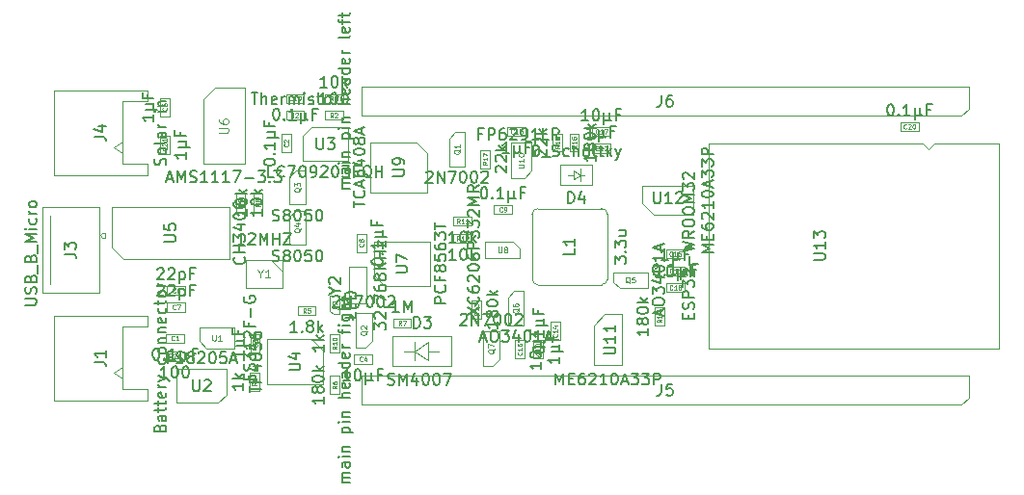
<source format=gbr>
G04 #@! TF.GenerationSoftware,KiCad,Pcbnew,9.0.0*
G04 #@! TF.CreationDate,2025-03-02T20:38:03-08:00*
G04 #@! TF.ProjectId,SuperPower-uC-KiCad,53757065-7250-46f7-9765-722d75432d4b,rev?*
G04 #@! TF.SameCoordinates,Original*
G04 #@! TF.FileFunction,AssemblyDrawing,Top*
%FSLAX46Y46*%
G04 Gerber Fmt 4.6, Leading zero omitted, Abs format (unit mm)*
G04 Created by KiCad (PCBNEW 9.0.0) date 2025-03-02 20:38:03*
%MOMM*%
%LPD*%
G01*
G04 APERTURE LIST*
%ADD10C,0.150000*%
%ADD11C,0.105000*%
%ADD12C,0.075000*%
%ADD13C,0.120000*%
%ADD14C,0.060000*%
%ADD15C,0.100000*%
G04 APERTURE END LIST*
D10*
X128367819Y-130015238D02*
X127701152Y-130015238D01*
X127796390Y-130015238D02*
X127748771Y-129967619D01*
X127748771Y-129967619D02*
X127701152Y-129872381D01*
X127701152Y-129872381D02*
X127701152Y-129729524D01*
X127701152Y-129729524D02*
X127748771Y-129634286D01*
X127748771Y-129634286D02*
X127844009Y-129586667D01*
X127844009Y-129586667D02*
X128367819Y-129586667D01*
X127844009Y-129586667D02*
X127748771Y-129539048D01*
X127748771Y-129539048D02*
X127701152Y-129443810D01*
X127701152Y-129443810D02*
X127701152Y-129300953D01*
X127701152Y-129300953D02*
X127748771Y-129205714D01*
X127748771Y-129205714D02*
X127844009Y-129158095D01*
X127844009Y-129158095D02*
X128367819Y-129158095D01*
X128367819Y-128253334D02*
X127844009Y-128253334D01*
X127844009Y-128253334D02*
X127748771Y-128300953D01*
X127748771Y-128300953D02*
X127701152Y-128396191D01*
X127701152Y-128396191D02*
X127701152Y-128586667D01*
X127701152Y-128586667D02*
X127748771Y-128681905D01*
X128320200Y-128253334D02*
X128367819Y-128348572D01*
X128367819Y-128348572D02*
X128367819Y-128586667D01*
X128367819Y-128586667D02*
X128320200Y-128681905D01*
X128320200Y-128681905D02*
X128224961Y-128729524D01*
X128224961Y-128729524D02*
X128129723Y-128729524D01*
X128129723Y-128729524D02*
X128034485Y-128681905D01*
X128034485Y-128681905D02*
X127986866Y-128586667D01*
X127986866Y-128586667D02*
X127986866Y-128348572D01*
X127986866Y-128348572D02*
X127939247Y-128253334D01*
X128367819Y-127777143D02*
X127701152Y-127777143D01*
X127367819Y-127777143D02*
X127415438Y-127824762D01*
X127415438Y-127824762D02*
X127463057Y-127777143D01*
X127463057Y-127777143D02*
X127415438Y-127729524D01*
X127415438Y-127729524D02*
X127367819Y-127777143D01*
X127367819Y-127777143D02*
X127463057Y-127777143D01*
X127701152Y-127300953D02*
X128367819Y-127300953D01*
X127796390Y-127300953D02*
X127748771Y-127253334D01*
X127748771Y-127253334D02*
X127701152Y-127158096D01*
X127701152Y-127158096D02*
X127701152Y-127015239D01*
X127701152Y-127015239D02*
X127748771Y-126920001D01*
X127748771Y-126920001D02*
X127844009Y-126872382D01*
X127844009Y-126872382D02*
X128367819Y-126872382D01*
X127701152Y-125634286D02*
X128701152Y-125634286D01*
X127748771Y-125634286D02*
X127701152Y-125539048D01*
X127701152Y-125539048D02*
X127701152Y-125348572D01*
X127701152Y-125348572D02*
X127748771Y-125253334D01*
X127748771Y-125253334D02*
X127796390Y-125205715D01*
X127796390Y-125205715D02*
X127891628Y-125158096D01*
X127891628Y-125158096D02*
X128177342Y-125158096D01*
X128177342Y-125158096D02*
X128272580Y-125205715D01*
X128272580Y-125205715D02*
X128320200Y-125253334D01*
X128320200Y-125253334D02*
X128367819Y-125348572D01*
X128367819Y-125348572D02*
X128367819Y-125539048D01*
X128367819Y-125539048D02*
X128320200Y-125634286D01*
X128367819Y-124729524D02*
X127701152Y-124729524D01*
X127367819Y-124729524D02*
X127415438Y-124777143D01*
X127415438Y-124777143D02*
X127463057Y-124729524D01*
X127463057Y-124729524D02*
X127415438Y-124681905D01*
X127415438Y-124681905D02*
X127367819Y-124729524D01*
X127367819Y-124729524D02*
X127463057Y-124729524D01*
X127701152Y-124253334D02*
X128367819Y-124253334D01*
X127796390Y-124253334D02*
X127748771Y-124205715D01*
X127748771Y-124205715D02*
X127701152Y-124110477D01*
X127701152Y-124110477D02*
X127701152Y-123967620D01*
X127701152Y-123967620D02*
X127748771Y-123872382D01*
X127748771Y-123872382D02*
X127844009Y-123824763D01*
X127844009Y-123824763D02*
X128367819Y-123824763D01*
X128367819Y-122586667D02*
X127367819Y-122586667D01*
X128367819Y-122158096D02*
X127844009Y-122158096D01*
X127844009Y-122158096D02*
X127748771Y-122205715D01*
X127748771Y-122205715D02*
X127701152Y-122300953D01*
X127701152Y-122300953D02*
X127701152Y-122443810D01*
X127701152Y-122443810D02*
X127748771Y-122539048D01*
X127748771Y-122539048D02*
X127796390Y-122586667D01*
X128320200Y-121300953D02*
X128367819Y-121396191D01*
X128367819Y-121396191D02*
X128367819Y-121586667D01*
X128367819Y-121586667D02*
X128320200Y-121681905D01*
X128320200Y-121681905D02*
X128224961Y-121729524D01*
X128224961Y-121729524D02*
X127844009Y-121729524D01*
X127844009Y-121729524D02*
X127748771Y-121681905D01*
X127748771Y-121681905D02*
X127701152Y-121586667D01*
X127701152Y-121586667D02*
X127701152Y-121396191D01*
X127701152Y-121396191D02*
X127748771Y-121300953D01*
X127748771Y-121300953D02*
X127844009Y-121253334D01*
X127844009Y-121253334D02*
X127939247Y-121253334D01*
X127939247Y-121253334D02*
X128034485Y-121729524D01*
X128367819Y-120396191D02*
X127844009Y-120396191D01*
X127844009Y-120396191D02*
X127748771Y-120443810D01*
X127748771Y-120443810D02*
X127701152Y-120539048D01*
X127701152Y-120539048D02*
X127701152Y-120729524D01*
X127701152Y-120729524D02*
X127748771Y-120824762D01*
X128320200Y-120396191D02*
X128367819Y-120491429D01*
X128367819Y-120491429D02*
X128367819Y-120729524D01*
X128367819Y-120729524D02*
X128320200Y-120824762D01*
X128320200Y-120824762D02*
X128224961Y-120872381D01*
X128224961Y-120872381D02*
X128129723Y-120872381D01*
X128129723Y-120872381D02*
X128034485Y-120824762D01*
X128034485Y-120824762D02*
X127986866Y-120729524D01*
X127986866Y-120729524D02*
X127986866Y-120491429D01*
X127986866Y-120491429D02*
X127939247Y-120396191D01*
X128367819Y-119491429D02*
X127367819Y-119491429D01*
X128320200Y-119491429D02*
X128367819Y-119586667D01*
X128367819Y-119586667D02*
X128367819Y-119777143D01*
X128367819Y-119777143D02*
X128320200Y-119872381D01*
X128320200Y-119872381D02*
X128272580Y-119920000D01*
X128272580Y-119920000D02*
X128177342Y-119967619D01*
X128177342Y-119967619D02*
X127891628Y-119967619D01*
X127891628Y-119967619D02*
X127796390Y-119920000D01*
X127796390Y-119920000D02*
X127748771Y-119872381D01*
X127748771Y-119872381D02*
X127701152Y-119777143D01*
X127701152Y-119777143D02*
X127701152Y-119586667D01*
X127701152Y-119586667D02*
X127748771Y-119491429D01*
X128320200Y-118634286D02*
X128367819Y-118729524D01*
X128367819Y-118729524D02*
X128367819Y-118920000D01*
X128367819Y-118920000D02*
X128320200Y-119015238D01*
X128320200Y-119015238D02*
X128224961Y-119062857D01*
X128224961Y-119062857D02*
X127844009Y-119062857D01*
X127844009Y-119062857D02*
X127748771Y-119015238D01*
X127748771Y-119015238D02*
X127701152Y-118920000D01*
X127701152Y-118920000D02*
X127701152Y-118729524D01*
X127701152Y-118729524D02*
X127748771Y-118634286D01*
X127748771Y-118634286D02*
X127844009Y-118586667D01*
X127844009Y-118586667D02*
X127939247Y-118586667D01*
X127939247Y-118586667D02*
X128034485Y-119062857D01*
X128367819Y-118158095D02*
X127701152Y-118158095D01*
X127891628Y-118158095D02*
X127796390Y-118110476D01*
X127796390Y-118110476D02*
X127748771Y-118062857D01*
X127748771Y-118062857D02*
X127701152Y-117967619D01*
X127701152Y-117967619D02*
X127701152Y-117872381D01*
X127701152Y-116919999D02*
X127701152Y-116539047D01*
X128367819Y-116777142D02*
X127510676Y-116777142D01*
X127510676Y-116777142D02*
X127415438Y-116729523D01*
X127415438Y-116729523D02*
X127367819Y-116634285D01*
X127367819Y-116634285D02*
X127367819Y-116539047D01*
X128367819Y-116205713D02*
X127701152Y-116205713D01*
X127367819Y-116205713D02*
X127415438Y-116253332D01*
X127415438Y-116253332D02*
X127463057Y-116205713D01*
X127463057Y-116205713D02*
X127415438Y-116158094D01*
X127415438Y-116158094D02*
X127367819Y-116205713D01*
X127367819Y-116205713D02*
X127463057Y-116205713D01*
X127701152Y-115300952D02*
X128510676Y-115300952D01*
X128510676Y-115300952D02*
X128605914Y-115348571D01*
X128605914Y-115348571D02*
X128653533Y-115396190D01*
X128653533Y-115396190D02*
X128701152Y-115491428D01*
X128701152Y-115491428D02*
X128701152Y-115634285D01*
X128701152Y-115634285D02*
X128653533Y-115729523D01*
X128320200Y-115300952D02*
X128367819Y-115396190D01*
X128367819Y-115396190D02*
X128367819Y-115586666D01*
X128367819Y-115586666D02*
X128320200Y-115681904D01*
X128320200Y-115681904D02*
X128272580Y-115729523D01*
X128272580Y-115729523D02*
X128177342Y-115777142D01*
X128177342Y-115777142D02*
X127891628Y-115777142D01*
X127891628Y-115777142D02*
X127796390Y-115729523D01*
X127796390Y-115729523D02*
X127748771Y-115681904D01*
X127748771Y-115681904D02*
X127701152Y-115586666D01*
X127701152Y-115586666D02*
X127701152Y-115396190D01*
X127701152Y-115396190D02*
X127748771Y-115300952D01*
X128367819Y-114824761D02*
X127367819Y-114824761D01*
X128367819Y-114396190D02*
X127844009Y-114396190D01*
X127844009Y-114396190D02*
X127748771Y-114443809D01*
X127748771Y-114443809D02*
X127701152Y-114539047D01*
X127701152Y-114539047D02*
X127701152Y-114681904D01*
X127701152Y-114681904D02*
X127748771Y-114777142D01*
X127748771Y-114777142D02*
X127796390Y-114824761D01*
X127701152Y-114062856D02*
X127701152Y-113681904D01*
X127367819Y-113919999D02*
X128224961Y-113919999D01*
X128224961Y-113919999D02*
X128320200Y-113872380D01*
X128320200Y-113872380D02*
X128367819Y-113777142D01*
X128367819Y-113777142D02*
X128367819Y-113681904D01*
X155749666Y-121374819D02*
X155749666Y-122089104D01*
X155749666Y-122089104D02*
X155702047Y-122231961D01*
X155702047Y-122231961D02*
X155606809Y-122327200D01*
X155606809Y-122327200D02*
X155463952Y-122374819D01*
X155463952Y-122374819D02*
X155368714Y-122374819D01*
X156702047Y-121374819D02*
X156225857Y-121374819D01*
X156225857Y-121374819D02*
X156178238Y-121851009D01*
X156178238Y-121851009D02*
X156225857Y-121803390D01*
X156225857Y-121803390D02*
X156321095Y-121755771D01*
X156321095Y-121755771D02*
X156559190Y-121755771D01*
X156559190Y-121755771D02*
X156654428Y-121803390D01*
X156654428Y-121803390D02*
X156702047Y-121851009D01*
X156702047Y-121851009D02*
X156749666Y-121946247D01*
X156749666Y-121946247D02*
X156749666Y-122184342D01*
X156749666Y-122184342D02*
X156702047Y-122279580D01*
X156702047Y-122279580D02*
X156654428Y-122327200D01*
X156654428Y-122327200D02*
X156559190Y-122374819D01*
X156559190Y-122374819D02*
X156321095Y-122374819D01*
X156321095Y-122374819D02*
X156225857Y-122327200D01*
X156225857Y-122327200D02*
X156178238Y-122279580D01*
X128367819Y-104162857D02*
X127701152Y-104162857D01*
X127796390Y-104162857D02*
X127748771Y-104115238D01*
X127748771Y-104115238D02*
X127701152Y-104020000D01*
X127701152Y-104020000D02*
X127701152Y-103877143D01*
X127701152Y-103877143D02*
X127748771Y-103781905D01*
X127748771Y-103781905D02*
X127844009Y-103734286D01*
X127844009Y-103734286D02*
X128367819Y-103734286D01*
X127844009Y-103734286D02*
X127748771Y-103686667D01*
X127748771Y-103686667D02*
X127701152Y-103591429D01*
X127701152Y-103591429D02*
X127701152Y-103448572D01*
X127701152Y-103448572D02*
X127748771Y-103353333D01*
X127748771Y-103353333D02*
X127844009Y-103305714D01*
X127844009Y-103305714D02*
X128367819Y-103305714D01*
X128367819Y-102400953D02*
X127844009Y-102400953D01*
X127844009Y-102400953D02*
X127748771Y-102448572D01*
X127748771Y-102448572D02*
X127701152Y-102543810D01*
X127701152Y-102543810D02*
X127701152Y-102734286D01*
X127701152Y-102734286D02*
X127748771Y-102829524D01*
X128320200Y-102400953D02*
X128367819Y-102496191D01*
X128367819Y-102496191D02*
X128367819Y-102734286D01*
X128367819Y-102734286D02*
X128320200Y-102829524D01*
X128320200Y-102829524D02*
X128224961Y-102877143D01*
X128224961Y-102877143D02*
X128129723Y-102877143D01*
X128129723Y-102877143D02*
X128034485Y-102829524D01*
X128034485Y-102829524D02*
X127986866Y-102734286D01*
X127986866Y-102734286D02*
X127986866Y-102496191D01*
X127986866Y-102496191D02*
X127939247Y-102400953D01*
X128367819Y-101924762D02*
X127701152Y-101924762D01*
X127367819Y-101924762D02*
X127415438Y-101972381D01*
X127415438Y-101972381D02*
X127463057Y-101924762D01*
X127463057Y-101924762D02*
X127415438Y-101877143D01*
X127415438Y-101877143D02*
X127367819Y-101924762D01*
X127367819Y-101924762D02*
X127463057Y-101924762D01*
X127701152Y-101448572D02*
X128367819Y-101448572D01*
X127796390Y-101448572D02*
X127748771Y-101400953D01*
X127748771Y-101400953D02*
X127701152Y-101305715D01*
X127701152Y-101305715D02*
X127701152Y-101162858D01*
X127701152Y-101162858D02*
X127748771Y-101067620D01*
X127748771Y-101067620D02*
X127844009Y-101020001D01*
X127844009Y-101020001D02*
X128367819Y-101020001D01*
X127701152Y-99781905D02*
X128701152Y-99781905D01*
X127748771Y-99781905D02*
X127701152Y-99686667D01*
X127701152Y-99686667D02*
X127701152Y-99496191D01*
X127701152Y-99496191D02*
X127748771Y-99400953D01*
X127748771Y-99400953D02*
X127796390Y-99353334D01*
X127796390Y-99353334D02*
X127891628Y-99305715D01*
X127891628Y-99305715D02*
X128177342Y-99305715D01*
X128177342Y-99305715D02*
X128272580Y-99353334D01*
X128272580Y-99353334D02*
X128320200Y-99400953D01*
X128320200Y-99400953D02*
X128367819Y-99496191D01*
X128367819Y-99496191D02*
X128367819Y-99686667D01*
X128367819Y-99686667D02*
X128320200Y-99781905D01*
X128367819Y-98877143D02*
X127701152Y-98877143D01*
X127367819Y-98877143D02*
X127415438Y-98924762D01*
X127415438Y-98924762D02*
X127463057Y-98877143D01*
X127463057Y-98877143D02*
X127415438Y-98829524D01*
X127415438Y-98829524D02*
X127367819Y-98877143D01*
X127367819Y-98877143D02*
X127463057Y-98877143D01*
X127701152Y-98400953D02*
X128367819Y-98400953D01*
X127796390Y-98400953D02*
X127748771Y-98353334D01*
X127748771Y-98353334D02*
X127701152Y-98258096D01*
X127701152Y-98258096D02*
X127701152Y-98115239D01*
X127701152Y-98115239D02*
X127748771Y-98020001D01*
X127748771Y-98020001D02*
X127844009Y-97972382D01*
X127844009Y-97972382D02*
X128367819Y-97972382D01*
X128367819Y-96734286D02*
X127367819Y-96734286D01*
X128367819Y-96305715D02*
X127844009Y-96305715D01*
X127844009Y-96305715D02*
X127748771Y-96353334D01*
X127748771Y-96353334D02*
X127701152Y-96448572D01*
X127701152Y-96448572D02*
X127701152Y-96591429D01*
X127701152Y-96591429D02*
X127748771Y-96686667D01*
X127748771Y-96686667D02*
X127796390Y-96734286D01*
X128320200Y-95448572D02*
X128367819Y-95543810D01*
X128367819Y-95543810D02*
X128367819Y-95734286D01*
X128367819Y-95734286D02*
X128320200Y-95829524D01*
X128320200Y-95829524D02*
X128224961Y-95877143D01*
X128224961Y-95877143D02*
X127844009Y-95877143D01*
X127844009Y-95877143D02*
X127748771Y-95829524D01*
X127748771Y-95829524D02*
X127701152Y-95734286D01*
X127701152Y-95734286D02*
X127701152Y-95543810D01*
X127701152Y-95543810D02*
X127748771Y-95448572D01*
X127748771Y-95448572D02*
X127844009Y-95400953D01*
X127844009Y-95400953D02*
X127939247Y-95400953D01*
X127939247Y-95400953D02*
X128034485Y-95877143D01*
X128367819Y-94543810D02*
X127844009Y-94543810D01*
X127844009Y-94543810D02*
X127748771Y-94591429D01*
X127748771Y-94591429D02*
X127701152Y-94686667D01*
X127701152Y-94686667D02*
X127701152Y-94877143D01*
X127701152Y-94877143D02*
X127748771Y-94972381D01*
X128320200Y-94543810D02*
X128367819Y-94639048D01*
X128367819Y-94639048D02*
X128367819Y-94877143D01*
X128367819Y-94877143D02*
X128320200Y-94972381D01*
X128320200Y-94972381D02*
X128224961Y-95020000D01*
X128224961Y-95020000D02*
X128129723Y-95020000D01*
X128129723Y-95020000D02*
X128034485Y-94972381D01*
X128034485Y-94972381D02*
X127986866Y-94877143D01*
X127986866Y-94877143D02*
X127986866Y-94639048D01*
X127986866Y-94639048D02*
X127939247Y-94543810D01*
X128367819Y-93639048D02*
X127367819Y-93639048D01*
X128320200Y-93639048D02*
X128367819Y-93734286D01*
X128367819Y-93734286D02*
X128367819Y-93924762D01*
X128367819Y-93924762D02*
X128320200Y-94020000D01*
X128320200Y-94020000D02*
X128272580Y-94067619D01*
X128272580Y-94067619D02*
X128177342Y-94115238D01*
X128177342Y-94115238D02*
X127891628Y-94115238D01*
X127891628Y-94115238D02*
X127796390Y-94067619D01*
X127796390Y-94067619D02*
X127748771Y-94020000D01*
X127748771Y-94020000D02*
X127701152Y-93924762D01*
X127701152Y-93924762D02*
X127701152Y-93734286D01*
X127701152Y-93734286D02*
X127748771Y-93639048D01*
X128320200Y-92781905D02*
X128367819Y-92877143D01*
X128367819Y-92877143D02*
X128367819Y-93067619D01*
X128367819Y-93067619D02*
X128320200Y-93162857D01*
X128320200Y-93162857D02*
X128224961Y-93210476D01*
X128224961Y-93210476D02*
X127844009Y-93210476D01*
X127844009Y-93210476D02*
X127748771Y-93162857D01*
X127748771Y-93162857D02*
X127701152Y-93067619D01*
X127701152Y-93067619D02*
X127701152Y-92877143D01*
X127701152Y-92877143D02*
X127748771Y-92781905D01*
X127748771Y-92781905D02*
X127844009Y-92734286D01*
X127844009Y-92734286D02*
X127939247Y-92734286D01*
X127939247Y-92734286D02*
X128034485Y-93210476D01*
X128367819Y-92305714D02*
X127701152Y-92305714D01*
X127891628Y-92305714D02*
X127796390Y-92258095D01*
X127796390Y-92258095D02*
X127748771Y-92210476D01*
X127748771Y-92210476D02*
X127701152Y-92115238D01*
X127701152Y-92115238D02*
X127701152Y-92020000D01*
X128367819Y-90781904D02*
X128320200Y-90877142D01*
X128320200Y-90877142D02*
X128224961Y-90924761D01*
X128224961Y-90924761D02*
X127367819Y-90924761D01*
X128320200Y-90019999D02*
X128367819Y-90115237D01*
X128367819Y-90115237D02*
X128367819Y-90305713D01*
X128367819Y-90305713D02*
X128320200Y-90400951D01*
X128320200Y-90400951D02*
X128224961Y-90448570D01*
X128224961Y-90448570D02*
X127844009Y-90448570D01*
X127844009Y-90448570D02*
X127748771Y-90400951D01*
X127748771Y-90400951D02*
X127701152Y-90305713D01*
X127701152Y-90305713D02*
X127701152Y-90115237D01*
X127701152Y-90115237D02*
X127748771Y-90019999D01*
X127748771Y-90019999D02*
X127844009Y-89972380D01*
X127844009Y-89972380D02*
X127939247Y-89972380D01*
X127939247Y-89972380D02*
X128034485Y-90448570D01*
X127701152Y-89686665D02*
X127701152Y-89305713D01*
X128367819Y-89543808D02*
X127510676Y-89543808D01*
X127510676Y-89543808D02*
X127415438Y-89496189D01*
X127415438Y-89496189D02*
X127367819Y-89400951D01*
X127367819Y-89400951D02*
X127367819Y-89305713D01*
X127701152Y-89115236D02*
X127701152Y-88734284D01*
X127367819Y-88972379D02*
X128224961Y-88972379D01*
X128224961Y-88972379D02*
X128320200Y-88924760D01*
X128320200Y-88924760D02*
X128367819Y-88829522D01*
X128367819Y-88829522D02*
X128367819Y-88734284D01*
X155749666Y-95974819D02*
X155749666Y-96689104D01*
X155749666Y-96689104D02*
X155702047Y-96831961D01*
X155702047Y-96831961D02*
X155606809Y-96927200D01*
X155606809Y-96927200D02*
X155463952Y-96974819D01*
X155463952Y-96974819D02*
X155368714Y-96974819D01*
X156654428Y-95974819D02*
X156463952Y-95974819D01*
X156463952Y-95974819D02*
X156368714Y-96022438D01*
X156368714Y-96022438D02*
X156321095Y-96070057D01*
X156321095Y-96070057D02*
X156225857Y-96212914D01*
X156225857Y-96212914D02*
X156178238Y-96403390D01*
X156178238Y-96403390D02*
X156178238Y-96784342D01*
X156178238Y-96784342D02*
X156225857Y-96879580D01*
X156225857Y-96879580D02*
X156273476Y-96927200D01*
X156273476Y-96927200D02*
X156368714Y-96974819D01*
X156368714Y-96974819D02*
X156559190Y-96974819D01*
X156559190Y-96974819D02*
X156654428Y-96927200D01*
X156654428Y-96927200D02*
X156702047Y-96879580D01*
X156702047Y-96879580D02*
X156749666Y-96784342D01*
X156749666Y-96784342D02*
X156749666Y-96546247D01*
X156749666Y-96546247D02*
X156702047Y-96451009D01*
X156702047Y-96451009D02*
X156654428Y-96403390D01*
X156654428Y-96403390D02*
X156559190Y-96355771D01*
X156559190Y-96355771D02*
X156368714Y-96355771D01*
X156368714Y-96355771D02*
X156273476Y-96403390D01*
X156273476Y-96403390D02*
X156225857Y-96451009D01*
X156225857Y-96451009D02*
X156178238Y-96546247D01*
X144462975Y-101351819D02*
X144462975Y-100351819D01*
X144462975Y-100351819D02*
X144701070Y-100351819D01*
X144701070Y-100351819D02*
X144843927Y-100399438D01*
X144843927Y-100399438D02*
X144939165Y-100494676D01*
X144939165Y-100494676D02*
X144986784Y-100589914D01*
X144986784Y-100589914D02*
X145034403Y-100780390D01*
X145034403Y-100780390D02*
X145034403Y-100923247D01*
X145034403Y-100923247D02*
X144986784Y-101113723D01*
X144986784Y-101113723D02*
X144939165Y-101208961D01*
X144939165Y-101208961D02*
X144843927Y-101304200D01*
X144843927Y-101304200D02*
X144701070Y-101351819D01*
X144701070Y-101351819D02*
X144462975Y-101351819D01*
X145224880Y-101447057D02*
X145986784Y-101447057D01*
X146177261Y-101304200D02*
X146320118Y-101351819D01*
X146320118Y-101351819D02*
X146558213Y-101351819D01*
X146558213Y-101351819D02*
X146653451Y-101304200D01*
X146653451Y-101304200D02*
X146701070Y-101256580D01*
X146701070Y-101256580D02*
X146748689Y-101161342D01*
X146748689Y-101161342D02*
X146748689Y-101066104D01*
X146748689Y-101066104D02*
X146701070Y-100970866D01*
X146701070Y-100970866D02*
X146653451Y-100923247D01*
X146653451Y-100923247D02*
X146558213Y-100875628D01*
X146558213Y-100875628D02*
X146367737Y-100828009D01*
X146367737Y-100828009D02*
X146272499Y-100780390D01*
X146272499Y-100780390D02*
X146224880Y-100732771D01*
X146224880Y-100732771D02*
X146177261Y-100637533D01*
X146177261Y-100637533D02*
X146177261Y-100542295D01*
X146177261Y-100542295D02*
X146224880Y-100447057D01*
X146224880Y-100447057D02*
X146272499Y-100399438D01*
X146272499Y-100399438D02*
X146367737Y-100351819D01*
X146367737Y-100351819D02*
X146605832Y-100351819D01*
X146605832Y-100351819D02*
X146748689Y-100399438D01*
X147605832Y-101304200D02*
X147510594Y-101351819D01*
X147510594Y-101351819D02*
X147320118Y-101351819D01*
X147320118Y-101351819D02*
X147224880Y-101304200D01*
X147224880Y-101304200D02*
X147177261Y-101256580D01*
X147177261Y-101256580D02*
X147129642Y-101161342D01*
X147129642Y-101161342D02*
X147129642Y-100875628D01*
X147129642Y-100875628D02*
X147177261Y-100780390D01*
X147177261Y-100780390D02*
X147224880Y-100732771D01*
X147224880Y-100732771D02*
X147320118Y-100685152D01*
X147320118Y-100685152D02*
X147510594Y-100685152D01*
X147510594Y-100685152D02*
X147605832Y-100732771D01*
X148034404Y-101351819D02*
X148034404Y-100351819D01*
X148462975Y-101351819D02*
X148462975Y-100828009D01*
X148462975Y-100828009D02*
X148415356Y-100732771D01*
X148415356Y-100732771D02*
X148320118Y-100685152D01*
X148320118Y-100685152D02*
X148177261Y-100685152D01*
X148177261Y-100685152D02*
X148082023Y-100732771D01*
X148082023Y-100732771D02*
X148034404Y-100780390D01*
X149082023Y-101351819D02*
X148986785Y-101304200D01*
X148986785Y-101304200D02*
X148939166Y-101256580D01*
X148939166Y-101256580D02*
X148891547Y-101161342D01*
X148891547Y-101161342D02*
X148891547Y-100875628D01*
X148891547Y-100875628D02*
X148939166Y-100780390D01*
X148939166Y-100780390D02*
X148986785Y-100732771D01*
X148986785Y-100732771D02*
X149082023Y-100685152D01*
X149082023Y-100685152D02*
X149224880Y-100685152D01*
X149224880Y-100685152D02*
X149320118Y-100732771D01*
X149320118Y-100732771D02*
X149367737Y-100780390D01*
X149367737Y-100780390D02*
X149415356Y-100875628D01*
X149415356Y-100875628D02*
X149415356Y-101161342D01*
X149415356Y-101161342D02*
X149367737Y-101256580D01*
X149367737Y-101256580D02*
X149320118Y-101304200D01*
X149320118Y-101304200D02*
X149224880Y-101351819D01*
X149224880Y-101351819D02*
X149082023Y-101351819D01*
X149701071Y-100685152D02*
X150082023Y-100685152D01*
X149843928Y-100351819D02*
X149843928Y-101208961D01*
X149843928Y-101208961D02*
X149891547Y-101304200D01*
X149891547Y-101304200D02*
X149986785Y-101351819D01*
X149986785Y-101351819D02*
X150082023Y-101351819D01*
X150272500Y-100685152D02*
X150653452Y-100685152D01*
X150415357Y-100351819D02*
X150415357Y-101208961D01*
X150415357Y-101208961D02*
X150462976Y-101304200D01*
X150462976Y-101304200D02*
X150558214Y-101351819D01*
X150558214Y-101351819D02*
X150653452Y-101351819D01*
X150986786Y-101351819D02*
X150986786Y-100351819D01*
X151082024Y-100970866D02*
X151367738Y-101351819D01*
X151367738Y-100685152D02*
X150986786Y-101066104D01*
X151701072Y-100685152D02*
X151939167Y-101351819D01*
X152177262Y-100685152D02*
X151939167Y-101351819D01*
X151939167Y-101351819D02*
X151843929Y-101589914D01*
X151843929Y-101589914D02*
X151796310Y-101637533D01*
X151796310Y-101637533D02*
X151701072Y-101685152D01*
X147534405Y-105451819D02*
X147534405Y-104451819D01*
X147534405Y-104451819D02*
X147772500Y-104451819D01*
X147772500Y-104451819D02*
X147915357Y-104499438D01*
X147915357Y-104499438D02*
X148010595Y-104594676D01*
X148010595Y-104594676D02*
X148058214Y-104689914D01*
X148058214Y-104689914D02*
X148105833Y-104880390D01*
X148105833Y-104880390D02*
X148105833Y-105023247D01*
X148105833Y-105023247D02*
X148058214Y-105213723D01*
X148058214Y-105213723D02*
X148010595Y-105308961D01*
X148010595Y-105308961D02*
X147915357Y-105404200D01*
X147915357Y-105404200D02*
X147772500Y-105451819D01*
X147772500Y-105451819D02*
X147534405Y-105451819D01*
X148962976Y-104785152D02*
X148962976Y-105451819D01*
X148724881Y-104404200D02*
X148486786Y-105118485D01*
X148486786Y-105118485D02*
X149105833Y-105118485D01*
X99892319Y-114408809D02*
X100701842Y-114408809D01*
X100701842Y-114408809D02*
X100797080Y-114361190D01*
X100797080Y-114361190D02*
X100844700Y-114313571D01*
X100844700Y-114313571D02*
X100892319Y-114218333D01*
X100892319Y-114218333D02*
X100892319Y-114027857D01*
X100892319Y-114027857D02*
X100844700Y-113932619D01*
X100844700Y-113932619D02*
X100797080Y-113885000D01*
X100797080Y-113885000D02*
X100701842Y-113837381D01*
X100701842Y-113837381D02*
X99892319Y-113837381D01*
X100844700Y-113408809D02*
X100892319Y-113265952D01*
X100892319Y-113265952D02*
X100892319Y-113027857D01*
X100892319Y-113027857D02*
X100844700Y-112932619D01*
X100844700Y-112932619D02*
X100797080Y-112885000D01*
X100797080Y-112885000D02*
X100701842Y-112837381D01*
X100701842Y-112837381D02*
X100606604Y-112837381D01*
X100606604Y-112837381D02*
X100511366Y-112885000D01*
X100511366Y-112885000D02*
X100463747Y-112932619D01*
X100463747Y-112932619D02*
X100416128Y-113027857D01*
X100416128Y-113027857D02*
X100368509Y-113218333D01*
X100368509Y-113218333D02*
X100320890Y-113313571D01*
X100320890Y-113313571D02*
X100273271Y-113361190D01*
X100273271Y-113361190D02*
X100178033Y-113408809D01*
X100178033Y-113408809D02*
X100082795Y-113408809D01*
X100082795Y-113408809D02*
X99987557Y-113361190D01*
X99987557Y-113361190D02*
X99939938Y-113313571D01*
X99939938Y-113313571D02*
X99892319Y-113218333D01*
X99892319Y-113218333D02*
X99892319Y-112980238D01*
X99892319Y-112980238D02*
X99939938Y-112837381D01*
X100368509Y-112075476D02*
X100416128Y-111932619D01*
X100416128Y-111932619D02*
X100463747Y-111885000D01*
X100463747Y-111885000D02*
X100558985Y-111837381D01*
X100558985Y-111837381D02*
X100701842Y-111837381D01*
X100701842Y-111837381D02*
X100797080Y-111885000D01*
X100797080Y-111885000D02*
X100844700Y-111932619D01*
X100844700Y-111932619D02*
X100892319Y-112027857D01*
X100892319Y-112027857D02*
X100892319Y-112408809D01*
X100892319Y-112408809D02*
X99892319Y-112408809D01*
X99892319Y-112408809D02*
X99892319Y-112075476D01*
X99892319Y-112075476D02*
X99939938Y-111980238D01*
X99939938Y-111980238D02*
X99987557Y-111932619D01*
X99987557Y-111932619D02*
X100082795Y-111885000D01*
X100082795Y-111885000D02*
X100178033Y-111885000D01*
X100178033Y-111885000D02*
X100273271Y-111932619D01*
X100273271Y-111932619D02*
X100320890Y-111980238D01*
X100320890Y-111980238D02*
X100368509Y-112075476D01*
X100368509Y-112075476D02*
X100368509Y-112408809D01*
X100987557Y-111646905D02*
X100987557Y-110885000D01*
X100368509Y-110313571D02*
X100416128Y-110170714D01*
X100416128Y-110170714D02*
X100463747Y-110123095D01*
X100463747Y-110123095D02*
X100558985Y-110075476D01*
X100558985Y-110075476D02*
X100701842Y-110075476D01*
X100701842Y-110075476D02*
X100797080Y-110123095D01*
X100797080Y-110123095D02*
X100844700Y-110170714D01*
X100844700Y-110170714D02*
X100892319Y-110265952D01*
X100892319Y-110265952D02*
X100892319Y-110646904D01*
X100892319Y-110646904D02*
X99892319Y-110646904D01*
X99892319Y-110646904D02*
X99892319Y-110313571D01*
X99892319Y-110313571D02*
X99939938Y-110218333D01*
X99939938Y-110218333D02*
X99987557Y-110170714D01*
X99987557Y-110170714D02*
X100082795Y-110123095D01*
X100082795Y-110123095D02*
X100178033Y-110123095D01*
X100178033Y-110123095D02*
X100273271Y-110170714D01*
X100273271Y-110170714D02*
X100320890Y-110218333D01*
X100320890Y-110218333D02*
X100368509Y-110313571D01*
X100368509Y-110313571D02*
X100368509Y-110646904D01*
X100987557Y-109885000D02*
X100987557Y-109123095D01*
X100892319Y-108884999D02*
X99892319Y-108884999D01*
X99892319Y-108884999D02*
X100606604Y-108551666D01*
X100606604Y-108551666D02*
X99892319Y-108218333D01*
X99892319Y-108218333D02*
X100892319Y-108218333D01*
X100892319Y-107742142D02*
X100225652Y-107742142D01*
X99892319Y-107742142D02*
X99939938Y-107789761D01*
X99939938Y-107789761D02*
X99987557Y-107742142D01*
X99987557Y-107742142D02*
X99939938Y-107694523D01*
X99939938Y-107694523D02*
X99892319Y-107742142D01*
X99892319Y-107742142D02*
X99987557Y-107742142D01*
X100844700Y-106837381D02*
X100892319Y-106932619D01*
X100892319Y-106932619D02*
X100892319Y-107123095D01*
X100892319Y-107123095D02*
X100844700Y-107218333D01*
X100844700Y-107218333D02*
X100797080Y-107265952D01*
X100797080Y-107265952D02*
X100701842Y-107313571D01*
X100701842Y-107313571D02*
X100416128Y-107313571D01*
X100416128Y-107313571D02*
X100320890Y-107265952D01*
X100320890Y-107265952D02*
X100273271Y-107218333D01*
X100273271Y-107218333D02*
X100225652Y-107123095D01*
X100225652Y-107123095D02*
X100225652Y-106932619D01*
X100225652Y-106932619D02*
X100273271Y-106837381D01*
X100892319Y-106408809D02*
X100225652Y-106408809D01*
X100416128Y-106408809D02*
X100320890Y-106361190D01*
X100320890Y-106361190D02*
X100273271Y-106313571D01*
X100273271Y-106313571D02*
X100225652Y-106218333D01*
X100225652Y-106218333D02*
X100225652Y-106123095D01*
X100892319Y-105646904D02*
X100844700Y-105742142D01*
X100844700Y-105742142D02*
X100797080Y-105789761D01*
X100797080Y-105789761D02*
X100701842Y-105837380D01*
X100701842Y-105837380D02*
X100416128Y-105837380D01*
X100416128Y-105837380D02*
X100320890Y-105789761D01*
X100320890Y-105789761D02*
X100273271Y-105742142D01*
X100273271Y-105742142D02*
X100225652Y-105646904D01*
X100225652Y-105646904D02*
X100225652Y-105504047D01*
X100225652Y-105504047D02*
X100273271Y-105408809D01*
X100273271Y-105408809D02*
X100320890Y-105361190D01*
X100320890Y-105361190D02*
X100416128Y-105313571D01*
X100416128Y-105313571D02*
X100701842Y-105313571D01*
X100701842Y-105313571D02*
X100797080Y-105361190D01*
X100797080Y-105361190D02*
X100844700Y-105408809D01*
X100844700Y-105408809D02*
X100892319Y-105504047D01*
X100892319Y-105504047D02*
X100892319Y-105646904D01*
X103342319Y-109918333D02*
X104056604Y-109918333D01*
X104056604Y-109918333D02*
X104199461Y-109965952D01*
X104199461Y-109965952D02*
X104294700Y-110061190D01*
X104294700Y-110061190D02*
X104342319Y-110204047D01*
X104342319Y-110204047D02*
X104342319Y-110299285D01*
X103342319Y-109537380D02*
X103342319Y-108918333D01*
X103342319Y-108918333D02*
X103723271Y-109251666D01*
X103723271Y-109251666D02*
X103723271Y-109108809D01*
X103723271Y-109108809D02*
X103770890Y-109013571D01*
X103770890Y-109013571D02*
X103818509Y-108965952D01*
X103818509Y-108965952D02*
X103913747Y-108918333D01*
X103913747Y-108918333D02*
X104151842Y-108918333D01*
X104151842Y-108918333D02*
X104247080Y-108965952D01*
X104247080Y-108965952D02*
X104294700Y-109013571D01*
X104294700Y-109013571D02*
X104342319Y-109108809D01*
X104342319Y-109108809D02*
X104342319Y-109394523D01*
X104342319Y-109394523D02*
X104294700Y-109489761D01*
X104294700Y-109489761D02*
X104247080Y-109537380D01*
X151655819Y-110788999D02*
X151655819Y-110169952D01*
X151655819Y-110169952D02*
X152036771Y-110503285D01*
X152036771Y-110503285D02*
X152036771Y-110360428D01*
X152036771Y-110360428D02*
X152084390Y-110265190D01*
X152084390Y-110265190D02*
X152132009Y-110217571D01*
X152132009Y-110217571D02*
X152227247Y-110169952D01*
X152227247Y-110169952D02*
X152465342Y-110169952D01*
X152465342Y-110169952D02*
X152560580Y-110217571D01*
X152560580Y-110217571D02*
X152608200Y-110265190D01*
X152608200Y-110265190D02*
X152655819Y-110360428D01*
X152655819Y-110360428D02*
X152655819Y-110646142D01*
X152655819Y-110646142D02*
X152608200Y-110741380D01*
X152608200Y-110741380D02*
X152560580Y-110788999D01*
X152560580Y-109741380D02*
X152608200Y-109693761D01*
X152608200Y-109693761D02*
X152655819Y-109741380D01*
X152655819Y-109741380D02*
X152608200Y-109788999D01*
X152608200Y-109788999D02*
X152560580Y-109741380D01*
X152560580Y-109741380D02*
X152655819Y-109741380D01*
X151655819Y-109360428D02*
X151655819Y-108741381D01*
X151655819Y-108741381D02*
X152036771Y-109074714D01*
X152036771Y-109074714D02*
X152036771Y-108931857D01*
X152036771Y-108931857D02*
X152084390Y-108836619D01*
X152084390Y-108836619D02*
X152132009Y-108789000D01*
X152132009Y-108789000D02*
X152227247Y-108741381D01*
X152227247Y-108741381D02*
X152465342Y-108741381D01*
X152465342Y-108741381D02*
X152560580Y-108789000D01*
X152560580Y-108789000D02*
X152608200Y-108836619D01*
X152608200Y-108836619D02*
X152655819Y-108931857D01*
X152655819Y-108931857D02*
X152655819Y-109217571D01*
X152655819Y-109217571D02*
X152608200Y-109312809D01*
X152608200Y-109312809D02*
X152560580Y-109360428D01*
X151989152Y-107884238D02*
X152655819Y-107884238D01*
X151989152Y-108312809D02*
X152512961Y-108312809D01*
X152512961Y-108312809D02*
X152608200Y-108265190D01*
X152608200Y-108265190D02*
X152655819Y-108169952D01*
X152655819Y-108169952D02*
X152655819Y-108027095D01*
X152655819Y-108027095D02*
X152608200Y-107931857D01*
X152608200Y-107931857D02*
X152560580Y-107884238D01*
X148155819Y-109455666D02*
X148155819Y-109931856D01*
X148155819Y-109931856D02*
X147155819Y-109931856D01*
X148155819Y-108598523D02*
X148155819Y-109169951D01*
X148155819Y-108884237D02*
X147155819Y-108884237D01*
X147155819Y-108884237D02*
X147298676Y-108979475D01*
X147298676Y-108979475D02*
X147393914Y-109074713D01*
X147393914Y-109074713D02*
X147441533Y-109169951D01*
X130550319Y-116597261D02*
X130550319Y-115978214D01*
X130550319Y-115978214D02*
X130931271Y-116311547D01*
X130931271Y-116311547D02*
X130931271Y-116168690D01*
X130931271Y-116168690D02*
X130978890Y-116073452D01*
X130978890Y-116073452D02*
X131026509Y-116025833D01*
X131026509Y-116025833D02*
X131121747Y-115978214D01*
X131121747Y-115978214D02*
X131359842Y-115978214D01*
X131359842Y-115978214D02*
X131455080Y-116025833D01*
X131455080Y-116025833D02*
X131502700Y-116073452D01*
X131502700Y-116073452D02*
X131550319Y-116168690D01*
X131550319Y-116168690D02*
X131550319Y-116454404D01*
X131550319Y-116454404D02*
X131502700Y-116549642D01*
X131502700Y-116549642D02*
X131455080Y-116597261D01*
X130645557Y-115597261D02*
X130597938Y-115549642D01*
X130597938Y-115549642D02*
X130550319Y-115454404D01*
X130550319Y-115454404D02*
X130550319Y-115216309D01*
X130550319Y-115216309D02*
X130597938Y-115121071D01*
X130597938Y-115121071D02*
X130645557Y-115073452D01*
X130645557Y-115073452D02*
X130740795Y-115025833D01*
X130740795Y-115025833D02*
X130836033Y-115025833D01*
X130836033Y-115025833D02*
X130978890Y-115073452D01*
X130978890Y-115073452D02*
X131550319Y-115644880D01*
X131550319Y-115644880D02*
X131550319Y-115025833D01*
X131455080Y-114597261D02*
X131502700Y-114549642D01*
X131502700Y-114549642D02*
X131550319Y-114597261D01*
X131550319Y-114597261D02*
X131502700Y-114644880D01*
X131502700Y-114644880D02*
X131455080Y-114597261D01*
X131455080Y-114597261D02*
X131550319Y-114597261D01*
X130550319Y-114216309D02*
X130550319Y-113549643D01*
X130550319Y-113549643D02*
X131550319Y-113978214D01*
X130550319Y-112740119D02*
X130550319Y-112930595D01*
X130550319Y-112930595D02*
X130597938Y-113025833D01*
X130597938Y-113025833D02*
X130645557Y-113073452D01*
X130645557Y-113073452D02*
X130788414Y-113168690D01*
X130788414Y-113168690D02*
X130978890Y-113216309D01*
X130978890Y-113216309D02*
X131359842Y-113216309D01*
X131359842Y-113216309D02*
X131455080Y-113168690D01*
X131455080Y-113168690D02*
X131502700Y-113121071D01*
X131502700Y-113121071D02*
X131550319Y-113025833D01*
X131550319Y-113025833D02*
X131550319Y-112835357D01*
X131550319Y-112835357D02*
X131502700Y-112740119D01*
X131502700Y-112740119D02*
X131455080Y-112692500D01*
X131455080Y-112692500D02*
X131359842Y-112644881D01*
X131359842Y-112644881D02*
X131121747Y-112644881D01*
X131121747Y-112644881D02*
X131026509Y-112692500D01*
X131026509Y-112692500D02*
X130978890Y-112740119D01*
X130978890Y-112740119D02*
X130931271Y-112835357D01*
X130931271Y-112835357D02*
X130931271Y-113025833D01*
X130931271Y-113025833D02*
X130978890Y-113121071D01*
X130978890Y-113121071D02*
X131026509Y-113168690D01*
X131026509Y-113168690D02*
X131121747Y-113216309D01*
X130978890Y-112073452D02*
X130931271Y-112168690D01*
X130931271Y-112168690D02*
X130883652Y-112216309D01*
X130883652Y-112216309D02*
X130788414Y-112263928D01*
X130788414Y-112263928D02*
X130740795Y-112263928D01*
X130740795Y-112263928D02*
X130645557Y-112216309D01*
X130645557Y-112216309D02*
X130597938Y-112168690D01*
X130597938Y-112168690D02*
X130550319Y-112073452D01*
X130550319Y-112073452D02*
X130550319Y-111882976D01*
X130550319Y-111882976D02*
X130597938Y-111787738D01*
X130597938Y-111787738D02*
X130645557Y-111740119D01*
X130645557Y-111740119D02*
X130740795Y-111692500D01*
X130740795Y-111692500D02*
X130788414Y-111692500D01*
X130788414Y-111692500D02*
X130883652Y-111740119D01*
X130883652Y-111740119D02*
X130931271Y-111787738D01*
X130931271Y-111787738D02*
X130978890Y-111882976D01*
X130978890Y-111882976D02*
X130978890Y-112073452D01*
X130978890Y-112073452D02*
X131026509Y-112168690D01*
X131026509Y-112168690D02*
X131074128Y-112216309D01*
X131074128Y-112216309D02*
X131169366Y-112263928D01*
X131169366Y-112263928D02*
X131359842Y-112263928D01*
X131359842Y-112263928D02*
X131455080Y-112216309D01*
X131455080Y-112216309D02*
X131502700Y-112168690D01*
X131502700Y-112168690D02*
X131550319Y-112073452D01*
X131550319Y-112073452D02*
X131550319Y-111882976D01*
X131550319Y-111882976D02*
X131502700Y-111787738D01*
X131502700Y-111787738D02*
X131455080Y-111740119D01*
X131455080Y-111740119D02*
X131359842Y-111692500D01*
X131359842Y-111692500D02*
X131169366Y-111692500D01*
X131169366Y-111692500D02*
X131074128Y-111740119D01*
X131074128Y-111740119D02*
X131026509Y-111787738D01*
X131026509Y-111787738D02*
X130978890Y-111882976D01*
X131550319Y-111263928D02*
X130550319Y-111263928D01*
X131550319Y-110692500D02*
X130978890Y-111121071D01*
X130550319Y-110692500D02*
X131121747Y-111263928D01*
X131550319Y-110263928D02*
X130550319Y-110263928D01*
X131026509Y-110263928D02*
X131026509Y-109692500D01*
X131550319Y-109692500D02*
X130550319Y-109692500D01*
X130883652Y-109311547D02*
X130883652Y-108787738D01*
X130883652Y-108787738D02*
X131550319Y-109311547D01*
X131550319Y-109311547D02*
X131550319Y-108787738D01*
X127074128Y-113168690D02*
X127550319Y-113168690D01*
X126550319Y-113502023D02*
X127074128Y-113168690D01*
X127074128Y-113168690D02*
X126550319Y-112835357D01*
X126645557Y-112549642D02*
X126597938Y-112502023D01*
X126597938Y-112502023D02*
X126550319Y-112406785D01*
X126550319Y-112406785D02*
X126550319Y-112168690D01*
X126550319Y-112168690D02*
X126597938Y-112073452D01*
X126597938Y-112073452D02*
X126645557Y-112025833D01*
X126645557Y-112025833D02*
X126740795Y-111978214D01*
X126740795Y-111978214D02*
X126836033Y-111978214D01*
X126836033Y-111978214D02*
X126978890Y-112025833D01*
X126978890Y-112025833D02*
X127550319Y-112597261D01*
X127550319Y-112597261D02*
X127550319Y-111978214D01*
X119119095Y-109100819D02*
X118547667Y-109100819D01*
X118833381Y-109100819D02*
X118833381Y-108100819D01*
X118833381Y-108100819D02*
X118738143Y-108243676D01*
X118738143Y-108243676D02*
X118642905Y-108338914D01*
X118642905Y-108338914D02*
X118547667Y-108386533D01*
X119500048Y-108196057D02*
X119547667Y-108148438D01*
X119547667Y-108148438D02*
X119642905Y-108100819D01*
X119642905Y-108100819D02*
X119881000Y-108100819D01*
X119881000Y-108100819D02*
X119976238Y-108148438D01*
X119976238Y-108148438D02*
X120023857Y-108196057D01*
X120023857Y-108196057D02*
X120071476Y-108291295D01*
X120071476Y-108291295D02*
X120071476Y-108386533D01*
X120071476Y-108386533D02*
X120023857Y-108529390D01*
X120023857Y-108529390D02*
X119452429Y-109100819D01*
X119452429Y-109100819D02*
X120071476Y-109100819D01*
X120500048Y-109100819D02*
X120500048Y-108100819D01*
X120500048Y-108100819D02*
X120833381Y-108815104D01*
X120833381Y-108815104D02*
X121166714Y-108100819D01*
X121166714Y-108100819D02*
X121166714Y-109100819D01*
X121642905Y-109100819D02*
X121642905Y-108100819D01*
X121642905Y-108577009D02*
X122214333Y-108577009D01*
X122214333Y-109100819D02*
X122214333Y-108100819D01*
X122595286Y-108100819D02*
X123261952Y-108100819D01*
X123261952Y-108100819D02*
X122595286Y-109100819D01*
X122595286Y-109100819D02*
X123261952Y-109100819D01*
D11*
X120547667Y-111681040D02*
X120547667Y-112014373D01*
X120314333Y-111314373D02*
X120547667Y-111681040D01*
X120547667Y-111681040D02*
X120781000Y-111314373D01*
X121381000Y-112014373D02*
X120981000Y-112014373D01*
X121181000Y-112014373D02*
X121181000Y-111314373D01*
X121181000Y-111314373D02*
X121114333Y-111414373D01*
X121114333Y-111414373D02*
X121047667Y-111481040D01*
X121047667Y-111481040D02*
X120981000Y-111514373D01*
D10*
X158103009Y-115633761D02*
X158103009Y-115300428D01*
X158626819Y-115157571D02*
X158626819Y-115633761D01*
X158626819Y-115633761D02*
X157626819Y-115633761D01*
X157626819Y-115633761D02*
X157626819Y-115157571D01*
X158579200Y-114776618D02*
X158626819Y-114633761D01*
X158626819Y-114633761D02*
X158626819Y-114395666D01*
X158626819Y-114395666D02*
X158579200Y-114300428D01*
X158579200Y-114300428D02*
X158531580Y-114252809D01*
X158531580Y-114252809D02*
X158436342Y-114205190D01*
X158436342Y-114205190D02*
X158341104Y-114205190D01*
X158341104Y-114205190D02*
X158245866Y-114252809D01*
X158245866Y-114252809D02*
X158198247Y-114300428D01*
X158198247Y-114300428D02*
X158150628Y-114395666D01*
X158150628Y-114395666D02*
X158103009Y-114586142D01*
X158103009Y-114586142D02*
X158055390Y-114681380D01*
X158055390Y-114681380D02*
X158007771Y-114728999D01*
X158007771Y-114728999D02*
X157912533Y-114776618D01*
X157912533Y-114776618D02*
X157817295Y-114776618D01*
X157817295Y-114776618D02*
X157722057Y-114728999D01*
X157722057Y-114728999D02*
X157674438Y-114681380D01*
X157674438Y-114681380D02*
X157626819Y-114586142D01*
X157626819Y-114586142D02*
X157626819Y-114348047D01*
X157626819Y-114348047D02*
X157674438Y-114205190D01*
X158626819Y-113776618D02*
X157626819Y-113776618D01*
X157626819Y-113776618D02*
X157626819Y-113395666D01*
X157626819Y-113395666D02*
X157674438Y-113300428D01*
X157674438Y-113300428D02*
X157722057Y-113252809D01*
X157722057Y-113252809D02*
X157817295Y-113205190D01*
X157817295Y-113205190D02*
X157960152Y-113205190D01*
X157960152Y-113205190D02*
X158055390Y-113252809D01*
X158055390Y-113252809D02*
X158103009Y-113300428D01*
X158103009Y-113300428D02*
X158150628Y-113395666D01*
X158150628Y-113395666D02*
X158150628Y-113776618D01*
X157626819Y-112871856D02*
X157626819Y-112252809D01*
X157626819Y-112252809D02*
X158007771Y-112586142D01*
X158007771Y-112586142D02*
X158007771Y-112443285D01*
X158007771Y-112443285D02*
X158055390Y-112348047D01*
X158055390Y-112348047D02*
X158103009Y-112300428D01*
X158103009Y-112300428D02*
X158198247Y-112252809D01*
X158198247Y-112252809D02*
X158436342Y-112252809D01*
X158436342Y-112252809D02*
X158531580Y-112300428D01*
X158531580Y-112300428D02*
X158579200Y-112348047D01*
X158579200Y-112348047D02*
X158626819Y-112443285D01*
X158626819Y-112443285D02*
X158626819Y-112728999D01*
X158626819Y-112728999D02*
X158579200Y-112824237D01*
X158579200Y-112824237D02*
X158531580Y-112871856D01*
X157722057Y-111871856D02*
X157674438Y-111824237D01*
X157674438Y-111824237D02*
X157626819Y-111728999D01*
X157626819Y-111728999D02*
X157626819Y-111490904D01*
X157626819Y-111490904D02*
X157674438Y-111395666D01*
X157674438Y-111395666D02*
X157722057Y-111348047D01*
X157722057Y-111348047D02*
X157817295Y-111300428D01*
X157817295Y-111300428D02*
X157912533Y-111300428D01*
X157912533Y-111300428D02*
X158055390Y-111348047D01*
X158055390Y-111348047D02*
X158626819Y-111919475D01*
X158626819Y-111919475D02*
X158626819Y-111300428D01*
X158245866Y-110871856D02*
X158245866Y-110109952D01*
X157626819Y-109728999D02*
X158626819Y-109490904D01*
X158626819Y-109490904D02*
X157912533Y-109300428D01*
X157912533Y-109300428D02*
X158626819Y-109109952D01*
X158626819Y-109109952D02*
X157626819Y-108871857D01*
X158626819Y-107919476D02*
X158150628Y-108252809D01*
X158626819Y-108490904D02*
X157626819Y-108490904D01*
X157626819Y-108490904D02*
X157626819Y-108109952D01*
X157626819Y-108109952D02*
X157674438Y-108014714D01*
X157674438Y-108014714D02*
X157722057Y-107967095D01*
X157722057Y-107967095D02*
X157817295Y-107919476D01*
X157817295Y-107919476D02*
X157960152Y-107919476D01*
X157960152Y-107919476D02*
X158055390Y-107967095D01*
X158055390Y-107967095D02*
X158103009Y-108014714D01*
X158103009Y-108014714D02*
X158150628Y-108109952D01*
X158150628Y-108109952D02*
X158150628Y-108490904D01*
X157626819Y-107300428D02*
X157626819Y-107109952D01*
X157626819Y-107109952D02*
X157674438Y-107014714D01*
X157674438Y-107014714D02*
X157769676Y-106919476D01*
X157769676Y-106919476D02*
X157960152Y-106871857D01*
X157960152Y-106871857D02*
X158293485Y-106871857D01*
X158293485Y-106871857D02*
X158483961Y-106919476D01*
X158483961Y-106919476D02*
X158579200Y-107014714D01*
X158579200Y-107014714D02*
X158626819Y-107109952D01*
X158626819Y-107109952D02*
X158626819Y-107300428D01*
X158626819Y-107300428D02*
X158579200Y-107395666D01*
X158579200Y-107395666D02*
X158483961Y-107490904D01*
X158483961Y-107490904D02*
X158293485Y-107538523D01*
X158293485Y-107538523D02*
X157960152Y-107538523D01*
X157960152Y-107538523D02*
X157769676Y-107490904D01*
X157769676Y-107490904D02*
X157674438Y-107395666D01*
X157674438Y-107395666D02*
X157626819Y-107300428D01*
X157626819Y-106252809D02*
X157626819Y-106062333D01*
X157626819Y-106062333D02*
X157674438Y-105967095D01*
X157674438Y-105967095D02*
X157769676Y-105871857D01*
X157769676Y-105871857D02*
X157960152Y-105824238D01*
X157960152Y-105824238D02*
X158293485Y-105824238D01*
X158293485Y-105824238D02*
X158483961Y-105871857D01*
X158483961Y-105871857D02*
X158579200Y-105967095D01*
X158579200Y-105967095D02*
X158626819Y-106062333D01*
X158626819Y-106062333D02*
X158626819Y-106252809D01*
X158626819Y-106252809D02*
X158579200Y-106348047D01*
X158579200Y-106348047D02*
X158483961Y-106443285D01*
X158483961Y-106443285D02*
X158293485Y-106490904D01*
X158293485Y-106490904D02*
X157960152Y-106490904D01*
X157960152Y-106490904D02*
X157769676Y-106443285D01*
X157769676Y-106443285D02*
X157674438Y-106348047D01*
X157674438Y-106348047D02*
X157626819Y-106252809D01*
X158626819Y-105395666D02*
X157626819Y-105395666D01*
X157626819Y-105395666D02*
X158341104Y-105062333D01*
X158341104Y-105062333D02*
X157626819Y-104729000D01*
X157626819Y-104729000D02*
X158626819Y-104729000D01*
X157626819Y-104348047D02*
X157626819Y-103729000D01*
X157626819Y-103729000D02*
X158007771Y-104062333D01*
X158007771Y-104062333D02*
X158007771Y-103919476D01*
X158007771Y-103919476D02*
X158055390Y-103824238D01*
X158055390Y-103824238D02*
X158103009Y-103776619D01*
X158103009Y-103776619D02*
X158198247Y-103729000D01*
X158198247Y-103729000D02*
X158436342Y-103729000D01*
X158436342Y-103729000D02*
X158531580Y-103776619D01*
X158531580Y-103776619D02*
X158579200Y-103824238D01*
X158579200Y-103824238D02*
X158626819Y-103919476D01*
X158626819Y-103919476D02*
X158626819Y-104205190D01*
X158626819Y-104205190D02*
X158579200Y-104300428D01*
X158579200Y-104300428D02*
X158531580Y-104348047D01*
X157722057Y-103348047D02*
X157674438Y-103300428D01*
X157674438Y-103300428D02*
X157626819Y-103205190D01*
X157626819Y-103205190D02*
X157626819Y-102967095D01*
X157626819Y-102967095D02*
X157674438Y-102871857D01*
X157674438Y-102871857D02*
X157722057Y-102824238D01*
X157722057Y-102824238D02*
X157817295Y-102776619D01*
X157817295Y-102776619D02*
X157912533Y-102776619D01*
X157912533Y-102776619D02*
X158055390Y-102824238D01*
X158055390Y-102824238D02*
X158626819Y-103395666D01*
X158626819Y-103395666D02*
X158626819Y-102776619D01*
X169126819Y-110467094D02*
X169936342Y-110467094D01*
X169936342Y-110467094D02*
X170031580Y-110419475D01*
X170031580Y-110419475D02*
X170079200Y-110371856D01*
X170079200Y-110371856D02*
X170126819Y-110276618D01*
X170126819Y-110276618D02*
X170126819Y-110086142D01*
X170126819Y-110086142D02*
X170079200Y-109990904D01*
X170079200Y-109990904D02*
X170031580Y-109943285D01*
X170031580Y-109943285D02*
X169936342Y-109895666D01*
X169936342Y-109895666D02*
X169126819Y-109895666D01*
X170126819Y-108895666D02*
X170126819Y-109467094D01*
X170126819Y-109181380D02*
X169126819Y-109181380D01*
X169126819Y-109181380D02*
X169269676Y-109276618D01*
X169269676Y-109276618D02*
X169364914Y-109371856D01*
X169364914Y-109371856D02*
X169412533Y-109467094D01*
X169126819Y-108562332D02*
X169126819Y-107943285D01*
X169126819Y-107943285D02*
X169507771Y-108276618D01*
X169507771Y-108276618D02*
X169507771Y-108133761D01*
X169507771Y-108133761D02*
X169555390Y-108038523D01*
X169555390Y-108038523D02*
X169603009Y-107990904D01*
X169603009Y-107990904D02*
X169698247Y-107943285D01*
X169698247Y-107943285D02*
X169936342Y-107943285D01*
X169936342Y-107943285D02*
X170031580Y-107990904D01*
X170031580Y-107990904D02*
X170079200Y-108038523D01*
X170079200Y-108038523D02*
X170126819Y-108133761D01*
X170126819Y-108133761D02*
X170126819Y-108419475D01*
X170126819Y-108419475D02*
X170079200Y-108514713D01*
X170079200Y-108514713D02*
X170031580Y-108562332D01*
X160291819Y-109808428D02*
X159291819Y-109808428D01*
X159291819Y-109808428D02*
X160006104Y-109475095D01*
X160006104Y-109475095D02*
X159291819Y-109141762D01*
X159291819Y-109141762D02*
X160291819Y-109141762D01*
X159768009Y-108665571D02*
X159768009Y-108332238D01*
X160291819Y-108189381D02*
X160291819Y-108665571D01*
X160291819Y-108665571D02*
X159291819Y-108665571D01*
X159291819Y-108665571D02*
X159291819Y-108189381D01*
X159291819Y-107332238D02*
X159291819Y-107522714D01*
X159291819Y-107522714D02*
X159339438Y-107617952D01*
X159339438Y-107617952D02*
X159387057Y-107665571D01*
X159387057Y-107665571D02*
X159529914Y-107760809D01*
X159529914Y-107760809D02*
X159720390Y-107808428D01*
X159720390Y-107808428D02*
X160101342Y-107808428D01*
X160101342Y-107808428D02*
X160196580Y-107760809D01*
X160196580Y-107760809D02*
X160244200Y-107713190D01*
X160244200Y-107713190D02*
X160291819Y-107617952D01*
X160291819Y-107617952D02*
X160291819Y-107427476D01*
X160291819Y-107427476D02*
X160244200Y-107332238D01*
X160244200Y-107332238D02*
X160196580Y-107284619D01*
X160196580Y-107284619D02*
X160101342Y-107237000D01*
X160101342Y-107237000D02*
X159863247Y-107237000D01*
X159863247Y-107237000D02*
X159768009Y-107284619D01*
X159768009Y-107284619D02*
X159720390Y-107332238D01*
X159720390Y-107332238D02*
X159672771Y-107427476D01*
X159672771Y-107427476D02*
X159672771Y-107617952D01*
X159672771Y-107617952D02*
X159720390Y-107713190D01*
X159720390Y-107713190D02*
X159768009Y-107760809D01*
X159768009Y-107760809D02*
X159863247Y-107808428D01*
X159387057Y-106856047D02*
X159339438Y-106808428D01*
X159339438Y-106808428D02*
X159291819Y-106713190D01*
X159291819Y-106713190D02*
X159291819Y-106475095D01*
X159291819Y-106475095D02*
X159339438Y-106379857D01*
X159339438Y-106379857D02*
X159387057Y-106332238D01*
X159387057Y-106332238D02*
X159482295Y-106284619D01*
X159482295Y-106284619D02*
X159577533Y-106284619D01*
X159577533Y-106284619D02*
X159720390Y-106332238D01*
X159720390Y-106332238D02*
X160291819Y-106903666D01*
X160291819Y-106903666D02*
X160291819Y-106284619D01*
X160291819Y-105332238D02*
X160291819Y-105903666D01*
X160291819Y-105617952D02*
X159291819Y-105617952D01*
X159291819Y-105617952D02*
X159434676Y-105713190D01*
X159434676Y-105713190D02*
X159529914Y-105808428D01*
X159529914Y-105808428D02*
X159577533Y-105903666D01*
X159291819Y-104713190D02*
X159291819Y-104617952D01*
X159291819Y-104617952D02*
X159339438Y-104522714D01*
X159339438Y-104522714D02*
X159387057Y-104475095D01*
X159387057Y-104475095D02*
X159482295Y-104427476D01*
X159482295Y-104427476D02*
X159672771Y-104379857D01*
X159672771Y-104379857D02*
X159910866Y-104379857D01*
X159910866Y-104379857D02*
X160101342Y-104427476D01*
X160101342Y-104427476D02*
X160196580Y-104475095D01*
X160196580Y-104475095D02*
X160244200Y-104522714D01*
X160244200Y-104522714D02*
X160291819Y-104617952D01*
X160291819Y-104617952D02*
X160291819Y-104713190D01*
X160291819Y-104713190D02*
X160244200Y-104808428D01*
X160244200Y-104808428D02*
X160196580Y-104856047D01*
X160196580Y-104856047D02*
X160101342Y-104903666D01*
X160101342Y-104903666D02*
X159910866Y-104951285D01*
X159910866Y-104951285D02*
X159672771Y-104951285D01*
X159672771Y-104951285D02*
X159482295Y-104903666D01*
X159482295Y-104903666D02*
X159387057Y-104856047D01*
X159387057Y-104856047D02*
X159339438Y-104808428D01*
X159339438Y-104808428D02*
X159291819Y-104713190D01*
X160006104Y-103998904D02*
X160006104Y-103522714D01*
X160291819Y-104094142D02*
X159291819Y-103760809D01*
X159291819Y-103760809D02*
X160291819Y-103427476D01*
X159291819Y-103189380D02*
X159291819Y-102570333D01*
X159291819Y-102570333D02*
X159672771Y-102903666D01*
X159672771Y-102903666D02*
X159672771Y-102760809D01*
X159672771Y-102760809D02*
X159720390Y-102665571D01*
X159720390Y-102665571D02*
X159768009Y-102617952D01*
X159768009Y-102617952D02*
X159863247Y-102570333D01*
X159863247Y-102570333D02*
X160101342Y-102570333D01*
X160101342Y-102570333D02*
X160196580Y-102617952D01*
X160196580Y-102617952D02*
X160244200Y-102665571D01*
X160244200Y-102665571D02*
X160291819Y-102760809D01*
X160291819Y-102760809D02*
X160291819Y-103046523D01*
X160291819Y-103046523D02*
X160244200Y-103141761D01*
X160244200Y-103141761D02*
X160196580Y-103189380D01*
X159291819Y-102236999D02*
X159291819Y-101617952D01*
X159291819Y-101617952D02*
X159672771Y-101951285D01*
X159672771Y-101951285D02*
X159672771Y-101808428D01*
X159672771Y-101808428D02*
X159720390Y-101713190D01*
X159720390Y-101713190D02*
X159768009Y-101665571D01*
X159768009Y-101665571D02*
X159863247Y-101617952D01*
X159863247Y-101617952D02*
X160101342Y-101617952D01*
X160101342Y-101617952D02*
X160196580Y-101665571D01*
X160196580Y-101665571D02*
X160244200Y-101713190D01*
X160244200Y-101713190D02*
X160291819Y-101808428D01*
X160291819Y-101808428D02*
X160291819Y-102094142D01*
X160291819Y-102094142D02*
X160244200Y-102189380D01*
X160244200Y-102189380D02*
X160196580Y-102236999D01*
X160291819Y-101189380D02*
X159291819Y-101189380D01*
X159291819Y-101189380D02*
X159291819Y-100808428D01*
X159291819Y-100808428D02*
X159339438Y-100713190D01*
X159339438Y-100713190D02*
X159387057Y-100665571D01*
X159387057Y-100665571D02*
X159482295Y-100617952D01*
X159482295Y-100617952D02*
X159625152Y-100617952D01*
X159625152Y-100617952D02*
X159720390Y-100665571D01*
X159720390Y-100665571D02*
X159768009Y-100713190D01*
X159768009Y-100713190D02*
X159815628Y-100808428D01*
X159815628Y-100808428D02*
X159815628Y-101189380D01*
X155098905Y-104491819D02*
X155098905Y-105301342D01*
X155098905Y-105301342D02*
X155146524Y-105396580D01*
X155146524Y-105396580D02*
X155194143Y-105444200D01*
X155194143Y-105444200D02*
X155289381Y-105491819D01*
X155289381Y-105491819D02*
X155479857Y-105491819D01*
X155479857Y-105491819D02*
X155575095Y-105444200D01*
X155575095Y-105444200D02*
X155622714Y-105396580D01*
X155622714Y-105396580D02*
X155670333Y-105301342D01*
X155670333Y-105301342D02*
X155670333Y-104491819D01*
X156670333Y-105491819D02*
X156098905Y-105491819D01*
X156384619Y-105491819D02*
X156384619Y-104491819D01*
X156384619Y-104491819D02*
X156289381Y-104634676D01*
X156289381Y-104634676D02*
X156194143Y-104729914D01*
X156194143Y-104729914D02*
X156098905Y-104777533D01*
X157051286Y-104587057D02*
X157098905Y-104539438D01*
X157098905Y-104539438D02*
X157194143Y-104491819D01*
X157194143Y-104491819D02*
X157432238Y-104491819D01*
X157432238Y-104491819D02*
X157527476Y-104539438D01*
X157527476Y-104539438D02*
X157575095Y-104587057D01*
X157575095Y-104587057D02*
X157622714Y-104682295D01*
X157622714Y-104682295D02*
X157622714Y-104777533D01*
X157622714Y-104777533D02*
X157575095Y-104920390D01*
X157575095Y-104920390D02*
X157003667Y-105491819D01*
X157003667Y-105491819D02*
X157622714Y-105491819D01*
X146477571Y-121429819D02*
X146477571Y-120429819D01*
X146477571Y-120429819D02*
X146810904Y-121144104D01*
X146810904Y-121144104D02*
X147144237Y-120429819D01*
X147144237Y-120429819D02*
X147144237Y-121429819D01*
X147620428Y-120906009D02*
X147953761Y-120906009D01*
X148096618Y-121429819D02*
X147620428Y-121429819D01*
X147620428Y-121429819D02*
X147620428Y-120429819D01*
X147620428Y-120429819D02*
X148096618Y-120429819D01*
X148953761Y-120429819D02*
X148763285Y-120429819D01*
X148763285Y-120429819D02*
X148668047Y-120477438D01*
X148668047Y-120477438D02*
X148620428Y-120525057D01*
X148620428Y-120525057D02*
X148525190Y-120667914D01*
X148525190Y-120667914D02*
X148477571Y-120858390D01*
X148477571Y-120858390D02*
X148477571Y-121239342D01*
X148477571Y-121239342D02*
X148525190Y-121334580D01*
X148525190Y-121334580D02*
X148572809Y-121382200D01*
X148572809Y-121382200D02*
X148668047Y-121429819D01*
X148668047Y-121429819D02*
X148858523Y-121429819D01*
X148858523Y-121429819D02*
X148953761Y-121382200D01*
X148953761Y-121382200D02*
X149001380Y-121334580D01*
X149001380Y-121334580D02*
X149048999Y-121239342D01*
X149048999Y-121239342D02*
X149048999Y-121001247D01*
X149048999Y-121001247D02*
X149001380Y-120906009D01*
X149001380Y-120906009D02*
X148953761Y-120858390D01*
X148953761Y-120858390D02*
X148858523Y-120810771D01*
X148858523Y-120810771D02*
X148668047Y-120810771D01*
X148668047Y-120810771D02*
X148572809Y-120858390D01*
X148572809Y-120858390D02*
X148525190Y-120906009D01*
X148525190Y-120906009D02*
X148477571Y-121001247D01*
X149429952Y-120525057D02*
X149477571Y-120477438D01*
X149477571Y-120477438D02*
X149572809Y-120429819D01*
X149572809Y-120429819D02*
X149810904Y-120429819D01*
X149810904Y-120429819D02*
X149906142Y-120477438D01*
X149906142Y-120477438D02*
X149953761Y-120525057D01*
X149953761Y-120525057D02*
X150001380Y-120620295D01*
X150001380Y-120620295D02*
X150001380Y-120715533D01*
X150001380Y-120715533D02*
X149953761Y-120858390D01*
X149953761Y-120858390D02*
X149382333Y-121429819D01*
X149382333Y-121429819D02*
X150001380Y-121429819D01*
X150953761Y-121429819D02*
X150382333Y-121429819D01*
X150668047Y-121429819D02*
X150668047Y-120429819D01*
X150668047Y-120429819D02*
X150572809Y-120572676D01*
X150572809Y-120572676D02*
X150477571Y-120667914D01*
X150477571Y-120667914D02*
X150382333Y-120715533D01*
X151572809Y-120429819D02*
X151668047Y-120429819D01*
X151668047Y-120429819D02*
X151763285Y-120477438D01*
X151763285Y-120477438D02*
X151810904Y-120525057D01*
X151810904Y-120525057D02*
X151858523Y-120620295D01*
X151858523Y-120620295D02*
X151906142Y-120810771D01*
X151906142Y-120810771D02*
X151906142Y-121048866D01*
X151906142Y-121048866D02*
X151858523Y-121239342D01*
X151858523Y-121239342D02*
X151810904Y-121334580D01*
X151810904Y-121334580D02*
X151763285Y-121382200D01*
X151763285Y-121382200D02*
X151668047Y-121429819D01*
X151668047Y-121429819D02*
X151572809Y-121429819D01*
X151572809Y-121429819D02*
X151477571Y-121382200D01*
X151477571Y-121382200D02*
X151429952Y-121334580D01*
X151429952Y-121334580D02*
X151382333Y-121239342D01*
X151382333Y-121239342D02*
X151334714Y-121048866D01*
X151334714Y-121048866D02*
X151334714Y-120810771D01*
X151334714Y-120810771D02*
X151382333Y-120620295D01*
X151382333Y-120620295D02*
X151429952Y-120525057D01*
X151429952Y-120525057D02*
X151477571Y-120477438D01*
X151477571Y-120477438D02*
X151572809Y-120429819D01*
X152287095Y-121144104D02*
X152763285Y-121144104D01*
X152191857Y-121429819D02*
X152525190Y-120429819D01*
X152525190Y-120429819D02*
X152858523Y-121429819D01*
X153096619Y-120429819D02*
X153715666Y-120429819D01*
X153715666Y-120429819D02*
X153382333Y-120810771D01*
X153382333Y-120810771D02*
X153525190Y-120810771D01*
X153525190Y-120810771D02*
X153620428Y-120858390D01*
X153620428Y-120858390D02*
X153668047Y-120906009D01*
X153668047Y-120906009D02*
X153715666Y-121001247D01*
X153715666Y-121001247D02*
X153715666Y-121239342D01*
X153715666Y-121239342D02*
X153668047Y-121334580D01*
X153668047Y-121334580D02*
X153620428Y-121382200D01*
X153620428Y-121382200D02*
X153525190Y-121429819D01*
X153525190Y-121429819D02*
X153239476Y-121429819D01*
X153239476Y-121429819D02*
X153144238Y-121382200D01*
X153144238Y-121382200D02*
X153096619Y-121334580D01*
X154049000Y-120429819D02*
X154668047Y-120429819D01*
X154668047Y-120429819D02*
X154334714Y-120810771D01*
X154334714Y-120810771D02*
X154477571Y-120810771D01*
X154477571Y-120810771D02*
X154572809Y-120858390D01*
X154572809Y-120858390D02*
X154620428Y-120906009D01*
X154620428Y-120906009D02*
X154668047Y-121001247D01*
X154668047Y-121001247D02*
X154668047Y-121239342D01*
X154668047Y-121239342D02*
X154620428Y-121334580D01*
X154620428Y-121334580D02*
X154572809Y-121382200D01*
X154572809Y-121382200D02*
X154477571Y-121429819D01*
X154477571Y-121429819D02*
X154191857Y-121429819D01*
X154191857Y-121429819D02*
X154096619Y-121382200D01*
X154096619Y-121382200D02*
X154049000Y-121334580D01*
X155096619Y-121429819D02*
X155096619Y-120429819D01*
X155096619Y-120429819D02*
X155477571Y-120429819D01*
X155477571Y-120429819D02*
X155572809Y-120477438D01*
X155572809Y-120477438D02*
X155620428Y-120525057D01*
X155620428Y-120525057D02*
X155668047Y-120620295D01*
X155668047Y-120620295D02*
X155668047Y-120763152D01*
X155668047Y-120763152D02*
X155620428Y-120858390D01*
X155620428Y-120858390D02*
X155572809Y-120906009D01*
X155572809Y-120906009D02*
X155477571Y-120953628D01*
X155477571Y-120953628D02*
X155096619Y-120953628D01*
X150703819Y-118713094D02*
X151513342Y-118713094D01*
X151513342Y-118713094D02*
X151608580Y-118665475D01*
X151608580Y-118665475D02*
X151656200Y-118617856D01*
X151656200Y-118617856D02*
X151703819Y-118522618D01*
X151703819Y-118522618D02*
X151703819Y-118332142D01*
X151703819Y-118332142D02*
X151656200Y-118236904D01*
X151656200Y-118236904D02*
X151608580Y-118189285D01*
X151608580Y-118189285D02*
X151513342Y-118141666D01*
X151513342Y-118141666D02*
X150703819Y-118141666D01*
X151703819Y-117141666D02*
X151703819Y-117713094D01*
X151703819Y-117427380D02*
X150703819Y-117427380D01*
X150703819Y-117427380D02*
X150846676Y-117522618D01*
X150846676Y-117522618D02*
X150941914Y-117617856D01*
X150941914Y-117617856D02*
X150989533Y-117713094D01*
X151703819Y-116189285D02*
X151703819Y-116760713D01*
X151703819Y-116474999D02*
X150703819Y-116474999D01*
X150703819Y-116474999D02*
X150846676Y-116570237D01*
X150846676Y-116570237D02*
X150941914Y-116665475D01*
X150941914Y-116665475D02*
X150989533Y-116760713D01*
X140042333Y-99374509D02*
X139709000Y-99374509D01*
X139709000Y-99898319D02*
X139709000Y-98898319D01*
X139709000Y-98898319D02*
X140185190Y-98898319D01*
X140566143Y-99898319D02*
X140566143Y-98898319D01*
X140566143Y-98898319D02*
X140947095Y-98898319D01*
X140947095Y-98898319D02*
X141042333Y-98945938D01*
X141042333Y-98945938D02*
X141089952Y-98993557D01*
X141089952Y-98993557D02*
X141137571Y-99088795D01*
X141137571Y-99088795D02*
X141137571Y-99231652D01*
X141137571Y-99231652D02*
X141089952Y-99326890D01*
X141089952Y-99326890D02*
X141042333Y-99374509D01*
X141042333Y-99374509D02*
X140947095Y-99422128D01*
X140947095Y-99422128D02*
X140566143Y-99422128D01*
X141994714Y-98898319D02*
X141804238Y-98898319D01*
X141804238Y-98898319D02*
X141709000Y-98945938D01*
X141709000Y-98945938D02*
X141661381Y-98993557D01*
X141661381Y-98993557D02*
X141566143Y-99136414D01*
X141566143Y-99136414D02*
X141518524Y-99326890D01*
X141518524Y-99326890D02*
X141518524Y-99707842D01*
X141518524Y-99707842D02*
X141566143Y-99803080D01*
X141566143Y-99803080D02*
X141613762Y-99850700D01*
X141613762Y-99850700D02*
X141709000Y-99898319D01*
X141709000Y-99898319D02*
X141899476Y-99898319D01*
X141899476Y-99898319D02*
X141994714Y-99850700D01*
X141994714Y-99850700D02*
X142042333Y-99803080D01*
X142042333Y-99803080D02*
X142089952Y-99707842D01*
X142089952Y-99707842D02*
X142089952Y-99469747D01*
X142089952Y-99469747D02*
X142042333Y-99374509D01*
X142042333Y-99374509D02*
X141994714Y-99326890D01*
X141994714Y-99326890D02*
X141899476Y-99279271D01*
X141899476Y-99279271D02*
X141709000Y-99279271D01*
X141709000Y-99279271D02*
X141613762Y-99326890D01*
X141613762Y-99326890D02*
X141566143Y-99374509D01*
X141566143Y-99374509D02*
X141518524Y-99469747D01*
X142470905Y-98993557D02*
X142518524Y-98945938D01*
X142518524Y-98945938D02*
X142613762Y-98898319D01*
X142613762Y-98898319D02*
X142851857Y-98898319D01*
X142851857Y-98898319D02*
X142947095Y-98945938D01*
X142947095Y-98945938D02*
X142994714Y-98993557D01*
X142994714Y-98993557D02*
X143042333Y-99088795D01*
X143042333Y-99088795D02*
X143042333Y-99184033D01*
X143042333Y-99184033D02*
X142994714Y-99326890D01*
X142994714Y-99326890D02*
X142423286Y-99898319D01*
X142423286Y-99898319D02*
X143042333Y-99898319D01*
X143518524Y-99898319D02*
X143709000Y-99898319D01*
X143709000Y-99898319D02*
X143804238Y-99850700D01*
X143804238Y-99850700D02*
X143851857Y-99803080D01*
X143851857Y-99803080D02*
X143947095Y-99660223D01*
X143947095Y-99660223D02*
X143994714Y-99469747D01*
X143994714Y-99469747D02*
X143994714Y-99088795D01*
X143994714Y-99088795D02*
X143947095Y-98993557D01*
X143947095Y-98993557D02*
X143899476Y-98945938D01*
X143899476Y-98945938D02*
X143804238Y-98898319D01*
X143804238Y-98898319D02*
X143613762Y-98898319D01*
X143613762Y-98898319D02*
X143518524Y-98945938D01*
X143518524Y-98945938D02*
X143470905Y-98993557D01*
X143470905Y-98993557D02*
X143423286Y-99088795D01*
X143423286Y-99088795D02*
X143423286Y-99326890D01*
X143423286Y-99326890D02*
X143470905Y-99422128D01*
X143470905Y-99422128D02*
X143518524Y-99469747D01*
X143518524Y-99469747D02*
X143613762Y-99517366D01*
X143613762Y-99517366D02*
X143804238Y-99517366D01*
X143804238Y-99517366D02*
X143899476Y-99469747D01*
X143899476Y-99469747D02*
X143947095Y-99422128D01*
X143947095Y-99422128D02*
X143994714Y-99326890D01*
X144947095Y-99898319D02*
X144375667Y-99898319D01*
X144661381Y-99898319D02*
X144661381Y-98898319D01*
X144661381Y-98898319D02*
X144566143Y-99041176D01*
X144566143Y-99041176D02*
X144470905Y-99136414D01*
X144470905Y-99136414D02*
X144375667Y-99184033D01*
X145851857Y-99898319D02*
X145375667Y-99898319D01*
X145375667Y-99898319D02*
X145375667Y-98898319D01*
X146756619Y-99898319D02*
X146423286Y-99422128D01*
X146185191Y-99898319D02*
X146185191Y-98898319D01*
X146185191Y-98898319D02*
X146566143Y-98898319D01*
X146566143Y-98898319D02*
X146661381Y-98945938D01*
X146661381Y-98945938D02*
X146709000Y-98993557D01*
X146709000Y-98993557D02*
X146756619Y-99088795D01*
X146756619Y-99088795D02*
X146756619Y-99231652D01*
X146756619Y-99231652D02*
X146709000Y-99326890D01*
X146709000Y-99326890D02*
X146661381Y-99374509D01*
X146661381Y-99374509D02*
X146566143Y-99422128D01*
X146566143Y-99422128D02*
X146185191Y-99422128D01*
D12*
X143190409Y-102348547D02*
X143595171Y-102348547D01*
X143595171Y-102348547D02*
X143642790Y-102324737D01*
X143642790Y-102324737D02*
X143666600Y-102300928D01*
X143666600Y-102300928D02*
X143690409Y-102253309D01*
X143690409Y-102253309D02*
X143690409Y-102158071D01*
X143690409Y-102158071D02*
X143666600Y-102110452D01*
X143666600Y-102110452D02*
X143642790Y-102086642D01*
X143642790Y-102086642D02*
X143595171Y-102062833D01*
X143595171Y-102062833D02*
X143190409Y-102062833D01*
X143690409Y-101562832D02*
X143690409Y-101848546D01*
X143690409Y-101705689D02*
X143190409Y-101705689D01*
X143190409Y-101705689D02*
X143261838Y-101753308D01*
X143261838Y-101753308D02*
X143309457Y-101800927D01*
X143309457Y-101800927D02*
X143333266Y-101848546D01*
X143190409Y-101253309D02*
X143190409Y-101205690D01*
X143190409Y-101205690D02*
X143214219Y-101158071D01*
X143214219Y-101158071D02*
X143238028Y-101134261D01*
X143238028Y-101134261D02*
X143285647Y-101110452D01*
X143285647Y-101110452D02*
X143380885Y-101086642D01*
X143380885Y-101086642D02*
X143499933Y-101086642D01*
X143499933Y-101086642D02*
X143595171Y-101110452D01*
X143595171Y-101110452D02*
X143642790Y-101134261D01*
X143642790Y-101134261D02*
X143666600Y-101158071D01*
X143666600Y-101158071D02*
X143690409Y-101205690D01*
X143690409Y-101205690D02*
X143690409Y-101253309D01*
X143690409Y-101253309D02*
X143666600Y-101300928D01*
X143666600Y-101300928D02*
X143642790Y-101324737D01*
X143642790Y-101324737D02*
X143595171Y-101348547D01*
X143595171Y-101348547D02*
X143499933Y-101372356D01*
X143499933Y-101372356D02*
X143380885Y-101372356D01*
X143380885Y-101372356D02*
X143285647Y-101348547D01*
X143285647Y-101348547D02*
X143238028Y-101324737D01*
X143238028Y-101324737D02*
X143214219Y-101300928D01*
X143214219Y-101300928D02*
X143190409Y-101253309D01*
D10*
X128719819Y-105851118D02*
X128719819Y-105279690D01*
X129719819Y-105565404D02*
X128719819Y-105565404D01*
X129624580Y-104374928D02*
X129672200Y-104422547D01*
X129672200Y-104422547D02*
X129719819Y-104565404D01*
X129719819Y-104565404D02*
X129719819Y-104660642D01*
X129719819Y-104660642D02*
X129672200Y-104803499D01*
X129672200Y-104803499D02*
X129576961Y-104898737D01*
X129576961Y-104898737D02*
X129481723Y-104946356D01*
X129481723Y-104946356D02*
X129291247Y-104993975D01*
X129291247Y-104993975D02*
X129148390Y-104993975D01*
X129148390Y-104993975D02*
X128957914Y-104946356D01*
X128957914Y-104946356D02*
X128862676Y-104898737D01*
X128862676Y-104898737D02*
X128767438Y-104803499D01*
X128767438Y-104803499D02*
X128719819Y-104660642D01*
X128719819Y-104660642D02*
X128719819Y-104565404D01*
X128719819Y-104565404D02*
X128767438Y-104422547D01*
X128767438Y-104422547D02*
X128815057Y-104374928D01*
X129434104Y-103993975D02*
X129434104Y-103517785D01*
X129719819Y-104089213D02*
X128719819Y-103755880D01*
X128719819Y-103755880D02*
X129719819Y-103422547D01*
X128719819Y-102660642D02*
X128719819Y-102851118D01*
X128719819Y-102851118D02*
X128767438Y-102946356D01*
X128767438Y-102946356D02*
X128815057Y-102993975D01*
X128815057Y-102993975D02*
X128957914Y-103089213D01*
X128957914Y-103089213D02*
X129148390Y-103136832D01*
X129148390Y-103136832D02*
X129529342Y-103136832D01*
X129529342Y-103136832D02*
X129624580Y-103089213D01*
X129624580Y-103089213D02*
X129672200Y-103041594D01*
X129672200Y-103041594D02*
X129719819Y-102946356D01*
X129719819Y-102946356D02*
X129719819Y-102755880D01*
X129719819Y-102755880D02*
X129672200Y-102660642D01*
X129672200Y-102660642D02*
X129624580Y-102613023D01*
X129624580Y-102613023D02*
X129529342Y-102565404D01*
X129529342Y-102565404D02*
X129291247Y-102565404D01*
X129291247Y-102565404D02*
X129196009Y-102613023D01*
X129196009Y-102613023D02*
X129148390Y-102660642D01*
X129148390Y-102660642D02*
X129100771Y-102755880D01*
X129100771Y-102755880D02*
X129100771Y-102946356D01*
X129100771Y-102946356D02*
X129148390Y-103041594D01*
X129148390Y-103041594D02*
X129196009Y-103089213D01*
X129196009Y-103089213D02*
X129291247Y-103136832D01*
X129053152Y-101708261D02*
X129719819Y-101708261D01*
X128672200Y-101946356D02*
X129386485Y-102184451D01*
X129386485Y-102184451D02*
X129386485Y-101565404D01*
X128719819Y-100993975D02*
X128719819Y-100898737D01*
X128719819Y-100898737D02*
X128767438Y-100803499D01*
X128767438Y-100803499D02*
X128815057Y-100755880D01*
X128815057Y-100755880D02*
X128910295Y-100708261D01*
X128910295Y-100708261D02*
X129100771Y-100660642D01*
X129100771Y-100660642D02*
X129338866Y-100660642D01*
X129338866Y-100660642D02*
X129529342Y-100708261D01*
X129529342Y-100708261D02*
X129624580Y-100755880D01*
X129624580Y-100755880D02*
X129672200Y-100803499D01*
X129672200Y-100803499D02*
X129719819Y-100898737D01*
X129719819Y-100898737D02*
X129719819Y-100993975D01*
X129719819Y-100993975D02*
X129672200Y-101089213D01*
X129672200Y-101089213D02*
X129624580Y-101136832D01*
X129624580Y-101136832D02*
X129529342Y-101184451D01*
X129529342Y-101184451D02*
X129338866Y-101232070D01*
X129338866Y-101232070D02*
X129100771Y-101232070D01*
X129100771Y-101232070D02*
X128910295Y-101184451D01*
X128910295Y-101184451D02*
X128815057Y-101136832D01*
X128815057Y-101136832D02*
X128767438Y-101089213D01*
X128767438Y-101089213D02*
X128719819Y-100993975D01*
X129148390Y-100089213D02*
X129100771Y-100184451D01*
X129100771Y-100184451D02*
X129053152Y-100232070D01*
X129053152Y-100232070D02*
X128957914Y-100279689D01*
X128957914Y-100279689D02*
X128910295Y-100279689D01*
X128910295Y-100279689D02*
X128815057Y-100232070D01*
X128815057Y-100232070D02*
X128767438Y-100184451D01*
X128767438Y-100184451D02*
X128719819Y-100089213D01*
X128719819Y-100089213D02*
X128719819Y-99898737D01*
X128719819Y-99898737D02*
X128767438Y-99803499D01*
X128767438Y-99803499D02*
X128815057Y-99755880D01*
X128815057Y-99755880D02*
X128910295Y-99708261D01*
X128910295Y-99708261D02*
X128957914Y-99708261D01*
X128957914Y-99708261D02*
X129053152Y-99755880D01*
X129053152Y-99755880D02*
X129100771Y-99803499D01*
X129100771Y-99803499D02*
X129148390Y-99898737D01*
X129148390Y-99898737D02*
X129148390Y-100089213D01*
X129148390Y-100089213D02*
X129196009Y-100184451D01*
X129196009Y-100184451D02*
X129243628Y-100232070D01*
X129243628Y-100232070D02*
X129338866Y-100279689D01*
X129338866Y-100279689D02*
X129529342Y-100279689D01*
X129529342Y-100279689D02*
X129624580Y-100232070D01*
X129624580Y-100232070D02*
X129672200Y-100184451D01*
X129672200Y-100184451D02*
X129719819Y-100089213D01*
X129719819Y-100089213D02*
X129719819Y-99898737D01*
X129719819Y-99898737D02*
X129672200Y-99803499D01*
X129672200Y-99803499D02*
X129624580Y-99755880D01*
X129624580Y-99755880D02*
X129529342Y-99708261D01*
X129529342Y-99708261D02*
X129338866Y-99708261D01*
X129338866Y-99708261D02*
X129243628Y-99755880D01*
X129243628Y-99755880D02*
X129196009Y-99803499D01*
X129196009Y-99803499D02*
X129148390Y-99898737D01*
X129434104Y-99327308D02*
X129434104Y-98851118D01*
X129719819Y-99422546D02*
X128719819Y-99089213D01*
X128719819Y-99089213D02*
X129719819Y-98755880D01*
X132169819Y-103065404D02*
X132979342Y-103065404D01*
X132979342Y-103065404D02*
X133074580Y-103017785D01*
X133074580Y-103017785D02*
X133122200Y-102970166D01*
X133122200Y-102970166D02*
X133169819Y-102874928D01*
X133169819Y-102874928D02*
X133169819Y-102684452D01*
X133169819Y-102684452D02*
X133122200Y-102589214D01*
X133122200Y-102589214D02*
X133074580Y-102541595D01*
X133074580Y-102541595D02*
X132979342Y-102493976D01*
X132979342Y-102493976D02*
X132169819Y-102493976D01*
X133169819Y-101970166D02*
X133169819Y-101779690D01*
X133169819Y-101779690D02*
X133122200Y-101684452D01*
X133122200Y-101684452D02*
X133074580Y-101636833D01*
X133074580Y-101636833D02*
X132931723Y-101541595D01*
X132931723Y-101541595D02*
X132741247Y-101493976D01*
X132741247Y-101493976D02*
X132360295Y-101493976D01*
X132360295Y-101493976D02*
X132265057Y-101541595D01*
X132265057Y-101541595D02*
X132217438Y-101589214D01*
X132217438Y-101589214D02*
X132169819Y-101684452D01*
X132169819Y-101684452D02*
X132169819Y-101874928D01*
X132169819Y-101874928D02*
X132217438Y-101970166D01*
X132217438Y-101970166D02*
X132265057Y-102017785D01*
X132265057Y-102017785D02*
X132360295Y-102065404D01*
X132360295Y-102065404D02*
X132598390Y-102065404D01*
X132598390Y-102065404D02*
X132693628Y-102017785D01*
X132693628Y-102017785D02*
X132741247Y-101970166D01*
X132741247Y-101970166D02*
X132788866Y-101874928D01*
X132788866Y-101874928D02*
X132788866Y-101684452D01*
X132788866Y-101684452D02*
X132741247Y-101589214D01*
X132741247Y-101589214D02*
X132693628Y-101541595D01*
X132693628Y-101541595D02*
X132598390Y-101493976D01*
X138752819Y-115315094D02*
X139752819Y-114648428D01*
X138752819Y-114648428D02*
X139752819Y-115315094D01*
X139657580Y-113696047D02*
X139705200Y-113743666D01*
X139705200Y-113743666D02*
X139752819Y-113886523D01*
X139752819Y-113886523D02*
X139752819Y-113981761D01*
X139752819Y-113981761D02*
X139705200Y-114124618D01*
X139705200Y-114124618D02*
X139609961Y-114219856D01*
X139609961Y-114219856D02*
X139514723Y-114267475D01*
X139514723Y-114267475D02*
X139324247Y-114315094D01*
X139324247Y-114315094D02*
X139181390Y-114315094D01*
X139181390Y-114315094D02*
X138990914Y-114267475D01*
X138990914Y-114267475D02*
X138895676Y-114219856D01*
X138895676Y-114219856D02*
X138800438Y-114124618D01*
X138800438Y-114124618D02*
X138752819Y-113981761D01*
X138752819Y-113981761D02*
X138752819Y-113886523D01*
X138752819Y-113886523D02*
X138800438Y-113743666D01*
X138800438Y-113743666D02*
X138848057Y-113696047D01*
X138752819Y-112838904D02*
X138752819Y-113029380D01*
X138752819Y-113029380D02*
X138800438Y-113124618D01*
X138800438Y-113124618D02*
X138848057Y-113172237D01*
X138848057Y-113172237D02*
X138990914Y-113267475D01*
X138990914Y-113267475D02*
X139181390Y-113315094D01*
X139181390Y-113315094D02*
X139562342Y-113315094D01*
X139562342Y-113315094D02*
X139657580Y-113267475D01*
X139657580Y-113267475D02*
X139705200Y-113219856D01*
X139705200Y-113219856D02*
X139752819Y-113124618D01*
X139752819Y-113124618D02*
X139752819Y-112934142D01*
X139752819Y-112934142D02*
X139705200Y-112838904D01*
X139705200Y-112838904D02*
X139657580Y-112791285D01*
X139657580Y-112791285D02*
X139562342Y-112743666D01*
X139562342Y-112743666D02*
X139324247Y-112743666D01*
X139324247Y-112743666D02*
X139229009Y-112791285D01*
X139229009Y-112791285D02*
X139181390Y-112838904D01*
X139181390Y-112838904D02*
X139133771Y-112934142D01*
X139133771Y-112934142D02*
X139133771Y-113124618D01*
X139133771Y-113124618D02*
X139181390Y-113219856D01*
X139181390Y-113219856D02*
X139229009Y-113267475D01*
X139229009Y-113267475D02*
X139324247Y-113315094D01*
X138848057Y-112362713D02*
X138800438Y-112315094D01*
X138800438Y-112315094D02*
X138752819Y-112219856D01*
X138752819Y-112219856D02*
X138752819Y-111981761D01*
X138752819Y-111981761D02*
X138800438Y-111886523D01*
X138800438Y-111886523D02*
X138848057Y-111838904D01*
X138848057Y-111838904D02*
X138943295Y-111791285D01*
X138943295Y-111791285D02*
X139038533Y-111791285D01*
X139038533Y-111791285D02*
X139181390Y-111838904D01*
X139181390Y-111838904D02*
X139752819Y-112410332D01*
X139752819Y-112410332D02*
X139752819Y-111791285D01*
X138752819Y-111172237D02*
X138752819Y-111076999D01*
X138752819Y-111076999D02*
X138800438Y-110981761D01*
X138800438Y-110981761D02*
X138848057Y-110934142D01*
X138848057Y-110934142D02*
X138943295Y-110886523D01*
X138943295Y-110886523D02*
X139133771Y-110838904D01*
X139133771Y-110838904D02*
X139371866Y-110838904D01*
X139371866Y-110838904D02*
X139562342Y-110886523D01*
X139562342Y-110886523D02*
X139657580Y-110934142D01*
X139657580Y-110934142D02*
X139705200Y-110981761D01*
X139705200Y-110981761D02*
X139752819Y-111076999D01*
X139752819Y-111076999D02*
X139752819Y-111172237D01*
X139752819Y-111172237D02*
X139705200Y-111267475D01*
X139705200Y-111267475D02*
X139657580Y-111315094D01*
X139657580Y-111315094D02*
X139562342Y-111362713D01*
X139562342Y-111362713D02*
X139371866Y-111410332D01*
X139371866Y-111410332D02*
X139133771Y-111410332D01*
X139133771Y-111410332D02*
X138943295Y-111362713D01*
X138943295Y-111362713D02*
X138848057Y-111315094D01*
X138848057Y-111315094D02*
X138800438Y-111267475D01*
X138800438Y-111267475D02*
X138752819Y-111172237D01*
X138752819Y-109981761D02*
X138752819Y-110172237D01*
X138752819Y-110172237D02*
X138800438Y-110267475D01*
X138800438Y-110267475D02*
X138848057Y-110315094D01*
X138848057Y-110315094D02*
X138990914Y-110410332D01*
X138990914Y-110410332D02*
X139181390Y-110457951D01*
X139181390Y-110457951D02*
X139562342Y-110457951D01*
X139562342Y-110457951D02*
X139657580Y-110410332D01*
X139657580Y-110410332D02*
X139705200Y-110362713D01*
X139705200Y-110362713D02*
X139752819Y-110267475D01*
X139752819Y-110267475D02*
X139752819Y-110076999D01*
X139752819Y-110076999D02*
X139705200Y-109981761D01*
X139705200Y-109981761D02*
X139657580Y-109934142D01*
X139657580Y-109934142D02*
X139562342Y-109886523D01*
X139562342Y-109886523D02*
X139324247Y-109886523D01*
X139324247Y-109886523D02*
X139229009Y-109934142D01*
X139229009Y-109934142D02*
X139181390Y-109981761D01*
X139181390Y-109981761D02*
X139133771Y-110076999D01*
X139133771Y-110076999D02*
X139133771Y-110267475D01*
X139133771Y-110267475D02*
X139181390Y-110362713D01*
X139181390Y-110362713D02*
X139229009Y-110410332D01*
X139229009Y-110410332D02*
X139324247Y-110457951D01*
X139752819Y-109457951D02*
X138752819Y-109457951D01*
X138752819Y-109457951D02*
X138752819Y-109076999D01*
X138752819Y-109076999D02*
X138800438Y-108981761D01*
X138800438Y-108981761D02*
X138848057Y-108934142D01*
X138848057Y-108934142D02*
X138943295Y-108886523D01*
X138943295Y-108886523D02*
X139086152Y-108886523D01*
X139086152Y-108886523D02*
X139181390Y-108934142D01*
X139181390Y-108934142D02*
X139229009Y-108981761D01*
X139229009Y-108981761D02*
X139276628Y-109076999D01*
X139276628Y-109076999D02*
X139276628Y-109457951D01*
X138752819Y-108553189D02*
X138752819Y-107934142D01*
X138752819Y-107934142D02*
X139133771Y-108267475D01*
X139133771Y-108267475D02*
X139133771Y-108124618D01*
X139133771Y-108124618D02*
X139181390Y-108029380D01*
X139181390Y-108029380D02*
X139229009Y-107981761D01*
X139229009Y-107981761D02*
X139324247Y-107934142D01*
X139324247Y-107934142D02*
X139562342Y-107934142D01*
X139562342Y-107934142D02*
X139657580Y-107981761D01*
X139657580Y-107981761D02*
X139705200Y-108029380D01*
X139705200Y-108029380D02*
X139752819Y-108124618D01*
X139752819Y-108124618D02*
X139752819Y-108410332D01*
X139752819Y-108410332D02*
X139705200Y-108505570D01*
X139705200Y-108505570D02*
X139657580Y-108553189D01*
X138752819Y-107600808D02*
X138752819Y-106981761D01*
X138752819Y-106981761D02*
X139133771Y-107315094D01*
X139133771Y-107315094D02*
X139133771Y-107172237D01*
X139133771Y-107172237D02*
X139181390Y-107076999D01*
X139181390Y-107076999D02*
X139229009Y-107029380D01*
X139229009Y-107029380D02*
X139324247Y-106981761D01*
X139324247Y-106981761D02*
X139562342Y-106981761D01*
X139562342Y-106981761D02*
X139657580Y-107029380D01*
X139657580Y-107029380D02*
X139705200Y-107076999D01*
X139705200Y-107076999D02*
X139752819Y-107172237D01*
X139752819Y-107172237D02*
X139752819Y-107457951D01*
X139752819Y-107457951D02*
X139705200Y-107553189D01*
X139705200Y-107553189D02*
X139657580Y-107600808D01*
X138848057Y-106600808D02*
X138800438Y-106553189D01*
X138800438Y-106553189D02*
X138752819Y-106457951D01*
X138752819Y-106457951D02*
X138752819Y-106219856D01*
X138752819Y-106219856D02*
X138800438Y-106124618D01*
X138800438Y-106124618D02*
X138848057Y-106076999D01*
X138848057Y-106076999D02*
X138943295Y-106029380D01*
X138943295Y-106029380D02*
X139038533Y-106029380D01*
X139038533Y-106029380D02*
X139181390Y-106076999D01*
X139181390Y-106076999D02*
X139752819Y-106648427D01*
X139752819Y-106648427D02*
X139752819Y-106029380D01*
X139752819Y-105600808D02*
X138752819Y-105600808D01*
X138752819Y-105600808D02*
X139467104Y-105267475D01*
X139467104Y-105267475D02*
X138752819Y-104934142D01*
X138752819Y-104934142D02*
X139752819Y-104934142D01*
X139752819Y-103886523D02*
X139276628Y-104219856D01*
X139752819Y-104457951D02*
X138752819Y-104457951D01*
X138752819Y-104457951D02*
X138752819Y-104076999D01*
X138752819Y-104076999D02*
X138800438Y-103981761D01*
X138800438Y-103981761D02*
X138848057Y-103934142D01*
X138848057Y-103934142D02*
X138943295Y-103886523D01*
X138943295Y-103886523D02*
X139086152Y-103886523D01*
X139086152Y-103886523D02*
X139181390Y-103934142D01*
X139181390Y-103934142D02*
X139229009Y-103981761D01*
X139229009Y-103981761D02*
X139276628Y-104076999D01*
X139276628Y-104076999D02*
X139276628Y-104457951D01*
D12*
X141417047Y-109304409D02*
X141417047Y-109709171D01*
X141417047Y-109709171D02*
X141440857Y-109756790D01*
X141440857Y-109756790D02*
X141464666Y-109780600D01*
X141464666Y-109780600D02*
X141512285Y-109804409D01*
X141512285Y-109804409D02*
X141607523Y-109804409D01*
X141607523Y-109804409D02*
X141655142Y-109780600D01*
X141655142Y-109780600D02*
X141678952Y-109756790D01*
X141678952Y-109756790D02*
X141702761Y-109709171D01*
X141702761Y-109709171D02*
X141702761Y-109304409D01*
X142012286Y-109518695D02*
X141964667Y-109494885D01*
X141964667Y-109494885D02*
X141940857Y-109471076D01*
X141940857Y-109471076D02*
X141917048Y-109423457D01*
X141917048Y-109423457D02*
X141917048Y-109399647D01*
X141917048Y-109399647D02*
X141940857Y-109352028D01*
X141940857Y-109352028D02*
X141964667Y-109328219D01*
X141964667Y-109328219D02*
X142012286Y-109304409D01*
X142012286Y-109304409D02*
X142107524Y-109304409D01*
X142107524Y-109304409D02*
X142155143Y-109328219D01*
X142155143Y-109328219D02*
X142178952Y-109352028D01*
X142178952Y-109352028D02*
X142202762Y-109399647D01*
X142202762Y-109399647D02*
X142202762Y-109423457D01*
X142202762Y-109423457D02*
X142178952Y-109471076D01*
X142178952Y-109471076D02*
X142155143Y-109494885D01*
X142155143Y-109494885D02*
X142107524Y-109518695D01*
X142107524Y-109518695D02*
X142012286Y-109518695D01*
X142012286Y-109518695D02*
X141964667Y-109542504D01*
X141964667Y-109542504D02*
X141940857Y-109566314D01*
X141940857Y-109566314D02*
X141917048Y-109613933D01*
X141917048Y-109613933D02*
X141917048Y-109709171D01*
X141917048Y-109709171D02*
X141940857Y-109756790D01*
X141940857Y-109756790D02*
X141964667Y-109780600D01*
X141964667Y-109780600D02*
X142012286Y-109804409D01*
X142012286Y-109804409D02*
X142107524Y-109804409D01*
X142107524Y-109804409D02*
X142155143Y-109780600D01*
X142155143Y-109780600D02*
X142178952Y-109756790D01*
X142178952Y-109756790D02*
X142202762Y-109709171D01*
X142202762Y-109709171D02*
X142202762Y-109613933D01*
X142202762Y-109613933D02*
X142178952Y-109566314D01*
X142178952Y-109566314D02*
X142155143Y-109542504D01*
X142155143Y-109542504D02*
X142107524Y-109518695D01*
D10*
X136823819Y-114282190D02*
X135823819Y-114282190D01*
X135823819Y-114282190D02*
X135823819Y-113901238D01*
X135823819Y-113901238D02*
X135871438Y-113806000D01*
X135871438Y-113806000D02*
X135919057Y-113758381D01*
X135919057Y-113758381D02*
X136014295Y-113710762D01*
X136014295Y-113710762D02*
X136157152Y-113710762D01*
X136157152Y-113710762D02*
X136252390Y-113758381D01*
X136252390Y-113758381D02*
X136300009Y-113806000D01*
X136300009Y-113806000D02*
X136347628Y-113901238D01*
X136347628Y-113901238D02*
X136347628Y-114282190D01*
X136728580Y-112710762D02*
X136776200Y-112758381D01*
X136776200Y-112758381D02*
X136823819Y-112901238D01*
X136823819Y-112901238D02*
X136823819Y-112996476D01*
X136823819Y-112996476D02*
X136776200Y-113139333D01*
X136776200Y-113139333D02*
X136680961Y-113234571D01*
X136680961Y-113234571D02*
X136585723Y-113282190D01*
X136585723Y-113282190D02*
X136395247Y-113329809D01*
X136395247Y-113329809D02*
X136252390Y-113329809D01*
X136252390Y-113329809D02*
X136061914Y-113282190D01*
X136061914Y-113282190D02*
X135966676Y-113234571D01*
X135966676Y-113234571D02*
X135871438Y-113139333D01*
X135871438Y-113139333D02*
X135823819Y-112996476D01*
X135823819Y-112996476D02*
X135823819Y-112901238D01*
X135823819Y-112901238D02*
X135871438Y-112758381D01*
X135871438Y-112758381D02*
X135919057Y-112710762D01*
X136300009Y-111948857D02*
X136300009Y-112282190D01*
X136823819Y-112282190D02*
X135823819Y-112282190D01*
X135823819Y-112282190D02*
X135823819Y-111806000D01*
X136252390Y-111282190D02*
X136204771Y-111377428D01*
X136204771Y-111377428D02*
X136157152Y-111425047D01*
X136157152Y-111425047D02*
X136061914Y-111472666D01*
X136061914Y-111472666D02*
X136014295Y-111472666D01*
X136014295Y-111472666D02*
X135919057Y-111425047D01*
X135919057Y-111425047D02*
X135871438Y-111377428D01*
X135871438Y-111377428D02*
X135823819Y-111282190D01*
X135823819Y-111282190D02*
X135823819Y-111091714D01*
X135823819Y-111091714D02*
X135871438Y-110996476D01*
X135871438Y-110996476D02*
X135919057Y-110948857D01*
X135919057Y-110948857D02*
X136014295Y-110901238D01*
X136014295Y-110901238D02*
X136061914Y-110901238D01*
X136061914Y-110901238D02*
X136157152Y-110948857D01*
X136157152Y-110948857D02*
X136204771Y-110996476D01*
X136204771Y-110996476D02*
X136252390Y-111091714D01*
X136252390Y-111091714D02*
X136252390Y-111282190D01*
X136252390Y-111282190D02*
X136300009Y-111377428D01*
X136300009Y-111377428D02*
X136347628Y-111425047D01*
X136347628Y-111425047D02*
X136442866Y-111472666D01*
X136442866Y-111472666D02*
X136633342Y-111472666D01*
X136633342Y-111472666D02*
X136728580Y-111425047D01*
X136728580Y-111425047D02*
X136776200Y-111377428D01*
X136776200Y-111377428D02*
X136823819Y-111282190D01*
X136823819Y-111282190D02*
X136823819Y-111091714D01*
X136823819Y-111091714D02*
X136776200Y-110996476D01*
X136776200Y-110996476D02*
X136728580Y-110948857D01*
X136728580Y-110948857D02*
X136633342Y-110901238D01*
X136633342Y-110901238D02*
X136442866Y-110901238D01*
X136442866Y-110901238D02*
X136347628Y-110948857D01*
X136347628Y-110948857D02*
X136300009Y-110996476D01*
X136300009Y-110996476D02*
X136252390Y-111091714D01*
X135823819Y-109996476D02*
X135823819Y-110472666D01*
X135823819Y-110472666D02*
X136300009Y-110520285D01*
X136300009Y-110520285D02*
X136252390Y-110472666D01*
X136252390Y-110472666D02*
X136204771Y-110377428D01*
X136204771Y-110377428D02*
X136204771Y-110139333D01*
X136204771Y-110139333D02*
X136252390Y-110044095D01*
X136252390Y-110044095D02*
X136300009Y-109996476D01*
X136300009Y-109996476D02*
X136395247Y-109948857D01*
X136395247Y-109948857D02*
X136633342Y-109948857D01*
X136633342Y-109948857D02*
X136728580Y-109996476D01*
X136728580Y-109996476D02*
X136776200Y-110044095D01*
X136776200Y-110044095D02*
X136823819Y-110139333D01*
X136823819Y-110139333D02*
X136823819Y-110377428D01*
X136823819Y-110377428D02*
X136776200Y-110472666D01*
X136776200Y-110472666D02*
X136728580Y-110520285D01*
X135823819Y-109091714D02*
X135823819Y-109282190D01*
X135823819Y-109282190D02*
X135871438Y-109377428D01*
X135871438Y-109377428D02*
X135919057Y-109425047D01*
X135919057Y-109425047D02*
X136061914Y-109520285D01*
X136061914Y-109520285D02*
X136252390Y-109567904D01*
X136252390Y-109567904D02*
X136633342Y-109567904D01*
X136633342Y-109567904D02*
X136728580Y-109520285D01*
X136728580Y-109520285D02*
X136776200Y-109472666D01*
X136776200Y-109472666D02*
X136823819Y-109377428D01*
X136823819Y-109377428D02*
X136823819Y-109186952D01*
X136823819Y-109186952D02*
X136776200Y-109091714D01*
X136776200Y-109091714D02*
X136728580Y-109044095D01*
X136728580Y-109044095D02*
X136633342Y-108996476D01*
X136633342Y-108996476D02*
X136395247Y-108996476D01*
X136395247Y-108996476D02*
X136300009Y-109044095D01*
X136300009Y-109044095D02*
X136252390Y-109091714D01*
X136252390Y-109091714D02*
X136204771Y-109186952D01*
X136204771Y-109186952D02*
X136204771Y-109377428D01*
X136204771Y-109377428D02*
X136252390Y-109472666D01*
X136252390Y-109472666D02*
X136300009Y-109520285D01*
X136300009Y-109520285D02*
X136395247Y-109567904D01*
X135823819Y-108663142D02*
X135823819Y-108044095D01*
X135823819Y-108044095D02*
X136204771Y-108377428D01*
X136204771Y-108377428D02*
X136204771Y-108234571D01*
X136204771Y-108234571D02*
X136252390Y-108139333D01*
X136252390Y-108139333D02*
X136300009Y-108091714D01*
X136300009Y-108091714D02*
X136395247Y-108044095D01*
X136395247Y-108044095D02*
X136633342Y-108044095D01*
X136633342Y-108044095D02*
X136728580Y-108091714D01*
X136728580Y-108091714D02*
X136776200Y-108139333D01*
X136776200Y-108139333D02*
X136823819Y-108234571D01*
X136823819Y-108234571D02*
X136823819Y-108520285D01*
X136823819Y-108520285D02*
X136776200Y-108615523D01*
X136776200Y-108615523D02*
X136728580Y-108663142D01*
X135823819Y-107758380D02*
X135823819Y-107186952D01*
X136823819Y-107472666D02*
X135823819Y-107472666D01*
X132434566Y-111552666D02*
X133227900Y-111552666D01*
X133227900Y-111552666D02*
X133321233Y-111506000D01*
X133321233Y-111506000D02*
X133367900Y-111459333D01*
X133367900Y-111459333D02*
X133414566Y-111366000D01*
X133414566Y-111366000D02*
X133414566Y-111179333D01*
X133414566Y-111179333D02*
X133367900Y-111086000D01*
X133367900Y-111086000D02*
X133321233Y-111039333D01*
X133321233Y-111039333D02*
X133227900Y-110992666D01*
X133227900Y-110992666D02*
X132434566Y-110992666D01*
X132434566Y-110619333D02*
X132434566Y-109965999D01*
X132434566Y-109965999D02*
X133414566Y-110385999D01*
X112373000Y-103348104D02*
X112849190Y-103348104D01*
X112277762Y-103633819D02*
X112611095Y-102633819D01*
X112611095Y-102633819D02*
X112944428Y-103633819D01*
X113277762Y-103633819D02*
X113277762Y-102633819D01*
X113277762Y-102633819D02*
X113611095Y-103348104D01*
X113611095Y-103348104D02*
X113944428Y-102633819D01*
X113944428Y-102633819D02*
X113944428Y-103633819D01*
X114373000Y-103586200D02*
X114515857Y-103633819D01*
X114515857Y-103633819D02*
X114753952Y-103633819D01*
X114753952Y-103633819D02*
X114849190Y-103586200D01*
X114849190Y-103586200D02*
X114896809Y-103538580D01*
X114896809Y-103538580D02*
X114944428Y-103443342D01*
X114944428Y-103443342D02*
X114944428Y-103348104D01*
X114944428Y-103348104D02*
X114896809Y-103252866D01*
X114896809Y-103252866D02*
X114849190Y-103205247D01*
X114849190Y-103205247D02*
X114753952Y-103157628D01*
X114753952Y-103157628D02*
X114563476Y-103110009D01*
X114563476Y-103110009D02*
X114468238Y-103062390D01*
X114468238Y-103062390D02*
X114420619Y-103014771D01*
X114420619Y-103014771D02*
X114373000Y-102919533D01*
X114373000Y-102919533D02*
X114373000Y-102824295D01*
X114373000Y-102824295D02*
X114420619Y-102729057D01*
X114420619Y-102729057D02*
X114468238Y-102681438D01*
X114468238Y-102681438D02*
X114563476Y-102633819D01*
X114563476Y-102633819D02*
X114801571Y-102633819D01*
X114801571Y-102633819D02*
X114944428Y-102681438D01*
X115896809Y-103633819D02*
X115325381Y-103633819D01*
X115611095Y-103633819D02*
X115611095Y-102633819D01*
X115611095Y-102633819D02*
X115515857Y-102776676D01*
X115515857Y-102776676D02*
X115420619Y-102871914D01*
X115420619Y-102871914D02*
X115325381Y-102919533D01*
X116849190Y-103633819D02*
X116277762Y-103633819D01*
X116563476Y-103633819D02*
X116563476Y-102633819D01*
X116563476Y-102633819D02*
X116468238Y-102776676D01*
X116468238Y-102776676D02*
X116373000Y-102871914D01*
X116373000Y-102871914D02*
X116277762Y-102919533D01*
X117801571Y-103633819D02*
X117230143Y-103633819D01*
X117515857Y-103633819D02*
X117515857Y-102633819D01*
X117515857Y-102633819D02*
X117420619Y-102776676D01*
X117420619Y-102776676D02*
X117325381Y-102871914D01*
X117325381Y-102871914D02*
X117230143Y-102919533D01*
X118134905Y-102633819D02*
X118801571Y-102633819D01*
X118801571Y-102633819D02*
X118373000Y-103633819D01*
X119182524Y-103252866D02*
X119944429Y-103252866D01*
X120325381Y-102633819D02*
X120944428Y-102633819D01*
X120944428Y-102633819D02*
X120611095Y-103014771D01*
X120611095Y-103014771D02*
X120753952Y-103014771D01*
X120753952Y-103014771D02*
X120849190Y-103062390D01*
X120849190Y-103062390D02*
X120896809Y-103110009D01*
X120896809Y-103110009D02*
X120944428Y-103205247D01*
X120944428Y-103205247D02*
X120944428Y-103443342D01*
X120944428Y-103443342D02*
X120896809Y-103538580D01*
X120896809Y-103538580D02*
X120849190Y-103586200D01*
X120849190Y-103586200D02*
X120753952Y-103633819D01*
X120753952Y-103633819D02*
X120468238Y-103633819D01*
X120468238Y-103633819D02*
X120373000Y-103586200D01*
X120373000Y-103586200D02*
X120325381Y-103538580D01*
X121373000Y-103538580D02*
X121420619Y-103586200D01*
X121420619Y-103586200D02*
X121373000Y-103633819D01*
X121373000Y-103633819D02*
X121325381Y-103586200D01*
X121325381Y-103586200D02*
X121373000Y-103538580D01*
X121373000Y-103538580D02*
X121373000Y-103633819D01*
X121753952Y-102633819D02*
X122372999Y-102633819D01*
X122372999Y-102633819D02*
X122039666Y-103014771D01*
X122039666Y-103014771D02*
X122182523Y-103014771D01*
X122182523Y-103014771D02*
X122277761Y-103062390D01*
X122277761Y-103062390D02*
X122325380Y-103110009D01*
X122325380Y-103110009D02*
X122372999Y-103205247D01*
X122372999Y-103205247D02*
X122372999Y-103443342D01*
X122372999Y-103443342D02*
X122325380Y-103538580D01*
X122325380Y-103538580D02*
X122277761Y-103586200D01*
X122277761Y-103586200D02*
X122182523Y-103633819D01*
X122182523Y-103633819D02*
X121896809Y-103633819D01*
X121896809Y-103633819D02*
X121801571Y-103586200D01*
X121801571Y-103586200D02*
X121753952Y-103538580D01*
D13*
X116936855Y-99288523D02*
X117584474Y-99288523D01*
X117584474Y-99288523D02*
X117660664Y-99250428D01*
X117660664Y-99250428D02*
X117698760Y-99212333D01*
X117698760Y-99212333D02*
X117736855Y-99136142D01*
X117736855Y-99136142D02*
X117736855Y-98983761D01*
X117736855Y-98983761D02*
X117698760Y-98907571D01*
X117698760Y-98907571D02*
X117660664Y-98869476D01*
X117660664Y-98869476D02*
X117584474Y-98831380D01*
X117584474Y-98831380D02*
X116936855Y-98831380D01*
X116936855Y-98107571D02*
X116936855Y-98259952D01*
X116936855Y-98259952D02*
X116974950Y-98336143D01*
X116974950Y-98336143D02*
X117013045Y-98374238D01*
X117013045Y-98374238D02*
X117127331Y-98450428D01*
X117127331Y-98450428D02*
X117279712Y-98488524D01*
X117279712Y-98488524D02*
X117584474Y-98488524D01*
X117584474Y-98488524D02*
X117660664Y-98450428D01*
X117660664Y-98450428D02*
X117698760Y-98412333D01*
X117698760Y-98412333D02*
X117736855Y-98336143D01*
X117736855Y-98336143D02*
X117736855Y-98183762D01*
X117736855Y-98183762D02*
X117698760Y-98107571D01*
X117698760Y-98107571D02*
X117660664Y-98069476D01*
X117660664Y-98069476D02*
X117584474Y-98031381D01*
X117584474Y-98031381D02*
X117393998Y-98031381D01*
X117393998Y-98031381D02*
X117317807Y-98069476D01*
X117317807Y-98069476D02*
X117279712Y-98107571D01*
X117279712Y-98107571D02*
X117241617Y-98183762D01*
X117241617Y-98183762D02*
X117241617Y-98336143D01*
X117241617Y-98336143D02*
X117279712Y-98412333D01*
X117279712Y-98412333D02*
X117317807Y-98450428D01*
X117317807Y-98450428D02*
X117393998Y-98488524D01*
D10*
X119108580Y-110219857D02*
X119156200Y-110267476D01*
X119156200Y-110267476D02*
X119203819Y-110410333D01*
X119203819Y-110410333D02*
X119203819Y-110505571D01*
X119203819Y-110505571D02*
X119156200Y-110648428D01*
X119156200Y-110648428D02*
X119060961Y-110743666D01*
X119060961Y-110743666D02*
X118965723Y-110791285D01*
X118965723Y-110791285D02*
X118775247Y-110838904D01*
X118775247Y-110838904D02*
X118632390Y-110838904D01*
X118632390Y-110838904D02*
X118441914Y-110791285D01*
X118441914Y-110791285D02*
X118346676Y-110743666D01*
X118346676Y-110743666D02*
X118251438Y-110648428D01*
X118251438Y-110648428D02*
X118203819Y-110505571D01*
X118203819Y-110505571D02*
X118203819Y-110410333D01*
X118203819Y-110410333D02*
X118251438Y-110267476D01*
X118251438Y-110267476D02*
X118299057Y-110219857D01*
X119203819Y-109791285D02*
X118203819Y-109791285D01*
X118680009Y-109791285D02*
X118680009Y-109219857D01*
X119203819Y-109219857D02*
X118203819Y-109219857D01*
X118203819Y-108838904D02*
X118203819Y-108219857D01*
X118203819Y-108219857D02*
X118584771Y-108553190D01*
X118584771Y-108553190D02*
X118584771Y-108410333D01*
X118584771Y-108410333D02*
X118632390Y-108315095D01*
X118632390Y-108315095D02*
X118680009Y-108267476D01*
X118680009Y-108267476D02*
X118775247Y-108219857D01*
X118775247Y-108219857D02*
X119013342Y-108219857D01*
X119013342Y-108219857D02*
X119108580Y-108267476D01*
X119108580Y-108267476D02*
X119156200Y-108315095D01*
X119156200Y-108315095D02*
X119203819Y-108410333D01*
X119203819Y-108410333D02*
X119203819Y-108696047D01*
X119203819Y-108696047D02*
X119156200Y-108791285D01*
X119156200Y-108791285D02*
X119108580Y-108838904D01*
X118537152Y-107362714D02*
X119203819Y-107362714D01*
X118156200Y-107600809D02*
X118870485Y-107838904D01*
X118870485Y-107838904D02*
X118870485Y-107219857D01*
X118203819Y-106648428D02*
X118203819Y-106553190D01*
X118203819Y-106553190D02*
X118251438Y-106457952D01*
X118251438Y-106457952D02*
X118299057Y-106410333D01*
X118299057Y-106410333D02*
X118394295Y-106362714D01*
X118394295Y-106362714D02*
X118584771Y-106315095D01*
X118584771Y-106315095D02*
X118822866Y-106315095D01*
X118822866Y-106315095D02*
X119013342Y-106362714D01*
X119013342Y-106362714D02*
X119108580Y-106410333D01*
X119108580Y-106410333D02*
X119156200Y-106457952D01*
X119156200Y-106457952D02*
X119203819Y-106553190D01*
X119203819Y-106553190D02*
X119203819Y-106648428D01*
X119203819Y-106648428D02*
X119156200Y-106743666D01*
X119156200Y-106743666D02*
X119108580Y-106791285D01*
X119108580Y-106791285D02*
X119013342Y-106838904D01*
X119013342Y-106838904D02*
X118822866Y-106886523D01*
X118822866Y-106886523D02*
X118584771Y-106886523D01*
X118584771Y-106886523D02*
X118394295Y-106838904D01*
X118394295Y-106838904D02*
X118299057Y-106791285D01*
X118299057Y-106791285D02*
X118251438Y-106743666D01*
X118251438Y-106743666D02*
X118203819Y-106648428D01*
X118251438Y-105362714D02*
X118203819Y-105457952D01*
X118203819Y-105457952D02*
X118203819Y-105600809D01*
X118203819Y-105600809D02*
X118251438Y-105743666D01*
X118251438Y-105743666D02*
X118346676Y-105838904D01*
X118346676Y-105838904D02*
X118441914Y-105886523D01*
X118441914Y-105886523D02*
X118632390Y-105934142D01*
X118632390Y-105934142D02*
X118775247Y-105934142D01*
X118775247Y-105934142D02*
X118965723Y-105886523D01*
X118965723Y-105886523D02*
X119060961Y-105838904D01*
X119060961Y-105838904D02*
X119156200Y-105743666D01*
X119156200Y-105743666D02*
X119203819Y-105600809D01*
X119203819Y-105600809D02*
X119203819Y-105505571D01*
X119203819Y-105505571D02*
X119156200Y-105362714D01*
X119156200Y-105362714D02*
X119108580Y-105315095D01*
X119108580Y-105315095D02*
X118775247Y-105315095D01*
X118775247Y-105315095D02*
X118775247Y-105505571D01*
X112103819Y-108838904D02*
X112913342Y-108838904D01*
X112913342Y-108838904D02*
X113008580Y-108791285D01*
X113008580Y-108791285D02*
X113056200Y-108743666D01*
X113056200Y-108743666D02*
X113103819Y-108648428D01*
X113103819Y-108648428D02*
X113103819Y-108457952D01*
X113103819Y-108457952D02*
X113056200Y-108362714D01*
X113056200Y-108362714D02*
X113008580Y-108315095D01*
X113008580Y-108315095D02*
X112913342Y-108267476D01*
X112913342Y-108267476D02*
X112103819Y-108267476D01*
X112103819Y-107315095D02*
X112103819Y-107791285D01*
X112103819Y-107791285D02*
X112580009Y-107838904D01*
X112580009Y-107838904D02*
X112532390Y-107791285D01*
X112532390Y-107791285D02*
X112484771Y-107696047D01*
X112484771Y-107696047D02*
X112484771Y-107457952D01*
X112484771Y-107457952D02*
X112532390Y-107362714D01*
X112532390Y-107362714D02*
X112580009Y-107315095D01*
X112580009Y-107315095D02*
X112675247Y-107267476D01*
X112675247Y-107267476D02*
X112913342Y-107267476D01*
X112913342Y-107267476D02*
X113008580Y-107315095D01*
X113008580Y-107315095D02*
X113056200Y-107362714D01*
X113056200Y-107362714D02*
X113103819Y-107457952D01*
X113103819Y-107457952D02*
X113103819Y-107696047D01*
X113103819Y-107696047D02*
X113056200Y-107791285D01*
X113056200Y-107791285D02*
X113008580Y-107838904D01*
X119625819Y-122091975D02*
X119625819Y-121520547D01*
X120625819Y-121806261D02*
X119625819Y-121806261D01*
X120625819Y-121187213D02*
X119625819Y-121187213D01*
X119625819Y-121187213D02*
X119625819Y-120806261D01*
X119625819Y-120806261D02*
X119673438Y-120711023D01*
X119673438Y-120711023D02*
X119721057Y-120663404D01*
X119721057Y-120663404D02*
X119816295Y-120615785D01*
X119816295Y-120615785D02*
X119959152Y-120615785D01*
X119959152Y-120615785D02*
X120054390Y-120663404D01*
X120054390Y-120663404D02*
X120102009Y-120711023D01*
X120102009Y-120711023D02*
X120149628Y-120806261D01*
X120149628Y-120806261D02*
X120149628Y-121187213D01*
X119959152Y-119758642D02*
X120625819Y-119758642D01*
X119578200Y-119996737D02*
X120292485Y-120234832D01*
X120292485Y-120234832D02*
X120292485Y-119615785D01*
X119625819Y-119044356D02*
X119625819Y-118949118D01*
X119625819Y-118949118D02*
X119673438Y-118853880D01*
X119673438Y-118853880D02*
X119721057Y-118806261D01*
X119721057Y-118806261D02*
X119816295Y-118758642D01*
X119816295Y-118758642D02*
X120006771Y-118711023D01*
X120006771Y-118711023D02*
X120244866Y-118711023D01*
X120244866Y-118711023D02*
X120435342Y-118758642D01*
X120435342Y-118758642D02*
X120530580Y-118806261D01*
X120530580Y-118806261D02*
X120578200Y-118853880D01*
X120578200Y-118853880D02*
X120625819Y-118949118D01*
X120625819Y-118949118D02*
X120625819Y-119044356D01*
X120625819Y-119044356D02*
X120578200Y-119139594D01*
X120578200Y-119139594D02*
X120530580Y-119187213D01*
X120530580Y-119187213D02*
X120435342Y-119234832D01*
X120435342Y-119234832D02*
X120244866Y-119282451D01*
X120244866Y-119282451D02*
X120006771Y-119282451D01*
X120006771Y-119282451D02*
X119816295Y-119234832D01*
X119816295Y-119234832D02*
X119721057Y-119187213D01*
X119721057Y-119187213D02*
X119673438Y-119139594D01*
X119673438Y-119139594D02*
X119625819Y-119044356D01*
X119625819Y-117806261D02*
X119625819Y-118282451D01*
X119625819Y-118282451D02*
X120102009Y-118330070D01*
X120102009Y-118330070D02*
X120054390Y-118282451D01*
X120054390Y-118282451D02*
X120006771Y-118187213D01*
X120006771Y-118187213D02*
X120006771Y-117949118D01*
X120006771Y-117949118D02*
X120054390Y-117853880D01*
X120054390Y-117853880D02*
X120102009Y-117806261D01*
X120102009Y-117806261D02*
X120197247Y-117758642D01*
X120197247Y-117758642D02*
X120435342Y-117758642D01*
X120435342Y-117758642D02*
X120530580Y-117806261D01*
X120530580Y-117806261D02*
X120578200Y-117853880D01*
X120578200Y-117853880D02*
X120625819Y-117949118D01*
X120625819Y-117949118D02*
X120625819Y-118187213D01*
X120625819Y-118187213D02*
X120578200Y-118282451D01*
X120578200Y-118282451D02*
X120530580Y-118330070D01*
X119625819Y-116901499D02*
X119625819Y-117091975D01*
X119625819Y-117091975D02*
X119673438Y-117187213D01*
X119673438Y-117187213D02*
X119721057Y-117234832D01*
X119721057Y-117234832D02*
X119863914Y-117330070D01*
X119863914Y-117330070D02*
X120054390Y-117377689D01*
X120054390Y-117377689D02*
X120435342Y-117377689D01*
X120435342Y-117377689D02*
X120530580Y-117330070D01*
X120530580Y-117330070D02*
X120578200Y-117282451D01*
X120578200Y-117282451D02*
X120625819Y-117187213D01*
X120625819Y-117187213D02*
X120625819Y-116996737D01*
X120625819Y-116996737D02*
X120578200Y-116901499D01*
X120578200Y-116901499D02*
X120530580Y-116853880D01*
X120530580Y-116853880D02*
X120435342Y-116806261D01*
X120435342Y-116806261D02*
X120197247Y-116806261D01*
X120197247Y-116806261D02*
X120102009Y-116853880D01*
X120102009Y-116853880D02*
X120054390Y-116901499D01*
X120054390Y-116901499D02*
X120006771Y-116996737D01*
X120006771Y-116996737D02*
X120006771Y-117187213D01*
X120006771Y-117187213D02*
X120054390Y-117282451D01*
X120054390Y-117282451D02*
X120102009Y-117330070D01*
X120102009Y-117330070D02*
X120197247Y-117377689D01*
X123036566Y-120148166D02*
X123829900Y-120148166D01*
X123829900Y-120148166D02*
X123923233Y-120101500D01*
X123923233Y-120101500D02*
X123969900Y-120054833D01*
X123969900Y-120054833D02*
X124016566Y-119961500D01*
X124016566Y-119961500D02*
X124016566Y-119774833D01*
X124016566Y-119774833D02*
X123969900Y-119681500D01*
X123969900Y-119681500D02*
X123923233Y-119634833D01*
X123923233Y-119634833D02*
X123829900Y-119588166D01*
X123829900Y-119588166D02*
X123036566Y-119588166D01*
X123363233Y-118701499D02*
X124016566Y-118701499D01*
X122989900Y-118934833D02*
X123689900Y-119168166D01*
X123689900Y-119168166D02*
X123689900Y-118561499D01*
X121714190Y-103171319D02*
X121238000Y-103171319D01*
X121238000Y-103171319D02*
X121238000Y-102171319D01*
X122618952Y-103076080D02*
X122571333Y-103123700D01*
X122571333Y-103123700D02*
X122428476Y-103171319D01*
X122428476Y-103171319D02*
X122333238Y-103171319D01*
X122333238Y-103171319D02*
X122190381Y-103123700D01*
X122190381Y-103123700D02*
X122095143Y-103028461D01*
X122095143Y-103028461D02*
X122047524Y-102933223D01*
X122047524Y-102933223D02*
X121999905Y-102742747D01*
X121999905Y-102742747D02*
X121999905Y-102599890D01*
X121999905Y-102599890D02*
X122047524Y-102409414D01*
X122047524Y-102409414D02*
X122095143Y-102314176D01*
X122095143Y-102314176D02*
X122190381Y-102218938D01*
X122190381Y-102218938D02*
X122333238Y-102171319D01*
X122333238Y-102171319D02*
X122428476Y-102171319D01*
X122428476Y-102171319D02*
X122571333Y-102218938D01*
X122571333Y-102218938D02*
X122618952Y-102266557D01*
X122952286Y-102171319D02*
X123618952Y-102171319D01*
X123618952Y-102171319D02*
X123190381Y-103171319D01*
X124190381Y-102171319D02*
X124285619Y-102171319D01*
X124285619Y-102171319D02*
X124380857Y-102218938D01*
X124380857Y-102218938D02*
X124428476Y-102266557D01*
X124428476Y-102266557D02*
X124476095Y-102361795D01*
X124476095Y-102361795D02*
X124523714Y-102552271D01*
X124523714Y-102552271D02*
X124523714Y-102790366D01*
X124523714Y-102790366D02*
X124476095Y-102980842D01*
X124476095Y-102980842D02*
X124428476Y-103076080D01*
X124428476Y-103076080D02*
X124380857Y-103123700D01*
X124380857Y-103123700D02*
X124285619Y-103171319D01*
X124285619Y-103171319D02*
X124190381Y-103171319D01*
X124190381Y-103171319D02*
X124095143Y-103123700D01*
X124095143Y-103123700D02*
X124047524Y-103076080D01*
X124047524Y-103076080D02*
X123999905Y-102980842D01*
X123999905Y-102980842D02*
X123952286Y-102790366D01*
X123952286Y-102790366D02*
X123952286Y-102552271D01*
X123952286Y-102552271D02*
X123999905Y-102361795D01*
X123999905Y-102361795D02*
X124047524Y-102266557D01*
X124047524Y-102266557D02*
X124095143Y-102218938D01*
X124095143Y-102218938D02*
X124190381Y-102171319D01*
X124999905Y-103171319D02*
X125190381Y-103171319D01*
X125190381Y-103171319D02*
X125285619Y-103123700D01*
X125285619Y-103123700D02*
X125333238Y-103076080D01*
X125333238Y-103076080D02*
X125428476Y-102933223D01*
X125428476Y-102933223D02*
X125476095Y-102742747D01*
X125476095Y-102742747D02*
X125476095Y-102361795D01*
X125476095Y-102361795D02*
X125428476Y-102266557D01*
X125428476Y-102266557D02*
X125380857Y-102218938D01*
X125380857Y-102218938D02*
X125285619Y-102171319D01*
X125285619Y-102171319D02*
X125095143Y-102171319D01*
X125095143Y-102171319D02*
X124999905Y-102218938D01*
X124999905Y-102218938D02*
X124952286Y-102266557D01*
X124952286Y-102266557D02*
X124904667Y-102361795D01*
X124904667Y-102361795D02*
X124904667Y-102599890D01*
X124904667Y-102599890D02*
X124952286Y-102695128D01*
X124952286Y-102695128D02*
X124999905Y-102742747D01*
X124999905Y-102742747D02*
X125095143Y-102790366D01*
X125095143Y-102790366D02*
X125285619Y-102790366D01*
X125285619Y-102790366D02*
X125380857Y-102742747D01*
X125380857Y-102742747D02*
X125428476Y-102695128D01*
X125428476Y-102695128D02*
X125476095Y-102599890D01*
X125857048Y-102266557D02*
X125904667Y-102218938D01*
X125904667Y-102218938D02*
X125999905Y-102171319D01*
X125999905Y-102171319D02*
X126238000Y-102171319D01*
X126238000Y-102171319D02*
X126333238Y-102218938D01*
X126333238Y-102218938D02*
X126380857Y-102266557D01*
X126380857Y-102266557D02*
X126428476Y-102361795D01*
X126428476Y-102361795D02*
X126428476Y-102457033D01*
X126428476Y-102457033D02*
X126380857Y-102599890D01*
X126380857Y-102599890D02*
X125809429Y-103171319D01*
X125809429Y-103171319D02*
X126428476Y-103171319D01*
X127047524Y-102171319D02*
X127142762Y-102171319D01*
X127142762Y-102171319D02*
X127238000Y-102218938D01*
X127238000Y-102218938D02*
X127285619Y-102266557D01*
X127285619Y-102266557D02*
X127333238Y-102361795D01*
X127333238Y-102361795D02*
X127380857Y-102552271D01*
X127380857Y-102552271D02*
X127380857Y-102790366D01*
X127380857Y-102790366D02*
X127333238Y-102980842D01*
X127333238Y-102980842D02*
X127285619Y-103076080D01*
X127285619Y-103076080D02*
X127238000Y-103123700D01*
X127238000Y-103123700D02*
X127142762Y-103171319D01*
X127142762Y-103171319D02*
X127047524Y-103171319D01*
X127047524Y-103171319D02*
X126952286Y-103123700D01*
X126952286Y-103123700D02*
X126904667Y-103076080D01*
X126904667Y-103076080D02*
X126857048Y-102980842D01*
X126857048Y-102980842D02*
X126809429Y-102790366D01*
X126809429Y-102790366D02*
X126809429Y-102552271D01*
X126809429Y-102552271D02*
X126857048Y-102361795D01*
X126857048Y-102361795D02*
X126904667Y-102266557D01*
X126904667Y-102266557D02*
X126952286Y-102218938D01*
X126952286Y-102218938D02*
X127047524Y-102171319D01*
X127714191Y-102171319D02*
X128333238Y-102171319D01*
X128333238Y-102171319D02*
X127999905Y-102552271D01*
X127999905Y-102552271D02*
X128142762Y-102552271D01*
X128142762Y-102552271D02*
X128238000Y-102599890D01*
X128238000Y-102599890D02*
X128285619Y-102647509D01*
X128285619Y-102647509D02*
X128333238Y-102742747D01*
X128333238Y-102742747D02*
X128333238Y-102980842D01*
X128333238Y-102980842D02*
X128285619Y-103076080D01*
X128285619Y-103076080D02*
X128238000Y-103123700D01*
X128238000Y-103123700D02*
X128142762Y-103171319D01*
X128142762Y-103171319D02*
X127857048Y-103171319D01*
X127857048Y-103171319D02*
X127761810Y-103123700D01*
X127761810Y-103123700D02*
X127714191Y-103076080D01*
X129095143Y-102647509D02*
X128761810Y-102647509D01*
X128761810Y-103171319D02*
X128761810Y-102171319D01*
X128761810Y-102171319D02*
X129238000Y-102171319D01*
X130285619Y-103266557D02*
X130190381Y-103218938D01*
X130190381Y-103218938D02*
X130095143Y-103123700D01*
X130095143Y-103123700D02*
X129952286Y-102980842D01*
X129952286Y-102980842D02*
X129857048Y-102933223D01*
X129857048Y-102933223D02*
X129761810Y-102933223D01*
X129809429Y-103171319D02*
X129714191Y-103123700D01*
X129714191Y-103123700D02*
X129618953Y-103028461D01*
X129618953Y-103028461D02*
X129571334Y-102837985D01*
X129571334Y-102837985D02*
X129571334Y-102504652D01*
X129571334Y-102504652D02*
X129618953Y-102314176D01*
X129618953Y-102314176D02*
X129714191Y-102218938D01*
X129714191Y-102218938D02*
X129809429Y-102171319D01*
X129809429Y-102171319D02*
X129999905Y-102171319D01*
X129999905Y-102171319D02*
X130095143Y-102218938D01*
X130095143Y-102218938D02*
X130190381Y-102314176D01*
X130190381Y-102314176D02*
X130238000Y-102504652D01*
X130238000Y-102504652D02*
X130238000Y-102837985D01*
X130238000Y-102837985D02*
X130190381Y-103028461D01*
X130190381Y-103028461D02*
X130095143Y-103123700D01*
X130095143Y-103123700D02*
X129999905Y-103171319D01*
X129999905Y-103171319D02*
X129809429Y-103171319D01*
X130666572Y-103171319D02*
X130666572Y-102171319D01*
X130666572Y-102647509D02*
X131238000Y-102647509D01*
X131238000Y-103171319D02*
X131238000Y-102171319D01*
X125476095Y-99721319D02*
X125476095Y-100530842D01*
X125476095Y-100530842D02*
X125523714Y-100626080D01*
X125523714Y-100626080D02*
X125571333Y-100673700D01*
X125571333Y-100673700D02*
X125666571Y-100721319D01*
X125666571Y-100721319D02*
X125857047Y-100721319D01*
X125857047Y-100721319D02*
X125952285Y-100673700D01*
X125952285Y-100673700D02*
X125999904Y-100626080D01*
X125999904Y-100626080D02*
X126047523Y-100530842D01*
X126047523Y-100530842D02*
X126047523Y-99721319D01*
X126428476Y-99721319D02*
X127047523Y-99721319D01*
X127047523Y-99721319D02*
X126714190Y-100102271D01*
X126714190Y-100102271D02*
X126857047Y-100102271D01*
X126857047Y-100102271D02*
X126952285Y-100149890D01*
X126952285Y-100149890D02*
X126999904Y-100197509D01*
X126999904Y-100197509D02*
X127047523Y-100292747D01*
X127047523Y-100292747D02*
X127047523Y-100530842D01*
X127047523Y-100530842D02*
X126999904Y-100626080D01*
X126999904Y-100626080D02*
X126952285Y-100673700D01*
X126952285Y-100673700D02*
X126857047Y-100721319D01*
X126857047Y-100721319D02*
X126571333Y-100721319D01*
X126571333Y-100721319D02*
X126476095Y-100673700D01*
X126476095Y-100673700D02*
X126428476Y-100626080D01*
X112707833Y-119020009D02*
X112374500Y-119020009D01*
X112374500Y-119543819D02*
X112374500Y-118543819D01*
X112374500Y-118543819D02*
X112850690Y-118543819D01*
X113184024Y-119496200D02*
X113326881Y-119543819D01*
X113326881Y-119543819D02*
X113564976Y-119543819D01*
X113564976Y-119543819D02*
X113660214Y-119496200D01*
X113660214Y-119496200D02*
X113707833Y-119448580D01*
X113707833Y-119448580D02*
X113755452Y-119353342D01*
X113755452Y-119353342D02*
X113755452Y-119258104D01*
X113755452Y-119258104D02*
X113707833Y-119162866D01*
X113707833Y-119162866D02*
X113660214Y-119115247D01*
X113660214Y-119115247D02*
X113564976Y-119067628D01*
X113564976Y-119067628D02*
X113374500Y-119020009D01*
X113374500Y-119020009D02*
X113279262Y-118972390D01*
X113279262Y-118972390D02*
X113231643Y-118924771D01*
X113231643Y-118924771D02*
X113184024Y-118829533D01*
X113184024Y-118829533D02*
X113184024Y-118734295D01*
X113184024Y-118734295D02*
X113231643Y-118639057D01*
X113231643Y-118639057D02*
X113279262Y-118591438D01*
X113279262Y-118591438D02*
X113374500Y-118543819D01*
X113374500Y-118543819D02*
X113612595Y-118543819D01*
X113612595Y-118543819D02*
X113755452Y-118591438D01*
X114326881Y-118972390D02*
X114231643Y-118924771D01*
X114231643Y-118924771D02*
X114184024Y-118877152D01*
X114184024Y-118877152D02*
X114136405Y-118781914D01*
X114136405Y-118781914D02*
X114136405Y-118734295D01*
X114136405Y-118734295D02*
X114184024Y-118639057D01*
X114184024Y-118639057D02*
X114231643Y-118591438D01*
X114231643Y-118591438D02*
X114326881Y-118543819D01*
X114326881Y-118543819D02*
X114517357Y-118543819D01*
X114517357Y-118543819D02*
X114612595Y-118591438D01*
X114612595Y-118591438D02*
X114660214Y-118639057D01*
X114660214Y-118639057D02*
X114707833Y-118734295D01*
X114707833Y-118734295D02*
X114707833Y-118781914D01*
X114707833Y-118781914D02*
X114660214Y-118877152D01*
X114660214Y-118877152D02*
X114612595Y-118924771D01*
X114612595Y-118924771D02*
X114517357Y-118972390D01*
X114517357Y-118972390D02*
X114326881Y-118972390D01*
X114326881Y-118972390D02*
X114231643Y-119020009D01*
X114231643Y-119020009D02*
X114184024Y-119067628D01*
X114184024Y-119067628D02*
X114136405Y-119162866D01*
X114136405Y-119162866D02*
X114136405Y-119353342D01*
X114136405Y-119353342D02*
X114184024Y-119448580D01*
X114184024Y-119448580D02*
X114231643Y-119496200D01*
X114231643Y-119496200D02*
X114326881Y-119543819D01*
X114326881Y-119543819D02*
X114517357Y-119543819D01*
X114517357Y-119543819D02*
X114612595Y-119496200D01*
X114612595Y-119496200D02*
X114660214Y-119448580D01*
X114660214Y-119448580D02*
X114707833Y-119353342D01*
X114707833Y-119353342D02*
X114707833Y-119162866D01*
X114707833Y-119162866D02*
X114660214Y-119067628D01*
X114660214Y-119067628D02*
X114612595Y-119020009D01*
X114612595Y-119020009D02*
X114517357Y-118972390D01*
X115088786Y-118639057D02*
X115136405Y-118591438D01*
X115136405Y-118591438D02*
X115231643Y-118543819D01*
X115231643Y-118543819D02*
X115469738Y-118543819D01*
X115469738Y-118543819D02*
X115564976Y-118591438D01*
X115564976Y-118591438D02*
X115612595Y-118639057D01*
X115612595Y-118639057D02*
X115660214Y-118734295D01*
X115660214Y-118734295D02*
X115660214Y-118829533D01*
X115660214Y-118829533D02*
X115612595Y-118972390D01*
X115612595Y-118972390D02*
X115041167Y-119543819D01*
X115041167Y-119543819D02*
X115660214Y-119543819D01*
X116279262Y-118543819D02*
X116374500Y-118543819D01*
X116374500Y-118543819D02*
X116469738Y-118591438D01*
X116469738Y-118591438D02*
X116517357Y-118639057D01*
X116517357Y-118639057D02*
X116564976Y-118734295D01*
X116564976Y-118734295D02*
X116612595Y-118924771D01*
X116612595Y-118924771D02*
X116612595Y-119162866D01*
X116612595Y-119162866D02*
X116564976Y-119353342D01*
X116564976Y-119353342D02*
X116517357Y-119448580D01*
X116517357Y-119448580D02*
X116469738Y-119496200D01*
X116469738Y-119496200D02*
X116374500Y-119543819D01*
X116374500Y-119543819D02*
X116279262Y-119543819D01*
X116279262Y-119543819D02*
X116184024Y-119496200D01*
X116184024Y-119496200D02*
X116136405Y-119448580D01*
X116136405Y-119448580D02*
X116088786Y-119353342D01*
X116088786Y-119353342D02*
X116041167Y-119162866D01*
X116041167Y-119162866D02*
X116041167Y-118924771D01*
X116041167Y-118924771D02*
X116088786Y-118734295D01*
X116088786Y-118734295D02*
X116136405Y-118639057D01*
X116136405Y-118639057D02*
X116184024Y-118591438D01*
X116184024Y-118591438D02*
X116279262Y-118543819D01*
X117517357Y-118543819D02*
X117041167Y-118543819D01*
X117041167Y-118543819D02*
X116993548Y-119020009D01*
X116993548Y-119020009D02*
X117041167Y-118972390D01*
X117041167Y-118972390D02*
X117136405Y-118924771D01*
X117136405Y-118924771D02*
X117374500Y-118924771D01*
X117374500Y-118924771D02*
X117469738Y-118972390D01*
X117469738Y-118972390D02*
X117517357Y-119020009D01*
X117517357Y-119020009D02*
X117564976Y-119115247D01*
X117564976Y-119115247D02*
X117564976Y-119353342D01*
X117564976Y-119353342D02*
X117517357Y-119448580D01*
X117517357Y-119448580D02*
X117469738Y-119496200D01*
X117469738Y-119496200D02*
X117374500Y-119543819D01*
X117374500Y-119543819D02*
X117136405Y-119543819D01*
X117136405Y-119543819D02*
X117041167Y-119496200D01*
X117041167Y-119496200D02*
X116993548Y-119448580D01*
X117945929Y-119258104D02*
X118422119Y-119258104D01*
X117850691Y-119543819D02*
X118184024Y-118543819D01*
X118184024Y-118543819D02*
X118517357Y-119543819D01*
X114612595Y-120993819D02*
X114612595Y-121803342D01*
X114612595Y-121803342D02*
X114660214Y-121898580D01*
X114660214Y-121898580D02*
X114707833Y-121946200D01*
X114707833Y-121946200D02*
X114803071Y-121993819D01*
X114803071Y-121993819D02*
X114993547Y-121993819D01*
X114993547Y-121993819D02*
X115088785Y-121946200D01*
X115088785Y-121946200D02*
X115136404Y-121898580D01*
X115136404Y-121898580D02*
X115184023Y-121803342D01*
X115184023Y-121803342D02*
X115184023Y-120993819D01*
X115612595Y-121089057D02*
X115660214Y-121041438D01*
X115660214Y-121041438D02*
X115755452Y-120993819D01*
X115755452Y-120993819D02*
X115993547Y-120993819D01*
X115993547Y-120993819D02*
X116088785Y-121041438D01*
X116088785Y-121041438D02*
X116136404Y-121089057D01*
X116136404Y-121089057D02*
X116184023Y-121184295D01*
X116184023Y-121184295D02*
X116184023Y-121279533D01*
X116184023Y-121279533D02*
X116136404Y-121422390D01*
X116136404Y-121422390D02*
X115564976Y-121993819D01*
X115564976Y-121993819D02*
X116184023Y-121993819D01*
X119546509Y-120641023D02*
X119546509Y-120974356D01*
X120070319Y-120974356D02*
X119070319Y-120974356D01*
X119070319Y-120974356D02*
X119070319Y-120498166D01*
X120022700Y-120164832D02*
X120070319Y-120021975D01*
X120070319Y-120021975D02*
X120070319Y-119783880D01*
X120070319Y-119783880D02*
X120022700Y-119688642D01*
X120022700Y-119688642D02*
X119975080Y-119641023D01*
X119975080Y-119641023D02*
X119879842Y-119593404D01*
X119879842Y-119593404D02*
X119784604Y-119593404D01*
X119784604Y-119593404D02*
X119689366Y-119641023D01*
X119689366Y-119641023D02*
X119641747Y-119688642D01*
X119641747Y-119688642D02*
X119594128Y-119783880D01*
X119594128Y-119783880D02*
X119546509Y-119974356D01*
X119546509Y-119974356D02*
X119498890Y-120069594D01*
X119498890Y-120069594D02*
X119451271Y-120117213D01*
X119451271Y-120117213D02*
X119356033Y-120164832D01*
X119356033Y-120164832D02*
X119260795Y-120164832D01*
X119260795Y-120164832D02*
X119165557Y-120117213D01*
X119165557Y-120117213D02*
X119117938Y-120069594D01*
X119117938Y-120069594D02*
X119070319Y-119974356D01*
X119070319Y-119974356D02*
X119070319Y-119736261D01*
X119070319Y-119736261D02*
X119117938Y-119593404D01*
X119070319Y-119260070D02*
X119070319Y-118641023D01*
X119070319Y-118641023D02*
X119451271Y-118974356D01*
X119451271Y-118974356D02*
X119451271Y-118831499D01*
X119451271Y-118831499D02*
X119498890Y-118736261D01*
X119498890Y-118736261D02*
X119546509Y-118688642D01*
X119546509Y-118688642D02*
X119641747Y-118641023D01*
X119641747Y-118641023D02*
X119879842Y-118641023D01*
X119879842Y-118641023D02*
X119975080Y-118688642D01*
X119975080Y-118688642D02*
X120022700Y-118736261D01*
X120022700Y-118736261D02*
X120070319Y-118831499D01*
X120070319Y-118831499D02*
X120070319Y-119117213D01*
X120070319Y-119117213D02*
X120022700Y-119212451D01*
X120022700Y-119212451D02*
X119975080Y-119260070D01*
X120070319Y-117688642D02*
X120070319Y-118260070D01*
X120070319Y-117974356D02*
X119070319Y-117974356D01*
X119070319Y-117974356D02*
X119213176Y-118069594D01*
X119213176Y-118069594D02*
X119308414Y-118164832D01*
X119308414Y-118164832D02*
X119356033Y-118260070D01*
X119165557Y-117307689D02*
X119117938Y-117260070D01*
X119117938Y-117260070D02*
X119070319Y-117164832D01*
X119070319Y-117164832D02*
X119070319Y-116926737D01*
X119070319Y-116926737D02*
X119117938Y-116831499D01*
X119117938Y-116831499D02*
X119165557Y-116783880D01*
X119165557Y-116783880D02*
X119260795Y-116736261D01*
X119260795Y-116736261D02*
X119356033Y-116736261D01*
X119356033Y-116736261D02*
X119498890Y-116783880D01*
X119498890Y-116783880D02*
X120070319Y-117355308D01*
X120070319Y-117355308D02*
X120070319Y-116736261D01*
X119546509Y-115974356D02*
X119546509Y-116307689D01*
X120070319Y-116307689D02*
X119070319Y-116307689D01*
X119070319Y-116307689D02*
X119070319Y-115831499D01*
X119689366Y-115450546D02*
X119689366Y-114688642D01*
X119117938Y-113688642D02*
X119070319Y-113783880D01*
X119070319Y-113783880D02*
X119070319Y-113926737D01*
X119070319Y-113926737D02*
X119117938Y-114069594D01*
X119117938Y-114069594D02*
X119213176Y-114164832D01*
X119213176Y-114164832D02*
X119308414Y-114212451D01*
X119308414Y-114212451D02*
X119498890Y-114260070D01*
X119498890Y-114260070D02*
X119641747Y-114260070D01*
X119641747Y-114260070D02*
X119832223Y-114212451D01*
X119832223Y-114212451D02*
X119927461Y-114164832D01*
X119927461Y-114164832D02*
X120022700Y-114069594D01*
X120022700Y-114069594D02*
X120070319Y-113926737D01*
X120070319Y-113926737D02*
X120070319Y-113831499D01*
X120070319Y-113831499D02*
X120022700Y-113688642D01*
X120022700Y-113688642D02*
X119975080Y-113641023D01*
X119975080Y-113641023D02*
X119641747Y-113641023D01*
X119641747Y-113641023D02*
X119641747Y-113831499D01*
D12*
X116334547Y-117058909D02*
X116334547Y-117463671D01*
X116334547Y-117463671D02*
X116358357Y-117511290D01*
X116358357Y-117511290D02*
X116382166Y-117535100D01*
X116382166Y-117535100D02*
X116429785Y-117558909D01*
X116429785Y-117558909D02*
X116525023Y-117558909D01*
X116525023Y-117558909D02*
X116572642Y-117535100D01*
X116572642Y-117535100D02*
X116596452Y-117511290D01*
X116596452Y-117511290D02*
X116620261Y-117463671D01*
X116620261Y-117463671D02*
X116620261Y-117058909D01*
X117120262Y-117558909D02*
X116834548Y-117558909D01*
X116977405Y-117558909D02*
X116977405Y-117058909D01*
X116977405Y-117058909D02*
X116929786Y-117130338D01*
X116929786Y-117130338D02*
X116882167Y-117177957D01*
X116882167Y-117177957D02*
X116834548Y-117201766D01*
D10*
X112349333Y-120820319D02*
X111777905Y-120820319D01*
X112063619Y-120820319D02*
X112063619Y-119820319D01*
X112063619Y-119820319D02*
X111968381Y-119963176D01*
X111968381Y-119963176D02*
X111873143Y-120058414D01*
X111873143Y-120058414D02*
X111777905Y-120106033D01*
X112968381Y-119820319D02*
X113063619Y-119820319D01*
X113063619Y-119820319D02*
X113158857Y-119867938D01*
X113158857Y-119867938D02*
X113206476Y-119915557D01*
X113206476Y-119915557D02*
X113254095Y-120010795D01*
X113254095Y-120010795D02*
X113301714Y-120201271D01*
X113301714Y-120201271D02*
X113301714Y-120439366D01*
X113301714Y-120439366D02*
X113254095Y-120629842D01*
X113254095Y-120629842D02*
X113206476Y-120725080D01*
X113206476Y-120725080D02*
X113158857Y-120772700D01*
X113158857Y-120772700D02*
X113063619Y-120820319D01*
X113063619Y-120820319D02*
X112968381Y-120820319D01*
X112968381Y-120820319D02*
X112873143Y-120772700D01*
X112873143Y-120772700D02*
X112825524Y-120725080D01*
X112825524Y-120725080D02*
X112777905Y-120629842D01*
X112777905Y-120629842D02*
X112730286Y-120439366D01*
X112730286Y-120439366D02*
X112730286Y-120201271D01*
X112730286Y-120201271D02*
X112777905Y-120010795D01*
X112777905Y-120010795D02*
X112825524Y-119915557D01*
X112825524Y-119915557D02*
X112873143Y-119867938D01*
X112873143Y-119867938D02*
X112968381Y-119820319D01*
X113920762Y-119820319D02*
X114016000Y-119820319D01*
X114016000Y-119820319D02*
X114111238Y-119867938D01*
X114111238Y-119867938D02*
X114158857Y-119915557D01*
X114158857Y-119915557D02*
X114206476Y-120010795D01*
X114206476Y-120010795D02*
X114254095Y-120201271D01*
X114254095Y-120201271D02*
X114254095Y-120439366D01*
X114254095Y-120439366D02*
X114206476Y-120629842D01*
X114206476Y-120629842D02*
X114158857Y-120725080D01*
X114158857Y-120725080D02*
X114111238Y-120772700D01*
X114111238Y-120772700D02*
X114016000Y-120820319D01*
X114016000Y-120820319D02*
X113920762Y-120820319D01*
X113920762Y-120820319D02*
X113825524Y-120772700D01*
X113825524Y-120772700D02*
X113777905Y-120725080D01*
X113777905Y-120725080D02*
X113730286Y-120629842D01*
X113730286Y-120629842D02*
X113682667Y-120439366D01*
X113682667Y-120439366D02*
X113682667Y-120201271D01*
X113682667Y-120201271D02*
X113730286Y-120010795D01*
X113730286Y-120010795D02*
X113777905Y-119915557D01*
X113777905Y-119915557D02*
X113825524Y-119867938D01*
X113825524Y-119867938D02*
X113920762Y-119820319D01*
D14*
X112758857Y-119117427D02*
X112625524Y-118926951D01*
X112530286Y-119117427D02*
X112530286Y-118717427D01*
X112530286Y-118717427D02*
X112682667Y-118717427D01*
X112682667Y-118717427D02*
X112720762Y-118736475D01*
X112720762Y-118736475D02*
X112739809Y-118755522D01*
X112739809Y-118755522D02*
X112758857Y-118793618D01*
X112758857Y-118793618D02*
X112758857Y-118850760D01*
X112758857Y-118850760D02*
X112739809Y-118888856D01*
X112739809Y-118888856D02*
X112720762Y-118907903D01*
X112720762Y-118907903D02*
X112682667Y-118926951D01*
X112682667Y-118926951D02*
X112530286Y-118926951D01*
X112911238Y-118755522D02*
X112930286Y-118736475D01*
X112930286Y-118736475D02*
X112968381Y-118717427D01*
X112968381Y-118717427D02*
X113063619Y-118717427D01*
X113063619Y-118717427D02*
X113101714Y-118736475D01*
X113101714Y-118736475D02*
X113120762Y-118755522D01*
X113120762Y-118755522D02*
X113139809Y-118793618D01*
X113139809Y-118793618D02*
X113139809Y-118831713D01*
X113139809Y-118831713D02*
X113120762Y-118888856D01*
X113120762Y-118888856D02*
X112892190Y-119117427D01*
X112892190Y-119117427D02*
X113139809Y-119117427D01*
X113520761Y-119117427D02*
X113292190Y-119117427D01*
X113406476Y-119117427D02*
X113406476Y-118717427D01*
X113406476Y-118717427D02*
X113368380Y-118774570D01*
X113368380Y-118774570D02*
X113330285Y-118812665D01*
X113330285Y-118812665D02*
X113292190Y-118831713D01*
D10*
X141251557Y-102752666D02*
X141203938Y-102705047D01*
X141203938Y-102705047D02*
X141156319Y-102609809D01*
X141156319Y-102609809D02*
X141156319Y-102371714D01*
X141156319Y-102371714D02*
X141203938Y-102276476D01*
X141203938Y-102276476D02*
X141251557Y-102228857D01*
X141251557Y-102228857D02*
X141346795Y-102181238D01*
X141346795Y-102181238D02*
X141442033Y-102181238D01*
X141442033Y-102181238D02*
X141584890Y-102228857D01*
X141584890Y-102228857D02*
X142156319Y-102800285D01*
X142156319Y-102800285D02*
X142156319Y-102181238D01*
X141251557Y-101800285D02*
X141203938Y-101752666D01*
X141203938Y-101752666D02*
X141156319Y-101657428D01*
X141156319Y-101657428D02*
X141156319Y-101419333D01*
X141156319Y-101419333D02*
X141203938Y-101324095D01*
X141203938Y-101324095D02*
X141251557Y-101276476D01*
X141251557Y-101276476D02*
X141346795Y-101228857D01*
X141346795Y-101228857D02*
X141442033Y-101228857D01*
X141442033Y-101228857D02*
X141584890Y-101276476D01*
X141584890Y-101276476D02*
X142156319Y-101847904D01*
X142156319Y-101847904D02*
X142156319Y-101228857D01*
X142156319Y-100800285D02*
X141156319Y-100800285D01*
X141775366Y-100705047D02*
X142156319Y-100419333D01*
X141489652Y-100419333D02*
X141870604Y-100800285D01*
D14*
X140453427Y-101843142D02*
X140262951Y-101976475D01*
X140453427Y-102071713D02*
X140053427Y-102071713D01*
X140053427Y-102071713D02*
X140053427Y-101919332D01*
X140053427Y-101919332D02*
X140072475Y-101881237D01*
X140072475Y-101881237D02*
X140091522Y-101862190D01*
X140091522Y-101862190D02*
X140129618Y-101843142D01*
X140129618Y-101843142D02*
X140186760Y-101843142D01*
X140186760Y-101843142D02*
X140224856Y-101862190D01*
X140224856Y-101862190D02*
X140243903Y-101881237D01*
X140243903Y-101881237D02*
X140262951Y-101919332D01*
X140262951Y-101919332D02*
X140262951Y-102071713D01*
X140453427Y-101462190D02*
X140453427Y-101690761D01*
X140453427Y-101576475D02*
X140053427Y-101576475D01*
X140053427Y-101576475D02*
X140110570Y-101614571D01*
X140110570Y-101614571D02*
X140148665Y-101652666D01*
X140148665Y-101652666D02*
X140167713Y-101690761D01*
X140053427Y-101328857D02*
X140053427Y-101062190D01*
X140053427Y-101062190D02*
X140453427Y-101233619D01*
D10*
X149966819Y-101210428D02*
X149966819Y-101781856D01*
X149966819Y-101496142D02*
X148966819Y-101496142D01*
X148966819Y-101496142D02*
X149109676Y-101591380D01*
X149109676Y-101591380D02*
X149204914Y-101686618D01*
X149204914Y-101686618D02*
X149252533Y-101781856D01*
X149395390Y-100638999D02*
X149347771Y-100734237D01*
X149347771Y-100734237D02*
X149300152Y-100781856D01*
X149300152Y-100781856D02*
X149204914Y-100829475D01*
X149204914Y-100829475D02*
X149157295Y-100829475D01*
X149157295Y-100829475D02*
X149062057Y-100781856D01*
X149062057Y-100781856D02*
X149014438Y-100734237D01*
X149014438Y-100734237D02*
X148966819Y-100638999D01*
X148966819Y-100638999D02*
X148966819Y-100448523D01*
X148966819Y-100448523D02*
X149014438Y-100353285D01*
X149014438Y-100353285D02*
X149062057Y-100305666D01*
X149062057Y-100305666D02*
X149157295Y-100258047D01*
X149157295Y-100258047D02*
X149204914Y-100258047D01*
X149204914Y-100258047D02*
X149300152Y-100305666D01*
X149300152Y-100305666D02*
X149347771Y-100353285D01*
X149347771Y-100353285D02*
X149395390Y-100448523D01*
X149395390Y-100448523D02*
X149395390Y-100638999D01*
X149395390Y-100638999D02*
X149443009Y-100734237D01*
X149443009Y-100734237D02*
X149490628Y-100781856D01*
X149490628Y-100781856D02*
X149585866Y-100829475D01*
X149585866Y-100829475D02*
X149776342Y-100829475D01*
X149776342Y-100829475D02*
X149871580Y-100781856D01*
X149871580Y-100781856D02*
X149919200Y-100734237D01*
X149919200Y-100734237D02*
X149966819Y-100638999D01*
X149966819Y-100638999D02*
X149966819Y-100448523D01*
X149966819Y-100448523D02*
X149919200Y-100353285D01*
X149919200Y-100353285D02*
X149871580Y-100305666D01*
X149871580Y-100305666D02*
X149776342Y-100258047D01*
X149776342Y-100258047D02*
X149585866Y-100258047D01*
X149585866Y-100258047D02*
X149490628Y-100305666D01*
X149490628Y-100305666D02*
X149443009Y-100353285D01*
X149443009Y-100353285D02*
X149395390Y-100448523D01*
X148966819Y-99638999D02*
X148966819Y-99543761D01*
X148966819Y-99543761D02*
X149014438Y-99448523D01*
X149014438Y-99448523D02*
X149062057Y-99400904D01*
X149062057Y-99400904D02*
X149157295Y-99353285D01*
X149157295Y-99353285D02*
X149347771Y-99305666D01*
X149347771Y-99305666D02*
X149585866Y-99305666D01*
X149585866Y-99305666D02*
X149776342Y-99353285D01*
X149776342Y-99353285D02*
X149871580Y-99400904D01*
X149871580Y-99400904D02*
X149919200Y-99448523D01*
X149919200Y-99448523D02*
X149966819Y-99543761D01*
X149966819Y-99543761D02*
X149966819Y-99638999D01*
X149966819Y-99638999D02*
X149919200Y-99734237D01*
X149919200Y-99734237D02*
X149871580Y-99781856D01*
X149871580Y-99781856D02*
X149776342Y-99829475D01*
X149776342Y-99829475D02*
X149585866Y-99877094D01*
X149585866Y-99877094D02*
X149347771Y-99877094D01*
X149347771Y-99877094D02*
X149157295Y-99829475D01*
X149157295Y-99829475D02*
X149062057Y-99781856D01*
X149062057Y-99781856D02*
X149014438Y-99734237D01*
X149014438Y-99734237D02*
X148966819Y-99638999D01*
X149966819Y-98877094D02*
X148966819Y-98877094D01*
X149585866Y-98781856D02*
X149966819Y-98496142D01*
X149300152Y-98496142D02*
X149681104Y-98877094D01*
D14*
X148263927Y-100396142D02*
X148073451Y-100529475D01*
X148263927Y-100624713D02*
X147863927Y-100624713D01*
X147863927Y-100624713D02*
X147863927Y-100472332D01*
X147863927Y-100472332D02*
X147882975Y-100434237D01*
X147882975Y-100434237D02*
X147902022Y-100415190D01*
X147902022Y-100415190D02*
X147940118Y-100396142D01*
X147940118Y-100396142D02*
X147997260Y-100396142D01*
X147997260Y-100396142D02*
X148035356Y-100415190D01*
X148035356Y-100415190D02*
X148054403Y-100434237D01*
X148054403Y-100434237D02*
X148073451Y-100472332D01*
X148073451Y-100472332D02*
X148073451Y-100624713D01*
X148263927Y-100015190D02*
X148263927Y-100243761D01*
X148263927Y-100129475D02*
X147863927Y-100129475D01*
X147863927Y-100129475D02*
X147921070Y-100167571D01*
X147921070Y-100167571D02*
X147959165Y-100205666D01*
X147959165Y-100205666D02*
X147978213Y-100243761D01*
X147863927Y-99672333D02*
X147863927Y-99748523D01*
X147863927Y-99748523D02*
X147882975Y-99786619D01*
X147882975Y-99786619D02*
X147902022Y-99805666D01*
X147902022Y-99805666D02*
X147959165Y-99843761D01*
X147959165Y-99843761D02*
X148035356Y-99862809D01*
X148035356Y-99862809D02*
X148187737Y-99862809D01*
X148187737Y-99862809D02*
X148225832Y-99843761D01*
X148225832Y-99843761D02*
X148244880Y-99824714D01*
X148244880Y-99824714D02*
X148263927Y-99786619D01*
X148263927Y-99786619D02*
X148263927Y-99710428D01*
X148263927Y-99710428D02*
X148244880Y-99672333D01*
X148244880Y-99672333D02*
X148225832Y-99653285D01*
X148225832Y-99653285D02*
X148187737Y-99634238D01*
X148187737Y-99634238D02*
X148092499Y-99634238D01*
X148092499Y-99634238D02*
X148054403Y-99653285D01*
X148054403Y-99653285D02*
X148035356Y-99672333D01*
X148035356Y-99672333D02*
X148016308Y-99710428D01*
X148016308Y-99710428D02*
X148016308Y-99786619D01*
X148016308Y-99786619D02*
X148035356Y-99824714D01*
X148035356Y-99824714D02*
X148054403Y-99843761D01*
X148054403Y-99843761D02*
X148092499Y-99862809D01*
D10*
X144741557Y-101305666D02*
X144693938Y-101258047D01*
X144693938Y-101258047D02*
X144646319Y-101162809D01*
X144646319Y-101162809D02*
X144646319Y-100924714D01*
X144646319Y-100924714D02*
X144693938Y-100829476D01*
X144693938Y-100829476D02*
X144741557Y-100781857D01*
X144741557Y-100781857D02*
X144836795Y-100734238D01*
X144836795Y-100734238D02*
X144932033Y-100734238D01*
X144932033Y-100734238D02*
X145074890Y-100781857D01*
X145074890Y-100781857D02*
X145646319Y-101353285D01*
X145646319Y-101353285D02*
X145646319Y-100734238D01*
X144741557Y-100353285D02*
X144693938Y-100305666D01*
X144693938Y-100305666D02*
X144646319Y-100210428D01*
X144646319Y-100210428D02*
X144646319Y-99972333D01*
X144646319Y-99972333D02*
X144693938Y-99877095D01*
X144693938Y-99877095D02*
X144741557Y-99829476D01*
X144741557Y-99829476D02*
X144836795Y-99781857D01*
X144836795Y-99781857D02*
X144932033Y-99781857D01*
X144932033Y-99781857D02*
X145074890Y-99829476D01*
X145074890Y-99829476D02*
X145646319Y-100400904D01*
X145646319Y-100400904D02*
X145646319Y-99781857D01*
X145646319Y-99353285D02*
X144646319Y-99353285D01*
X145265366Y-99258047D02*
X145646319Y-98972333D01*
X144979652Y-98972333D02*
X145360604Y-99353285D01*
D14*
X146803427Y-100396142D02*
X146612951Y-100529475D01*
X146803427Y-100624713D02*
X146403427Y-100624713D01*
X146403427Y-100624713D02*
X146403427Y-100472332D01*
X146403427Y-100472332D02*
X146422475Y-100434237D01*
X146422475Y-100434237D02*
X146441522Y-100415190D01*
X146441522Y-100415190D02*
X146479618Y-100396142D01*
X146479618Y-100396142D02*
X146536760Y-100396142D01*
X146536760Y-100396142D02*
X146574856Y-100415190D01*
X146574856Y-100415190D02*
X146593903Y-100434237D01*
X146593903Y-100434237D02*
X146612951Y-100472332D01*
X146612951Y-100472332D02*
X146612951Y-100624713D01*
X146803427Y-100015190D02*
X146803427Y-100243761D01*
X146803427Y-100129475D02*
X146403427Y-100129475D01*
X146403427Y-100129475D02*
X146460570Y-100167571D01*
X146460570Y-100167571D02*
X146498665Y-100205666D01*
X146498665Y-100205666D02*
X146517713Y-100243761D01*
X146403427Y-99653285D02*
X146403427Y-99843761D01*
X146403427Y-99843761D02*
X146593903Y-99862809D01*
X146593903Y-99862809D02*
X146574856Y-99843761D01*
X146574856Y-99843761D02*
X146555808Y-99805666D01*
X146555808Y-99805666D02*
X146555808Y-99710428D01*
X146555808Y-99710428D02*
X146574856Y-99672333D01*
X146574856Y-99672333D02*
X146593903Y-99653285D01*
X146593903Y-99653285D02*
X146631999Y-99634238D01*
X146631999Y-99634238D02*
X146727237Y-99634238D01*
X146727237Y-99634238D02*
X146765332Y-99653285D01*
X146765332Y-99653285D02*
X146784380Y-99672333D01*
X146784380Y-99672333D02*
X146803427Y-99710428D01*
X146803427Y-99710428D02*
X146803427Y-99805666D01*
X146803427Y-99805666D02*
X146784380Y-99843761D01*
X146784380Y-99843761D02*
X146765332Y-99862809D01*
D10*
X154599819Y-116514428D02*
X154599819Y-117085856D01*
X154599819Y-116800142D02*
X153599819Y-116800142D01*
X153599819Y-116800142D02*
X153742676Y-116895380D01*
X153742676Y-116895380D02*
X153837914Y-116990618D01*
X153837914Y-116990618D02*
X153885533Y-117085856D01*
X154028390Y-115942999D02*
X153980771Y-116038237D01*
X153980771Y-116038237D02*
X153933152Y-116085856D01*
X153933152Y-116085856D02*
X153837914Y-116133475D01*
X153837914Y-116133475D02*
X153790295Y-116133475D01*
X153790295Y-116133475D02*
X153695057Y-116085856D01*
X153695057Y-116085856D02*
X153647438Y-116038237D01*
X153647438Y-116038237D02*
X153599819Y-115942999D01*
X153599819Y-115942999D02*
X153599819Y-115752523D01*
X153599819Y-115752523D02*
X153647438Y-115657285D01*
X153647438Y-115657285D02*
X153695057Y-115609666D01*
X153695057Y-115609666D02*
X153790295Y-115562047D01*
X153790295Y-115562047D02*
X153837914Y-115562047D01*
X153837914Y-115562047D02*
X153933152Y-115609666D01*
X153933152Y-115609666D02*
X153980771Y-115657285D01*
X153980771Y-115657285D02*
X154028390Y-115752523D01*
X154028390Y-115752523D02*
X154028390Y-115942999D01*
X154028390Y-115942999D02*
X154076009Y-116038237D01*
X154076009Y-116038237D02*
X154123628Y-116085856D01*
X154123628Y-116085856D02*
X154218866Y-116133475D01*
X154218866Y-116133475D02*
X154409342Y-116133475D01*
X154409342Y-116133475D02*
X154504580Y-116085856D01*
X154504580Y-116085856D02*
X154552200Y-116038237D01*
X154552200Y-116038237D02*
X154599819Y-115942999D01*
X154599819Y-115942999D02*
X154599819Y-115752523D01*
X154599819Y-115752523D02*
X154552200Y-115657285D01*
X154552200Y-115657285D02*
X154504580Y-115609666D01*
X154504580Y-115609666D02*
X154409342Y-115562047D01*
X154409342Y-115562047D02*
X154218866Y-115562047D01*
X154218866Y-115562047D02*
X154123628Y-115609666D01*
X154123628Y-115609666D02*
X154076009Y-115657285D01*
X154076009Y-115657285D02*
X154028390Y-115752523D01*
X153599819Y-114942999D02*
X153599819Y-114847761D01*
X153599819Y-114847761D02*
X153647438Y-114752523D01*
X153647438Y-114752523D02*
X153695057Y-114704904D01*
X153695057Y-114704904D02*
X153790295Y-114657285D01*
X153790295Y-114657285D02*
X153980771Y-114609666D01*
X153980771Y-114609666D02*
X154218866Y-114609666D01*
X154218866Y-114609666D02*
X154409342Y-114657285D01*
X154409342Y-114657285D02*
X154504580Y-114704904D01*
X154504580Y-114704904D02*
X154552200Y-114752523D01*
X154552200Y-114752523D02*
X154599819Y-114847761D01*
X154599819Y-114847761D02*
X154599819Y-114942999D01*
X154599819Y-114942999D02*
X154552200Y-115038237D01*
X154552200Y-115038237D02*
X154504580Y-115085856D01*
X154504580Y-115085856D02*
X154409342Y-115133475D01*
X154409342Y-115133475D02*
X154218866Y-115181094D01*
X154218866Y-115181094D02*
X153980771Y-115181094D01*
X153980771Y-115181094D02*
X153790295Y-115133475D01*
X153790295Y-115133475D02*
X153695057Y-115085856D01*
X153695057Y-115085856D02*
X153647438Y-115038237D01*
X153647438Y-115038237D02*
X153599819Y-114942999D01*
X154599819Y-114181094D02*
X153599819Y-114181094D01*
X154218866Y-114085856D02*
X154599819Y-113800142D01*
X153933152Y-113800142D02*
X154314104Y-114181094D01*
D14*
X155756927Y-115700142D02*
X155566451Y-115833475D01*
X155756927Y-115928713D02*
X155356927Y-115928713D01*
X155356927Y-115928713D02*
X155356927Y-115776332D01*
X155356927Y-115776332D02*
X155375975Y-115738237D01*
X155375975Y-115738237D02*
X155395022Y-115719190D01*
X155395022Y-115719190D02*
X155433118Y-115700142D01*
X155433118Y-115700142D02*
X155490260Y-115700142D01*
X155490260Y-115700142D02*
X155528356Y-115719190D01*
X155528356Y-115719190D02*
X155547403Y-115738237D01*
X155547403Y-115738237D02*
X155566451Y-115776332D01*
X155566451Y-115776332D02*
X155566451Y-115928713D01*
X155756927Y-115319190D02*
X155756927Y-115547761D01*
X155756927Y-115433475D02*
X155356927Y-115433475D01*
X155356927Y-115433475D02*
X155414070Y-115471571D01*
X155414070Y-115471571D02*
X155452165Y-115509666D01*
X155452165Y-115509666D02*
X155471213Y-115547761D01*
X155490260Y-114976333D02*
X155756927Y-114976333D01*
X155337880Y-115071571D02*
X155623594Y-115166809D01*
X155623594Y-115166809D02*
X155623594Y-114919190D01*
D10*
X141394319Y-115879428D02*
X141394319Y-116450856D01*
X141394319Y-116165142D02*
X140394319Y-116165142D01*
X140394319Y-116165142D02*
X140537176Y-116260380D01*
X140537176Y-116260380D02*
X140632414Y-116355618D01*
X140632414Y-116355618D02*
X140680033Y-116450856D01*
X140822890Y-115307999D02*
X140775271Y-115403237D01*
X140775271Y-115403237D02*
X140727652Y-115450856D01*
X140727652Y-115450856D02*
X140632414Y-115498475D01*
X140632414Y-115498475D02*
X140584795Y-115498475D01*
X140584795Y-115498475D02*
X140489557Y-115450856D01*
X140489557Y-115450856D02*
X140441938Y-115403237D01*
X140441938Y-115403237D02*
X140394319Y-115307999D01*
X140394319Y-115307999D02*
X140394319Y-115117523D01*
X140394319Y-115117523D02*
X140441938Y-115022285D01*
X140441938Y-115022285D02*
X140489557Y-114974666D01*
X140489557Y-114974666D02*
X140584795Y-114927047D01*
X140584795Y-114927047D02*
X140632414Y-114927047D01*
X140632414Y-114927047D02*
X140727652Y-114974666D01*
X140727652Y-114974666D02*
X140775271Y-115022285D01*
X140775271Y-115022285D02*
X140822890Y-115117523D01*
X140822890Y-115117523D02*
X140822890Y-115307999D01*
X140822890Y-115307999D02*
X140870509Y-115403237D01*
X140870509Y-115403237D02*
X140918128Y-115450856D01*
X140918128Y-115450856D02*
X141013366Y-115498475D01*
X141013366Y-115498475D02*
X141203842Y-115498475D01*
X141203842Y-115498475D02*
X141299080Y-115450856D01*
X141299080Y-115450856D02*
X141346700Y-115403237D01*
X141346700Y-115403237D02*
X141394319Y-115307999D01*
X141394319Y-115307999D02*
X141394319Y-115117523D01*
X141394319Y-115117523D02*
X141346700Y-115022285D01*
X141346700Y-115022285D02*
X141299080Y-114974666D01*
X141299080Y-114974666D02*
X141203842Y-114927047D01*
X141203842Y-114927047D02*
X141013366Y-114927047D01*
X141013366Y-114927047D02*
X140918128Y-114974666D01*
X140918128Y-114974666D02*
X140870509Y-115022285D01*
X140870509Y-115022285D02*
X140822890Y-115117523D01*
X140394319Y-114307999D02*
X140394319Y-114212761D01*
X140394319Y-114212761D02*
X140441938Y-114117523D01*
X140441938Y-114117523D02*
X140489557Y-114069904D01*
X140489557Y-114069904D02*
X140584795Y-114022285D01*
X140584795Y-114022285D02*
X140775271Y-113974666D01*
X140775271Y-113974666D02*
X141013366Y-113974666D01*
X141013366Y-113974666D02*
X141203842Y-114022285D01*
X141203842Y-114022285D02*
X141299080Y-114069904D01*
X141299080Y-114069904D02*
X141346700Y-114117523D01*
X141346700Y-114117523D02*
X141394319Y-114212761D01*
X141394319Y-114212761D02*
X141394319Y-114307999D01*
X141394319Y-114307999D02*
X141346700Y-114403237D01*
X141346700Y-114403237D02*
X141299080Y-114450856D01*
X141299080Y-114450856D02*
X141203842Y-114498475D01*
X141203842Y-114498475D02*
X141013366Y-114546094D01*
X141013366Y-114546094D02*
X140775271Y-114546094D01*
X140775271Y-114546094D02*
X140584795Y-114498475D01*
X140584795Y-114498475D02*
X140489557Y-114450856D01*
X140489557Y-114450856D02*
X140441938Y-114403237D01*
X140441938Y-114403237D02*
X140394319Y-114307999D01*
X141394319Y-113546094D02*
X140394319Y-113546094D01*
X141013366Y-113450856D02*
X141394319Y-113165142D01*
X140727652Y-113165142D02*
X141108604Y-113546094D01*
D14*
X139691427Y-115065142D02*
X139500951Y-115198475D01*
X139691427Y-115293713D02*
X139291427Y-115293713D01*
X139291427Y-115293713D02*
X139291427Y-115141332D01*
X139291427Y-115141332D02*
X139310475Y-115103237D01*
X139310475Y-115103237D02*
X139329522Y-115084190D01*
X139329522Y-115084190D02*
X139367618Y-115065142D01*
X139367618Y-115065142D02*
X139424760Y-115065142D01*
X139424760Y-115065142D02*
X139462856Y-115084190D01*
X139462856Y-115084190D02*
X139481903Y-115103237D01*
X139481903Y-115103237D02*
X139500951Y-115141332D01*
X139500951Y-115141332D02*
X139500951Y-115293713D01*
X139691427Y-114684190D02*
X139691427Y-114912761D01*
X139691427Y-114798475D02*
X139291427Y-114798475D01*
X139291427Y-114798475D02*
X139348570Y-114836571D01*
X139348570Y-114836571D02*
X139386665Y-114874666D01*
X139386665Y-114874666D02*
X139405713Y-114912761D01*
X139291427Y-114550857D02*
X139291427Y-114303238D01*
X139291427Y-114303238D02*
X139443808Y-114436571D01*
X139443808Y-114436571D02*
X139443808Y-114379428D01*
X139443808Y-114379428D02*
X139462856Y-114341333D01*
X139462856Y-114341333D02*
X139481903Y-114322285D01*
X139481903Y-114322285D02*
X139519999Y-114303238D01*
X139519999Y-114303238D02*
X139615237Y-114303238D01*
X139615237Y-114303238D02*
X139653332Y-114322285D01*
X139653332Y-114322285D02*
X139672380Y-114341333D01*
X139672380Y-114341333D02*
X139691427Y-114379428D01*
X139691427Y-114379428D02*
X139691427Y-114493714D01*
X139691427Y-114493714D02*
X139672380Y-114531809D01*
X139672380Y-114531809D02*
X139653332Y-114550857D01*
D10*
X137707761Y-110469819D02*
X137136333Y-110469819D01*
X137422047Y-110469819D02*
X137422047Y-109469819D01*
X137422047Y-109469819D02*
X137326809Y-109612676D01*
X137326809Y-109612676D02*
X137231571Y-109707914D01*
X137231571Y-109707914D02*
X137136333Y-109755533D01*
X138326809Y-109469819D02*
X138422047Y-109469819D01*
X138422047Y-109469819D02*
X138517285Y-109517438D01*
X138517285Y-109517438D02*
X138564904Y-109565057D01*
X138564904Y-109565057D02*
X138612523Y-109660295D01*
X138612523Y-109660295D02*
X138660142Y-109850771D01*
X138660142Y-109850771D02*
X138660142Y-110088866D01*
X138660142Y-110088866D02*
X138612523Y-110279342D01*
X138612523Y-110279342D02*
X138564904Y-110374580D01*
X138564904Y-110374580D02*
X138517285Y-110422200D01*
X138517285Y-110422200D02*
X138422047Y-110469819D01*
X138422047Y-110469819D02*
X138326809Y-110469819D01*
X138326809Y-110469819D02*
X138231571Y-110422200D01*
X138231571Y-110422200D02*
X138183952Y-110374580D01*
X138183952Y-110374580D02*
X138136333Y-110279342D01*
X138136333Y-110279342D02*
X138088714Y-110088866D01*
X138088714Y-110088866D02*
X138088714Y-109850771D01*
X138088714Y-109850771D02*
X138136333Y-109660295D01*
X138136333Y-109660295D02*
X138183952Y-109565057D01*
X138183952Y-109565057D02*
X138231571Y-109517438D01*
X138231571Y-109517438D02*
X138326809Y-109469819D01*
X139088714Y-110469819D02*
X139088714Y-109469819D01*
X139183952Y-110088866D02*
X139469666Y-110469819D01*
X139469666Y-109803152D02*
X139088714Y-110184104D01*
D14*
X138045857Y-108766927D02*
X137912524Y-108576451D01*
X137817286Y-108766927D02*
X137817286Y-108366927D01*
X137817286Y-108366927D02*
X137969667Y-108366927D01*
X137969667Y-108366927D02*
X138007762Y-108385975D01*
X138007762Y-108385975D02*
X138026809Y-108405022D01*
X138026809Y-108405022D02*
X138045857Y-108443118D01*
X138045857Y-108443118D02*
X138045857Y-108500260D01*
X138045857Y-108500260D02*
X138026809Y-108538356D01*
X138026809Y-108538356D02*
X138007762Y-108557403D01*
X138007762Y-108557403D02*
X137969667Y-108576451D01*
X137969667Y-108576451D02*
X137817286Y-108576451D01*
X138426809Y-108766927D02*
X138198238Y-108766927D01*
X138312524Y-108766927D02*
X138312524Y-108366927D01*
X138312524Y-108366927D02*
X138274428Y-108424070D01*
X138274428Y-108424070D02*
X138236333Y-108462165D01*
X138236333Y-108462165D02*
X138198238Y-108481213D01*
X138579190Y-108405022D02*
X138598238Y-108385975D01*
X138598238Y-108385975D02*
X138636333Y-108366927D01*
X138636333Y-108366927D02*
X138731571Y-108366927D01*
X138731571Y-108366927D02*
X138769666Y-108385975D01*
X138769666Y-108385975D02*
X138788714Y-108405022D01*
X138788714Y-108405022D02*
X138807761Y-108443118D01*
X138807761Y-108443118D02*
X138807761Y-108481213D01*
X138807761Y-108481213D02*
X138788714Y-108538356D01*
X138788714Y-108538356D02*
X138560142Y-108766927D01*
X138560142Y-108766927D02*
X138807761Y-108766927D01*
D10*
X137707761Y-108945819D02*
X137136333Y-108945819D01*
X137422047Y-108945819D02*
X137422047Y-107945819D01*
X137422047Y-107945819D02*
X137326809Y-108088676D01*
X137326809Y-108088676D02*
X137231571Y-108183914D01*
X137231571Y-108183914D02*
X137136333Y-108231533D01*
X138326809Y-107945819D02*
X138422047Y-107945819D01*
X138422047Y-107945819D02*
X138517285Y-107993438D01*
X138517285Y-107993438D02*
X138564904Y-108041057D01*
X138564904Y-108041057D02*
X138612523Y-108136295D01*
X138612523Y-108136295D02*
X138660142Y-108326771D01*
X138660142Y-108326771D02*
X138660142Y-108564866D01*
X138660142Y-108564866D02*
X138612523Y-108755342D01*
X138612523Y-108755342D02*
X138564904Y-108850580D01*
X138564904Y-108850580D02*
X138517285Y-108898200D01*
X138517285Y-108898200D02*
X138422047Y-108945819D01*
X138422047Y-108945819D02*
X138326809Y-108945819D01*
X138326809Y-108945819D02*
X138231571Y-108898200D01*
X138231571Y-108898200D02*
X138183952Y-108850580D01*
X138183952Y-108850580D02*
X138136333Y-108755342D01*
X138136333Y-108755342D02*
X138088714Y-108564866D01*
X138088714Y-108564866D02*
X138088714Y-108326771D01*
X138088714Y-108326771D02*
X138136333Y-108136295D01*
X138136333Y-108136295D02*
X138183952Y-108041057D01*
X138183952Y-108041057D02*
X138231571Y-107993438D01*
X138231571Y-107993438D02*
X138326809Y-107945819D01*
X139088714Y-108945819D02*
X139088714Y-107945819D01*
X139183952Y-108564866D02*
X139469666Y-108945819D01*
X139469666Y-108279152D02*
X139088714Y-108660104D01*
D14*
X138045857Y-107242927D02*
X137912524Y-107052451D01*
X137817286Y-107242927D02*
X137817286Y-106842927D01*
X137817286Y-106842927D02*
X137969667Y-106842927D01*
X137969667Y-106842927D02*
X138007762Y-106861975D01*
X138007762Y-106861975D02*
X138026809Y-106881022D01*
X138026809Y-106881022D02*
X138045857Y-106919118D01*
X138045857Y-106919118D02*
X138045857Y-106976260D01*
X138045857Y-106976260D02*
X138026809Y-107014356D01*
X138026809Y-107014356D02*
X138007762Y-107033403D01*
X138007762Y-107033403D02*
X137969667Y-107052451D01*
X137969667Y-107052451D02*
X137817286Y-107052451D01*
X138426809Y-107242927D02*
X138198238Y-107242927D01*
X138312524Y-107242927D02*
X138312524Y-106842927D01*
X138312524Y-106842927D02*
X138274428Y-106900070D01*
X138274428Y-106900070D02*
X138236333Y-106938165D01*
X138236333Y-106938165D02*
X138198238Y-106957213D01*
X138807761Y-107242927D02*
X138579190Y-107242927D01*
X138693476Y-107242927D02*
X138693476Y-106842927D01*
X138693476Y-106842927D02*
X138655380Y-106900070D01*
X138655380Y-106900070D02*
X138617285Y-106938165D01*
X138617285Y-106938165D02*
X138579190Y-106957213D01*
D10*
X126088319Y-117911547D02*
X126088319Y-118482975D01*
X126088319Y-118197261D02*
X125088319Y-118197261D01*
X125088319Y-118197261D02*
X125231176Y-118292499D01*
X125231176Y-118292499D02*
X125326414Y-118387737D01*
X125326414Y-118387737D02*
X125374033Y-118482975D01*
X126088319Y-117482975D02*
X125088319Y-117482975D01*
X125707366Y-117387737D02*
X126088319Y-117102023D01*
X125421652Y-117102023D02*
X125802604Y-117482975D01*
D14*
X127245427Y-118049642D02*
X127054951Y-118182975D01*
X127245427Y-118278213D02*
X126845427Y-118278213D01*
X126845427Y-118278213D02*
X126845427Y-118125832D01*
X126845427Y-118125832D02*
X126864475Y-118087737D01*
X126864475Y-118087737D02*
X126883522Y-118068690D01*
X126883522Y-118068690D02*
X126921618Y-118049642D01*
X126921618Y-118049642D02*
X126978760Y-118049642D01*
X126978760Y-118049642D02*
X127016856Y-118068690D01*
X127016856Y-118068690D02*
X127035903Y-118087737D01*
X127035903Y-118087737D02*
X127054951Y-118125832D01*
X127054951Y-118125832D02*
X127054951Y-118278213D01*
X127245427Y-117668690D02*
X127245427Y-117897261D01*
X127245427Y-117782975D02*
X126845427Y-117782975D01*
X126845427Y-117782975D02*
X126902570Y-117821071D01*
X126902570Y-117821071D02*
X126940665Y-117859166D01*
X126940665Y-117859166D02*
X126959713Y-117897261D01*
X126845427Y-117421071D02*
X126845427Y-117382976D01*
X126845427Y-117382976D02*
X126864475Y-117344880D01*
X126864475Y-117344880D02*
X126883522Y-117325833D01*
X126883522Y-117325833D02*
X126921618Y-117306785D01*
X126921618Y-117306785D02*
X126997808Y-117287738D01*
X126997808Y-117287738D02*
X127093046Y-117287738D01*
X127093046Y-117287738D02*
X127169237Y-117306785D01*
X127169237Y-117306785D02*
X127207332Y-117325833D01*
X127207332Y-117325833D02*
X127226380Y-117344880D01*
X127226380Y-117344880D02*
X127245427Y-117382976D01*
X127245427Y-117382976D02*
X127245427Y-117421071D01*
X127245427Y-117421071D02*
X127226380Y-117459166D01*
X127226380Y-117459166D02*
X127207332Y-117478214D01*
X127207332Y-117478214D02*
X127169237Y-117497261D01*
X127169237Y-117497261D02*
X127093046Y-117516309D01*
X127093046Y-117516309D02*
X126997808Y-117516309D01*
X126997808Y-117516309D02*
X126921618Y-117497261D01*
X126921618Y-117497261D02*
X126883522Y-117478214D01*
X126883522Y-117478214D02*
X126864475Y-117459166D01*
X126864475Y-117459166D02*
X126845427Y-117421071D01*
D10*
X120693319Y-106019238D02*
X120693319Y-106590666D01*
X120693319Y-106304952D02*
X119693319Y-106304952D01*
X119693319Y-106304952D02*
X119836176Y-106400190D01*
X119836176Y-106400190D02*
X119931414Y-106495428D01*
X119931414Y-106495428D02*
X119979033Y-106590666D01*
X119693319Y-105400190D02*
X119693319Y-105304952D01*
X119693319Y-105304952D02*
X119740938Y-105209714D01*
X119740938Y-105209714D02*
X119788557Y-105162095D01*
X119788557Y-105162095D02*
X119883795Y-105114476D01*
X119883795Y-105114476D02*
X120074271Y-105066857D01*
X120074271Y-105066857D02*
X120312366Y-105066857D01*
X120312366Y-105066857D02*
X120502842Y-105114476D01*
X120502842Y-105114476D02*
X120598080Y-105162095D01*
X120598080Y-105162095D02*
X120645700Y-105209714D01*
X120645700Y-105209714D02*
X120693319Y-105304952D01*
X120693319Y-105304952D02*
X120693319Y-105400190D01*
X120693319Y-105400190D02*
X120645700Y-105495428D01*
X120645700Y-105495428D02*
X120598080Y-105543047D01*
X120598080Y-105543047D02*
X120502842Y-105590666D01*
X120502842Y-105590666D02*
X120312366Y-105638285D01*
X120312366Y-105638285D02*
X120074271Y-105638285D01*
X120074271Y-105638285D02*
X119883795Y-105590666D01*
X119883795Y-105590666D02*
X119788557Y-105543047D01*
X119788557Y-105543047D02*
X119740938Y-105495428D01*
X119740938Y-105495428D02*
X119693319Y-105400190D01*
X120693319Y-104638285D02*
X119693319Y-104638285D01*
X120312366Y-104543047D02*
X120693319Y-104257333D01*
X120026652Y-104257333D02*
X120407604Y-104638285D01*
D14*
X118990427Y-105490666D02*
X118799951Y-105623999D01*
X118990427Y-105719237D02*
X118590427Y-105719237D01*
X118590427Y-105719237D02*
X118590427Y-105566856D01*
X118590427Y-105566856D02*
X118609475Y-105528761D01*
X118609475Y-105528761D02*
X118628522Y-105509714D01*
X118628522Y-105509714D02*
X118666618Y-105490666D01*
X118666618Y-105490666D02*
X118723760Y-105490666D01*
X118723760Y-105490666D02*
X118761856Y-105509714D01*
X118761856Y-105509714D02*
X118780903Y-105528761D01*
X118780903Y-105528761D02*
X118799951Y-105566856D01*
X118799951Y-105566856D02*
X118799951Y-105719237D01*
X118990427Y-105300190D02*
X118990427Y-105223999D01*
X118990427Y-105223999D02*
X118971380Y-105185904D01*
X118971380Y-105185904D02*
X118952332Y-105166856D01*
X118952332Y-105166856D02*
X118895189Y-105128761D01*
X118895189Y-105128761D02*
X118818999Y-105109714D01*
X118818999Y-105109714D02*
X118666618Y-105109714D01*
X118666618Y-105109714D02*
X118628522Y-105128761D01*
X118628522Y-105128761D02*
X118609475Y-105147809D01*
X118609475Y-105147809D02*
X118590427Y-105185904D01*
X118590427Y-105185904D02*
X118590427Y-105262095D01*
X118590427Y-105262095D02*
X118609475Y-105300190D01*
X118609475Y-105300190D02*
X118628522Y-105319237D01*
X118628522Y-105319237D02*
X118666618Y-105338285D01*
X118666618Y-105338285D02*
X118761856Y-105338285D01*
X118761856Y-105338285D02*
X118799951Y-105319237D01*
X118799951Y-105319237D02*
X118818999Y-105300190D01*
X118818999Y-105300190D02*
X118838046Y-105262095D01*
X118838046Y-105262095D02*
X118838046Y-105185904D01*
X118838046Y-105185904D02*
X118818999Y-105147809D01*
X118818999Y-105147809D02*
X118799951Y-105128761D01*
X118799951Y-105128761D02*
X118761856Y-105109714D01*
D10*
X119357319Y-106019238D02*
X119357319Y-106590666D01*
X119357319Y-106304952D02*
X118357319Y-106304952D01*
X118357319Y-106304952D02*
X118500176Y-106400190D01*
X118500176Y-106400190D02*
X118595414Y-106495428D01*
X118595414Y-106495428D02*
X118643033Y-106590666D01*
X118357319Y-105400190D02*
X118357319Y-105304952D01*
X118357319Y-105304952D02*
X118404938Y-105209714D01*
X118404938Y-105209714D02*
X118452557Y-105162095D01*
X118452557Y-105162095D02*
X118547795Y-105114476D01*
X118547795Y-105114476D02*
X118738271Y-105066857D01*
X118738271Y-105066857D02*
X118976366Y-105066857D01*
X118976366Y-105066857D02*
X119166842Y-105114476D01*
X119166842Y-105114476D02*
X119262080Y-105162095D01*
X119262080Y-105162095D02*
X119309700Y-105209714D01*
X119309700Y-105209714D02*
X119357319Y-105304952D01*
X119357319Y-105304952D02*
X119357319Y-105400190D01*
X119357319Y-105400190D02*
X119309700Y-105495428D01*
X119309700Y-105495428D02*
X119262080Y-105543047D01*
X119262080Y-105543047D02*
X119166842Y-105590666D01*
X119166842Y-105590666D02*
X118976366Y-105638285D01*
X118976366Y-105638285D02*
X118738271Y-105638285D01*
X118738271Y-105638285D02*
X118547795Y-105590666D01*
X118547795Y-105590666D02*
X118452557Y-105543047D01*
X118452557Y-105543047D02*
X118404938Y-105495428D01*
X118404938Y-105495428D02*
X118357319Y-105400190D01*
X119357319Y-104638285D02*
X118357319Y-104638285D01*
X118976366Y-104543047D02*
X119357319Y-104257333D01*
X118690652Y-104257333D02*
X119071604Y-104638285D01*
D14*
X120514427Y-105490666D02*
X120323951Y-105623999D01*
X120514427Y-105719237D02*
X120114427Y-105719237D01*
X120114427Y-105719237D02*
X120114427Y-105566856D01*
X120114427Y-105566856D02*
X120133475Y-105528761D01*
X120133475Y-105528761D02*
X120152522Y-105509714D01*
X120152522Y-105509714D02*
X120190618Y-105490666D01*
X120190618Y-105490666D02*
X120247760Y-105490666D01*
X120247760Y-105490666D02*
X120285856Y-105509714D01*
X120285856Y-105509714D02*
X120304903Y-105528761D01*
X120304903Y-105528761D02*
X120323951Y-105566856D01*
X120323951Y-105566856D02*
X120323951Y-105719237D01*
X120285856Y-105262095D02*
X120266808Y-105300190D01*
X120266808Y-105300190D02*
X120247760Y-105319237D01*
X120247760Y-105319237D02*
X120209665Y-105338285D01*
X120209665Y-105338285D02*
X120190618Y-105338285D01*
X120190618Y-105338285D02*
X120152522Y-105319237D01*
X120152522Y-105319237D02*
X120133475Y-105300190D01*
X120133475Y-105300190D02*
X120114427Y-105262095D01*
X120114427Y-105262095D02*
X120114427Y-105185904D01*
X120114427Y-105185904D02*
X120133475Y-105147809D01*
X120133475Y-105147809D02*
X120152522Y-105128761D01*
X120152522Y-105128761D02*
X120190618Y-105109714D01*
X120190618Y-105109714D02*
X120209665Y-105109714D01*
X120209665Y-105109714D02*
X120247760Y-105128761D01*
X120247760Y-105128761D02*
X120266808Y-105147809D01*
X120266808Y-105147809D02*
X120285856Y-105185904D01*
X120285856Y-105185904D02*
X120285856Y-105262095D01*
X120285856Y-105262095D02*
X120304903Y-105300190D01*
X120304903Y-105300190D02*
X120323951Y-105319237D01*
X120323951Y-105319237D02*
X120362046Y-105338285D01*
X120362046Y-105338285D02*
X120438237Y-105338285D01*
X120438237Y-105338285D02*
X120476332Y-105319237D01*
X120476332Y-105319237D02*
X120495380Y-105300190D01*
X120495380Y-105300190D02*
X120514427Y-105262095D01*
X120514427Y-105262095D02*
X120514427Y-105185904D01*
X120514427Y-105185904D02*
X120495380Y-105147809D01*
X120495380Y-105147809D02*
X120476332Y-105128761D01*
X120476332Y-105128761D02*
X120438237Y-105109714D01*
X120438237Y-105109714D02*
X120362046Y-105109714D01*
X120362046Y-105109714D02*
X120323951Y-105128761D01*
X120323951Y-105128761D02*
X120304903Y-105147809D01*
X120304903Y-105147809D02*
X120285856Y-105185904D01*
D10*
X132697285Y-115039319D02*
X132125857Y-115039319D01*
X132411571Y-115039319D02*
X132411571Y-114039319D01*
X132411571Y-114039319D02*
X132316333Y-114182176D01*
X132316333Y-114182176D02*
X132221095Y-114277414D01*
X132221095Y-114277414D02*
X132125857Y-114325033D01*
X133125857Y-115039319D02*
X133125857Y-114039319D01*
X133125857Y-114039319D02*
X133459190Y-114753604D01*
X133459190Y-114753604D02*
X133792523Y-114039319D01*
X133792523Y-114039319D02*
X133792523Y-115039319D01*
D14*
X132916333Y-116196427D02*
X132783000Y-116005951D01*
X132687762Y-116196427D02*
X132687762Y-115796427D01*
X132687762Y-115796427D02*
X132840143Y-115796427D01*
X132840143Y-115796427D02*
X132878238Y-115815475D01*
X132878238Y-115815475D02*
X132897285Y-115834522D01*
X132897285Y-115834522D02*
X132916333Y-115872618D01*
X132916333Y-115872618D02*
X132916333Y-115929760D01*
X132916333Y-115929760D02*
X132897285Y-115967856D01*
X132897285Y-115967856D02*
X132878238Y-115986903D01*
X132878238Y-115986903D02*
X132840143Y-116005951D01*
X132840143Y-116005951D02*
X132687762Y-116005951D01*
X133049666Y-115796427D02*
X133316333Y-115796427D01*
X133316333Y-115796427D02*
X133144904Y-116196427D01*
D10*
X126088319Y-122532928D02*
X126088319Y-123104356D01*
X126088319Y-122818642D02*
X125088319Y-122818642D01*
X125088319Y-122818642D02*
X125231176Y-122913880D01*
X125231176Y-122913880D02*
X125326414Y-123009118D01*
X125326414Y-123009118D02*
X125374033Y-123104356D01*
X125516890Y-121961499D02*
X125469271Y-122056737D01*
X125469271Y-122056737D02*
X125421652Y-122104356D01*
X125421652Y-122104356D02*
X125326414Y-122151975D01*
X125326414Y-122151975D02*
X125278795Y-122151975D01*
X125278795Y-122151975D02*
X125183557Y-122104356D01*
X125183557Y-122104356D02*
X125135938Y-122056737D01*
X125135938Y-122056737D02*
X125088319Y-121961499D01*
X125088319Y-121961499D02*
X125088319Y-121771023D01*
X125088319Y-121771023D02*
X125135938Y-121675785D01*
X125135938Y-121675785D02*
X125183557Y-121628166D01*
X125183557Y-121628166D02*
X125278795Y-121580547D01*
X125278795Y-121580547D02*
X125326414Y-121580547D01*
X125326414Y-121580547D02*
X125421652Y-121628166D01*
X125421652Y-121628166D02*
X125469271Y-121675785D01*
X125469271Y-121675785D02*
X125516890Y-121771023D01*
X125516890Y-121771023D02*
X125516890Y-121961499D01*
X125516890Y-121961499D02*
X125564509Y-122056737D01*
X125564509Y-122056737D02*
X125612128Y-122104356D01*
X125612128Y-122104356D02*
X125707366Y-122151975D01*
X125707366Y-122151975D02*
X125897842Y-122151975D01*
X125897842Y-122151975D02*
X125993080Y-122104356D01*
X125993080Y-122104356D02*
X126040700Y-122056737D01*
X126040700Y-122056737D02*
X126088319Y-121961499D01*
X126088319Y-121961499D02*
X126088319Y-121771023D01*
X126088319Y-121771023D02*
X126040700Y-121675785D01*
X126040700Y-121675785D02*
X125993080Y-121628166D01*
X125993080Y-121628166D02*
X125897842Y-121580547D01*
X125897842Y-121580547D02*
X125707366Y-121580547D01*
X125707366Y-121580547D02*
X125612128Y-121628166D01*
X125612128Y-121628166D02*
X125564509Y-121675785D01*
X125564509Y-121675785D02*
X125516890Y-121771023D01*
X125088319Y-120961499D02*
X125088319Y-120866261D01*
X125088319Y-120866261D02*
X125135938Y-120771023D01*
X125135938Y-120771023D02*
X125183557Y-120723404D01*
X125183557Y-120723404D02*
X125278795Y-120675785D01*
X125278795Y-120675785D02*
X125469271Y-120628166D01*
X125469271Y-120628166D02*
X125707366Y-120628166D01*
X125707366Y-120628166D02*
X125897842Y-120675785D01*
X125897842Y-120675785D02*
X125993080Y-120723404D01*
X125993080Y-120723404D02*
X126040700Y-120771023D01*
X126040700Y-120771023D02*
X126088319Y-120866261D01*
X126088319Y-120866261D02*
X126088319Y-120961499D01*
X126088319Y-120961499D02*
X126040700Y-121056737D01*
X126040700Y-121056737D02*
X125993080Y-121104356D01*
X125993080Y-121104356D02*
X125897842Y-121151975D01*
X125897842Y-121151975D02*
X125707366Y-121199594D01*
X125707366Y-121199594D02*
X125469271Y-121199594D01*
X125469271Y-121199594D02*
X125278795Y-121151975D01*
X125278795Y-121151975D02*
X125183557Y-121104356D01*
X125183557Y-121104356D02*
X125135938Y-121056737D01*
X125135938Y-121056737D02*
X125088319Y-120961499D01*
X126088319Y-120199594D02*
X125088319Y-120199594D01*
X125707366Y-120104356D02*
X126088319Y-119818642D01*
X125421652Y-119818642D02*
X125802604Y-120199594D01*
D14*
X127245427Y-121528166D02*
X127054951Y-121661499D01*
X127245427Y-121756737D02*
X126845427Y-121756737D01*
X126845427Y-121756737D02*
X126845427Y-121604356D01*
X126845427Y-121604356D02*
X126864475Y-121566261D01*
X126864475Y-121566261D02*
X126883522Y-121547214D01*
X126883522Y-121547214D02*
X126921618Y-121528166D01*
X126921618Y-121528166D02*
X126978760Y-121528166D01*
X126978760Y-121528166D02*
X127016856Y-121547214D01*
X127016856Y-121547214D02*
X127035903Y-121566261D01*
X127035903Y-121566261D02*
X127054951Y-121604356D01*
X127054951Y-121604356D02*
X127054951Y-121756737D01*
X126845427Y-121185309D02*
X126845427Y-121261499D01*
X126845427Y-121261499D02*
X126864475Y-121299595D01*
X126864475Y-121299595D02*
X126883522Y-121318642D01*
X126883522Y-121318642D02*
X126940665Y-121356737D01*
X126940665Y-121356737D02*
X127016856Y-121375785D01*
X127016856Y-121375785D02*
X127169237Y-121375785D01*
X127169237Y-121375785D02*
X127207332Y-121356737D01*
X127207332Y-121356737D02*
X127226380Y-121337690D01*
X127226380Y-121337690D02*
X127245427Y-121299595D01*
X127245427Y-121299595D02*
X127245427Y-121223404D01*
X127245427Y-121223404D02*
X127226380Y-121185309D01*
X127226380Y-121185309D02*
X127207332Y-121166261D01*
X127207332Y-121166261D02*
X127169237Y-121147214D01*
X127169237Y-121147214D02*
X127073999Y-121147214D01*
X127073999Y-121147214D02*
X127035903Y-121166261D01*
X127035903Y-121166261D02*
X127016856Y-121185309D01*
X127016856Y-121185309D02*
X126997808Y-121223404D01*
X126997808Y-121223404D02*
X126997808Y-121299595D01*
X126997808Y-121299595D02*
X127016856Y-121337690D01*
X127016856Y-121337690D02*
X127035903Y-121356737D01*
X127035903Y-121356737D02*
X127073999Y-121375785D01*
D10*
X123767666Y-116819819D02*
X123196238Y-116819819D01*
X123481952Y-116819819D02*
X123481952Y-115819819D01*
X123481952Y-115819819D02*
X123386714Y-115962676D01*
X123386714Y-115962676D02*
X123291476Y-116057914D01*
X123291476Y-116057914D02*
X123196238Y-116105533D01*
X124196238Y-116724580D02*
X124243857Y-116772200D01*
X124243857Y-116772200D02*
X124196238Y-116819819D01*
X124196238Y-116819819D02*
X124148619Y-116772200D01*
X124148619Y-116772200D02*
X124196238Y-116724580D01*
X124196238Y-116724580D02*
X124196238Y-116819819D01*
X124815285Y-116248390D02*
X124720047Y-116200771D01*
X124720047Y-116200771D02*
X124672428Y-116153152D01*
X124672428Y-116153152D02*
X124624809Y-116057914D01*
X124624809Y-116057914D02*
X124624809Y-116010295D01*
X124624809Y-116010295D02*
X124672428Y-115915057D01*
X124672428Y-115915057D02*
X124720047Y-115867438D01*
X124720047Y-115867438D02*
X124815285Y-115819819D01*
X124815285Y-115819819D02*
X125005761Y-115819819D01*
X125005761Y-115819819D02*
X125100999Y-115867438D01*
X125100999Y-115867438D02*
X125148618Y-115915057D01*
X125148618Y-115915057D02*
X125196237Y-116010295D01*
X125196237Y-116010295D02*
X125196237Y-116057914D01*
X125196237Y-116057914D02*
X125148618Y-116153152D01*
X125148618Y-116153152D02*
X125100999Y-116200771D01*
X125100999Y-116200771D02*
X125005761Y-116248390D01*
X125005761Y-116248390D02*
X124815285Y-116248390D01*
X124815285Y-116248390D02*
X124720047Y-116296009D01*
X124720047Y-116296009D02*
X124672428Y-116343628D01*
X124672428Y-116343628D02*
X124624809Y-116438866D01*
X124624809Y-116438866D02*
X124624809Y-116629342D01*
X124624809Y-116629342D02*
X124672428Y-116724580D01*
X124672428Y-116724580D02*
X124720047Y-116772200D01*
X124720047Y-116772200D02*
X124815285Y-116819819D01*
X124815285Y-116819819D02*
X125005761Y-116819819D01*
X125005761Y-116819819D02*
X125100999Y-116772200D01*
X125100999Y-116772200D02*
X125148618Y-116724580D01*
X125148618Y-116724580D02*
X125196237Y-116629342D01*
X125196237Y-116629342D02*
X125196237Y-116438866D01*
X125196237Y-116438866D02*
X125148618Y-116343628D01*
X125148618Y-116343628D02*
X125100999Y-116296009D01*
X125100999Y-116296009D02*
X125005761Y-116248390D01*
X125624809Y-116819819D02*
X125624809Y-115819819D01*
X125720047Y-116438866D02*
X126005761Y-116819819D01*
X126005761Y-116153152D02*
X125624809Y-116534104D01*
D14*
X124534333Y-115116927D02*
X124401000Y-114926451D01*
X124305762Y-115116927D02*
X124305762Y-114716927D01*
X124305762Y-114716927D02*
X124458143Y-114716927D01*
X124458143Y-114716927D02*
X124496238Y-114735975D01*
X124496238Y-114735975D02*
X124515285Y-114755022D01*
X124515285Y-114755022D02*
X124534333Y-114793118D01*
X124534333Y-114793118D02*
X124534333Y-114850260D01*
X124534333Y-114850260D02*
X124515285Y-114888356D01*
X124515285Y-114888356D02*
X124496238Y-114907403D01*
X124496238Y-114907403D02*
X124458143Y-114926451D01*
X124458143Y-114926451D02*
X124305762Y-114926451D01*
X124896238Y-114716927D02*
X124705762Y-114716927D01*
X124705762Y-114716927D02*
X124686714Y-114907403D01*
X124686714Y-114907403D02*
X124705762Y-114888356D01*
X124705762Y-114888356D02*
X124743857Y-114869308D01*
X124743857Y-114869308D02*
X124839095Y-114869308D01*
X124839095Y-114869308D02*
X124877190Y-114888356D01*
X124877190Y-114888356D02*
X124896238Y-114907403D01*
X124896238Y-114907403D02*
X124915285Y-114945499D01*
X124915285Y-114945499D02*
X124915285Y-115040737D01*
X124915285Y-115040737D02*
X124896238Y-115078832D01*
X124896238Y-115078832D02*
X124877190Y-115097880D01*
X124877190Y-115097880D02*
X124839095Y-115116927D01*
X124839095Y-115116927D02*
X124743857Y-115116927D01*
X124743857Y-115116927D02*
X124705762Y-115097880D01*
X124705762Y-115097880D02*
X124686714Y-115078832D01*
D10*
X126390761Y-95290819D02*
X125819333Y-95290819D01*
X126105047Y-95290819D02*
X126105047Y-94290819D01*
X126105047Y-94290819D02*
X126009809Y-94433676D01*
X126009809Y-94433676D02*
X125914571Y-94528914D01*
X125914571Y-94528914D02*
X125819333Y-94576533D01*
X127009809Y-94290819D02*
X127105047Y-94290819D01*
X127105047Y-94290819D02*
X127200285Y-94338438D01*
X127200285Y-94338438D02*
X127247904Y-94386057D01*
X127247904Y-94386057D02*
X127295523Y-94481295D01*
X127295523Y-94481295D02*
X127343142Y-94671771D01*
X127343142Y-94671771D02*
X127343142Y-94909866D01*
X127343142Y-94909866D02*
X127295523Y-95100342D01*
X127295523Y-95100342D02*
X127247904Y-95195580D01*
X127247904Y-95195580D02*
X127200285Y-95243200D01*
X127200285Y-95243200D02*
X127105047Y-95290819D01*
X127105047Y-95290819D02*
X127009809Y-95290819D01*
X127009809Y-95290819D02*
X126914571Y-95243200D01*
X126914571Y-95243200D02*
X126866952Y-95195580D01*
X126866952Y-95195580D02*
X126819333Y-95100342D01*
X126819333Y-95100342D02*
X126771714Y-94909866D01*
X126771714Y-94909866D02*
X126771714Y-94671771D01*
X126771714Y-94671771D02*
X126819333Y-94481295D01*
X126819333Y-94481295D02*
X126866952Y-94386057D01*
X126866952Y-94386057D02*
X126914571Y-94338438D01*
X126914571Y-94338438D02*
X127009809Y-94290819D01*
X127771714Y-95290819D02*
X127771714Y-94290819D01*
X127866952Y-94909866D02*
X128152666Y-95290819D01*
X128152666Y-94624152D02*
X127771714Y-95005104D01*
D14*
X126919333Y-96447927D02*
X126786000Y-96257451D01*
X126690762Y-96447927D02*
X126690762Y-96047927D01*
X126690762Y-96047927D02*
X126843143Y-96047927D01*
X126843143Y-96047927D02*
X126881238Y-96066975D01*
X126881238Y-96066975D02*
X126900285Y-96086022D01*
X126900285Y-96086022D02*
X126919333Y-96124118D01*
X126919333Y-96124118D02*
X126919333Y-96181260D01*
X126919333Y-96181260D02*
X126900285Y-96219356D01*
X126900285Y-96219356D02*
X126881238Y-96238403D01*
X126881238Y-96238403D02*
X126843143Y-96257451D01*
X126843143Y-96257451D02*
X126690762Y-96257451D01*
X127052666Y-96047927D02*
X127300285Y-96047927D01*
X127300285Y-96047927D02*
X127166952Y-96200308D01*
X127166952Y-96200308D02*
X127224095Y-96200308D01*
X127224095Y-96200308D02*
X127262190Y-96219356D01*
X127262190Y-96219356D02*
X127281238Y-96238403D01*
X127281238Y-96238403D02*
X127300285Y-96276499D01*
X127300285Y-96276499D02*
X127300285Y-96371737D01*
X127300285Y-96371737D02*
X127281238Y-96409832D01*
X127281238Y-96409832D02*
X127262190Y-96428880D01*
X127262190Y-96428880D02*
X127224095Y-96447927D01*
X127224095Y-96447927D02*
X127109809Y-96447927D01*
X127109809Y-96447927D02*
X127071714Y-96428880D01*
X127071714Y-96428880D02*
X127052666Y-96409832D01*
D10*
X126319333Y-96764819D02*
X125747905Y-96764819D01*
X126033619Y-96764819D02*
X126033619Y-95764819D01*
X126033619Y-95764819D02*
X125938381Y-95907676D01*
X125938381Y-95907676D02*
X125843143Y-96002914D01*
X125843143Y-96002914D02*
X125747905Y-96050533D01*
X126938381Y-95764819D02*
X127033619Y-95764819D01*
X127033619Y-95764819D02*
X127128857Y-95812438D01*
X127128857Y-95812438D02*
X127176476Y-95860057D01*
X127176476Y-95860057D02*
X127224095Y-95955295D01*
X127224095Y-95955295D02*
X127271714Y-96145771D01*
X127271714Y-96145771D02*
X127271714Y-96383866D01*
X127271714Y-96383866D02*
X127224095Y-96574342D01*
X127224095Y-96574342D02*
X127176476Y-96669580D01*
X127176476Y-96669580D02*
X127128857Y-96717200D01*
X127128857Y-96717200D02*
X127033619Y-96764819D01*
X127033619Y-96764819D02*
X126938381Y-96764819D01*
X126938381Y-96764819D02*
X126843143Y-96717200D01*
X126843143Y-96717200D02*
X126795524Y-96669580D01*
X126795524Y-96669580D02*
X126747905Y-96574342D01*
X126747905Y-96574342D02*
X126700286Y-96383866D01*
X126700286Y-96383866D02*
X126700286Y-96145771D01*
X126700286Y-96145771D02*
X126747905Y-95955295D01*
X126747905Y-95955295D02*
X126795524Y-95860057D01*
X126795524Y-95860057D02*
X126843143Y-95812438D01*
X126843143Y-95812438D02*
X126938381Y-95764819D01*
X127890762Y-95764819D02*
X127986000Y-95764819D01*
X127986000Y-95764819D02*
X128081238Y-95812438D01*
X128081238Y-95812438D02*
X128128857Y-95860057D01*
X128128857Y-95860057D02*
X128176476Y-95955295D01*
X128176476Y-95955295D02*
X128224095Y-96145771D01*
X128224095Y-96145771D02*
X128224095Y-96383866D01*
X128224095Y-96383866D02*
X128176476Y-96574342D01*
X128176476Y-96574342D02*
X128128857Y-96669580D01*
X128128857Y-96669580D02*
X128081238Y-96717200D01*
X128081238Y-96717200D02*
X127986000Y-96764819D01*
X127986000Y-96764819D02*
X127890762Y-96764819D01*
X127890762Y-96764819D02*
X127795524Y-96717200D01*
X127795524Y-96717200D02*
X127747905Y-96669580D01*
X127747905Y-96669580D02*
X127700286Y-96574342D01*
X127700286Y-96574342D02*
X127652667Y-96383866D01*
X127652667Y-96383866D02*
X127652667Y-96145771D01*
X127652667Y-96145771D02*
X127700286Y-95955295D01*
X127700286Y-95955295D02*
X127747905Y-95860057D01*
X127747905Y-95860057D02*
X127795524Y-95812438D01*
X127795524Y-95812438D02*
X127890762Y-95764819D01*
D14*
X126919333Y-97921927D02*
X126786000Y-97731451D01*
X126690762Y-97921927D02*
X126690762Y-97521927D01*
X126690762Y-97521927D02*
X126843143Y-97521927D01*
X126843143Y-97521927D02*
X126881238Y-97540975D01*
X126881238Y-97540975D02*
X126900285Y-97560022D01*
X126900285Y-97560022D02*
X126919333Y-97598118D01*
X126919333Y-97598118D02*
X126919333Y-97655260D01*
X126919333Y-97655260D02*
X126900285Y-97693356D01*
X126900285Y-97693356D02*
X126881238Y-97712403D01*
X126881238Y-97712403D02*
X126843143Y-97731451D01*
X126843143Y-97731451D02*
X126690762Y-97731451D01*
X127071714Y-97560022D02*
X127090762Y-97540975D01*
X127090762Y-97540975D02*
X127128857Y-97521927D01*
X127128857Y-97521927D02*
X127224095Y-97521927D01*
X127224095Y-97521927D02*
X127262190Y-97540975D01*
X127262190Y-97540975D02*
X127281238Y-97560022D01*
X127281238Y-97560022D02*
X127300285Y-97598118D01*
X127300285Y-97598118D02*
X127300285Y-97636213D01*
X127300285Y-97636213D02*
X127281238Y-97693356D01*
X127281238Y-97693356D02*
X127052666Y-97921927D01*
X127052666Y-97921927D02*
X127300285Y-97921927D01*
D10*
X119039819Y-121291047D02*
X119039819Y-121862475D01*
X119039819Y-121576761D02*
X118039819Y-121576761D01*
X118039819Y-121576761D02*
X118182676Y-121671999D01*
X118182676Y-121671999D02*
X118277914Y-121767237D01*
X118277914Y-121767237D02*
X118325533Y-121862475D01*
X119039819Y-120862475D02*
X118039819Y-120862475D01*
X118658866Y-120767237D02*
X119039819Y-120481523D01*
X118373152Y-120481523D02*
X118754104Y-120862475D01*
D14*
X120196927Y-121238666D02*
X120006451Y-121371999D01*
X120196927Y-121467237D02*
X119796927Y-121467237D01*
X119796927Y-121467237D02*
X119796927Y-121314856D01*
X119796927Y-121314856D02*
X119815975Y-121276761D01*
X119815975Y-121276761D02*
X119835022Y-121257714D01*
X119835022Y-121257714D02*
X119873118Y-121238666D01*
X119873118Y-121238666D02*
X119930260Y-121238666D01*
X119930260Y-121238666D02*
X119968356Y-121257714D01*
X119968356Y-121257714D02*
X119987403Y-121276761D01*
X119987403Y-121276761D02*
X120006451Y-121314856D01*
X120006451Y-121314856D02*
X120006451Y-121467237D01*
X120196927Y-120857714D02*
X120196927Y-121086285D01*
X120196927Y-120971999D02*
X119796927Y-120971999D01*
X119796927Y-120971999D02*
X119854070Y-121010095D01*
X119854070Y-121010095D02*
X119892165Y-121048190D01*
X119892165Y-121048190D02*
X119911213Y-121086285D01*
D10*
X138112714Y-115287057D02*
X138160333Y-115239438D01*
X138160333Y-115239438D02*
X138255571Y-115191819D01*
X138255571Y-115191819D02*
X138493666Y-115191819D01*
X138493666Y-115191819D02*
X138588904Y-115239438D01*
X138588904Y-115239438D02*
X138636523Y-115287057D01*
X138636523Y-115287057D02*
X138684142Y-115382295D01*
X138684142Y-115382295D02*
X138684142Y-115477533D01*
X138684142Y-115477533D02*
X138636523Y-115620390D01*
X138636523Y-115620390D02*
X138065095Y-116191819D01*
X138065095Y-116191819D02*
X138684142Y-116191819D01*
X139112714Y-116191819D02*
X139112714Y-115191819D01*
X139112714Y-115191819D02*
X139684142Y-116191819D01*
X139684142Y-116191819D02*
X139684142Y-115191819D01*
X140065095Y-115191819D02*
X140731761Y-115191819D01*
X140731761Y-115191819D02*
X140303190Y-116191819D01*
X141303190Y-115191819D02*
X141398428Y-115191819D01*
X141398428Y-115191819D02*
X141493666Y-115239438D01*
X141493666Y-115239438D02*
X141541285Y-115287057D01*
X141541285Y-115287057D02*
X141588904Y-115382295D01*
X141588904Y-115382295D02*
X141636523Y-115572771D01*
X141636523Y-115572771D02*
X141636523Y-115810866D01*
X141636523Y-115810866D02*
X141588904Y-116001342D01*
X141588904Y-116001342D02*
X141541285Y-116096580D01*
X141541285Y-116096580D02*
X141493666Y-116144200D01*
X141493666Y-116144200D02*
X141398428Y-116191819D01*
X141398428Y-116191819D02*
X141303190Y-116191819D01*
X141303190Y-116191819D02*
X141207952Y-116144200D01*
X141207952Y-116144200D02*
X141160333Y-116096580D01*
X141160333Y-116096580D02*
X141112714Y-116001342D01*
X141112714Y-116001342D02*
X141065095Y-115810866D01*
X141065095Y-115810866D02*
X141065095Y-115572771D01*
X141065095Y-115572771D02*
X141112714Y-115382295D01*
X141112714Y-115382295D02*
X141160333Y-115287057D01*
X141160333Y-115287057D02*
X141207952Y-115239438D01*
X141207952Y-115239438D02*
X141303190Y-115191819D01*
X142255571Y-115191819D02*
X142350809Y-115191819D01*
X142350809Y-115191819D02*
X142446047Y-115239438D01*
X142446047Y-115239438D02*
X142493666Y-115287057D01*
X142493666Y-115287057D02*
X142541285Y-115382295D01*
X142541285Y-115382295D02*
X142588904Y-115572771D01*
X142588904Y-115572771D02*
X142588904Y-115810866D01*
X142588904Y-115810866D02*
X142541285Y-116001342D01*
X142541285Y-116001342D02*
X142493666Y-116096580D01*
X142493666Y-116096580D02*
X142446047Y-116144200D01*
X142446047Y-116144200D02*
X142350809Y-116191819D01*
X142350809Y-116191819D02*
X142255571Y-116191819D01*
X142255571Y-116191819D02*
X142160333Y-116144200D01*
X142160333Y-116144200D02*
X142112714Y-116096580D01*
X142112714Y-116096580D02*
X142065095Y-116001342D01*
X142065095Y-116001342D02*
X142017476Y-115810866D01*
X142017476Y-115810866D02*
X142017476Y-115572771D01*
X142017476Y-115572771D02*
X142065095Y-115382295D01*
X142065095Y-115382295D02*
X142112714Y-115287057D01*
X142112714Y-115287057D02*
X142160333Y-115239438D01*
X142160333Y-115239438D02*
X142255571Y-115191819D01*
X142969857Y-115287057D02*
X143017476Y-115239438D01*
X143017476Y-115239438D02*
X143112714Y-115191819D01*
X143112714Y-115191819D02*
X143350809Y-115191819D01*
X143350809Y-115191819D02*
X143446047Y-115239438D01*
X143446047Y-115239438D02*
X143493666Y-115287057D01*
X143493666Y-115287057D02*
X143541285Y-115382295D01*
X143541285Y-115382295D02*
X143541285Y-115477533D01*
X143541285Y-115477533D02*
X143493666Y-115620390D01*
X143493666Y-115620390D02*
X142922238Y-116191819D01*
X142922238Y-116191819D02*
X143541285Y-116191819D01*
D12*
X141102028Y-118284619D02*
X141078219Y-118332238D01*
X141078219Y-118332238D02*
X141030600Y-118379857D01*
X141030600Y-118379857D02*
X140959171Y-118451285D01*
X140959171Y-118451285D02*
X140935361Y-118498904D01*
X140935361Y-118498904D02*
X140935361Y-118546523D01*
X141054409Y-118522714D02*
X141030600Y-118570333D01*
X141030600Y-118570333D02*
X140982980Y-118617952D01*
X140982980Y-118617952D02*
X140887742Y-118641761D01*
X140887742Y-118641761D02*
X140721076Y-118641761D01*
X140721076Y-118641761D02*
X140625838Y-118617952D01*
X140625838Y-118617952D02*
X140578219Y-118570333D01*
X140578219Y-118570333D02*
X140554409Y-118522714D01*
X140554409Y-118522714D02*
X140554409Y-118427476D01*
X140554409Y-118427476D02*
X140578219Y-118379857D01*
X140578219Y-118379857D02*
X140625838Y-118332238D01*
X140625838Y-118332238D02*
X140721076Y-118308428D01*
X140721076Y-118308428D02*
X140887742Y-118308428D01*
X140887742Y-118308428D02*
X140982980Y-118332238D01*
X140982980Y-118332238D02*
X141030600Y-118379857D01*
X141030600Y-118379857D02*
X141054409Y-118427476D01*
X141054409Y-118427476D02*
X141054409Y-118522714D01*
X140554409Y-118141761D02*
X140554409Y-117808428D01*
X140554409Y-117808428D02*
X141054409Y-118022713D01*
D10*
X139882762Y-117352604D02*
X140358952Y-117352604D01*
X139787524Y-117638319D02*
X140120857Y-116638319D01*
X140120857Y-116638319D02*
X140454190Y-117638319D01*
X140978000Y-116638319D02*
X141168476Y-116638319D01*
X141168476Y-116638319D02*
X141263714Y-116685938D01*
X141263714Y-116685938D02*
X141358952Y-116781176D01*
X141358952Y-116781176D02*
X141406571Y-116971652D01*
X141406571Y-116971652D02*
X141406571Y-117304985D01*
X141406571Y-117304985D02*
X141358952Y-117495461D01*
X141358952Y-117495461D02*
X141263714Y-117590700D01*
X141263714Y-117590700D02*
X141168476Y-117638319D01*
X141168476Y-117638319D02*
X140978000Y-117638319D01*
X140978000Y-117638319D02*
X140882762Y-117590700D01*
X140882762Y-117590700D02*
X140787524Y-117495461D01*
X140787524Y-117495461D02*
X140739905Y-117304985D01*
X140739905Y-117304985D02*
X140739905Y-116971652D01*
X140739905Y-116971652D02*
X140787524Y-116781176D01*
X140787524Y-116781176D02*
X140882762Y-116685938D01*
X140882762Y-116685938D02*
X140978000Y-116638319D01*
X141739905Y-116638319D02*
X142358952Y-116638319D01*
X142358952Y-116638319D02*
X142025619Y-117019271D01*
X142025619Y-117019271D02*
X142168476Y-117019271D01*
X142168476Y-117019271D02*
X142263714Y-117066890D01*
X142263714Y-117066890D02*
X142311333Y-117114509D01*
X142311333Y-117114509D02*
X142358952Y-117209747D01*
X142358952Y-117209747D02*
X142358952Y-117447842D01*
X142358952Y-117447842D02*
X142311333Y-117543080D01*
X142311333Y-117543080D02*
X142263714Y-117590700D01*
X142263714Y-117590700D02*
X142168476Y-117638319D01*
X142168476Y-117638319D02*
X141882762Y-117638319D01*
X141882762Y-117638319D02*
X141787524Y-117590700D01*
X141787524Y-117590700D02*
X141739905Y-117543080D01*
X143216095Y-116971652D02*
X143216095Y-117638319D01*
X142978000Y-116590700D02*
X142739905Y-117304985D01*
X142739905Y-117304985D02*
X143358952Y-117304985D01*
X143930381Y-116638319D02*
X144025619Y-116638319D01*
X144025619Y-116638319D02*
X144120857Y-116685938D01*
X144120857Y-116685938D02*
X144168476Y-116733557D01*
X144168476Y-116733557D02*
X144216095Y-116828795D01*
X144216095Y-116828795D02*
X144263714Y-117019271D01*
X144263714Y-117019271D02*
X144263714Y-117257366D01*
X144263714Y-117257366D02*
X144216095Y-117447842D01*
X144216095Y-117447842D02*
X144168476Y-117543080D01*
X144168476Y-117543080D02*
X144120857Y-117590700D01*
X144120857Y-117590700D02*
X144025619Y-117638319D01*
X144025619Y-117638319D02*
X143930381Y-117638319D01*
X143930381Y-117638319D02*
X143835143Y-117590700D01*
X143835143Y-117590700D02*
X143787524Y-117543080D01*
X143787524Y-117543080D02*
X143739905Y-117447842D01*
X143739905Y-117447842D02*
X143692286Y-117257366D01*
X143692286Y-117257366D02*
X143692286Y-117019271D01*
X143692286Y-117019271D02*
X143739905Y-116828795D01*
X143739905Y-116828795D02*
X143787524Y-116733557D01*
X143787524Y-116733557D02*
X143835143Y-116685938D01*
X143835143Y-116685938D02*
X143930381Y-116638319D01*
X145216095Y-117638319D02*
X144644667Y-117638319D01*
X144930381Y-117638319D02*
X144930381Y-116638319D01*
X144930381Y-116638319D02*
X144835143Y-116781176D01*
X144835143Y-116781176D02*
X144739905Y-116876414D01*
X144739905Y-116876414D02*
X144644667Y-116924033D01*
X145597048Y-117352604D02*
X146073238Y-117352604D01*
X145501810Y-117638319D02*
X145835143Y-116638319D01*
X145835143Y-116638319D02*
X146168476Y-117638319D01*
D12*
X143253028Y-114731119D02*
X143229219Y-114778738D01*
X143229219Y-114778738D02*
X143181600Y-114826357D01*
X143181600Y-114826357D02*
X143110171Y-114897785D01*
X143110171Y-114897785D02*
X143086361Y-114945404D01*
X143086361Y-114945404D02*
X143086361Y-114993023D01*
X143205409Y-114969214D02*
X143181600Y-115016833D01*
X143181600Y-115016833D02*
X143133980Y-115064452D01*
X143133980Y-115064452D02*
X143038742Y-115088261D01*
X143038742Y-115088261D02*
X142872076Y-115088261D01*
X142872076Y-115088261D02*
X142776838Y-115064452D01*
X142776838Y-115064452D02*
X142729219Y-115016833D01*
X142729219Y-115016833D02*
X142705409Y-114969214D01*
X142705409Y-114969214D02*
X142705409Y-114873976D01*
X142705409Y-114873976D02*
X142729219Y-114826357D01*
X142729219Y-114826357D02*
X142776838Y-114778738D01*
X142776838Y-114778738D02*
X142872076Y-114754928D01*
X142872076Y-114754928D02*
X143038742Y-114754928D01*
X143038742Y-114754928D02*
X143133980Y-114778738D01*
X143133980Y-114778738D02*
X143181600Y-114826357D01*
X143181600Y-114826357D02*
X143205409Y-114873976D01*
X143205409Y-114873976D02*
X143205409Y-114969214D01*
X142705409Y-114326356D02*
X142705409Y-114421594D01*
X142705409Y-114421594D02*
X142729219Y-114469213D01*
X142729219Y-114469213D02*
X142753028Y-114493023D01*
X142753028Y-114493023D02*
X142824457Y-114540642D01*
X142824457Y-114540642D02*
X142919695Y-114564451D01*
X142919695Y-114564451D02*
X143110171Y-114564451D01*
X143110171Y-114564451D02*
X143157790Y-114540642D01*
X143157790Y-114540642D02*
X143181600Y-114516832D01*
X143181600Y-114516832D02*
X143205409Y-114469213D01*
X143205409Y-114469213D02*
X143205409Y-114373975D01*
X143205409Y-114373975D02*
X143181600Y-114326356D01*
X143181600Y-114326356D02*
X143157790Y-114302547D01*
X143157790Y-114302547D02*
X143110171Y-114278737D01*
X143110171Y-114278737D02*
X142991123Y-114278737D01*
X142991123Y-114278737D02*
X142943504Y-114302547D01*
X142943504Y-114302547D02*
X142919695Y-114326356D01*
X142919695Y-114326356D02*
X142895885Y-114373975D01*
X142895885Y-114373975D02*
X142895885Y-114469213D01*
X142895885Y-114469213D02*
X142919695Y-114516832D01*
X142919695Y-114516832D02*
X142943504Y-114540642D01*
X142943504Y-114540642D02*
X142991123Y-114564451D01*
D10*
X155701604Y-115323737D02*
X155701604Y-114847547D01*
X155987319Y-115418975D02*
X154987319Y-115085642D01*
X154987319Y-115085642D02*
X155987319Y-114752309D01*
X154987319Y-114228499D02*
X154987319Y-114038023D01*
X154987319Y-114038023D02*
X155034938Y-113942785D01*
X155034938Y-113942785D02*
X155130176Y-113847547D01*
X155130176Y-113847547D02*
X155320652Y-113799928D01*
X155320652Y-113799928D02*
X155653985Y-113799928D01*
X155653985Y-113799928D02*
X155844461Y-113847547D01*
X155844461Y-113847547D02*
X155939700Y-113942785D01*
X155939700Y-113942785D02*
X155987319Y-114038023D01*
X155987319Y-114038023D02*
X155987319Y-114228499D01*
X155987319Y-114228499D02*
X155939700Y-114323737D01*
X155939700Y-114323737D02*
X155844461Y-114418975D01*
X155844461Y-114418975D02*
X155653985Y-114466594D01*
X155653985Y-114466594D02*
X155320652Y-114466594D01*
X155320652Y-114466594D02*
X155130176Y-114418975D01*
X155130176Y-114418975D02*
X155034938Y-114323737D01*
X155034938Y-114323737D02*
X154987319Y-114228499D01*
X154987319Y-113466594D02*
X154987319Y-112847547D01*
X154987319Y-112847547D02*
X155368271Y-113180880D01*
X155368271Y-113180880D02*
X155368271Y-113038023D01*
X155368271Y-113038023D02*
X155415890Y-112942785D01*
X155415890Y-112942785D02*
X155463509Y-112895166D01*
X155463509Y-112895166D02*
X155558747Y-112847547D01*
X155558747Y-112847547D02*
X155796842Y-112847547D01*
X155796842Y-112847547D02*
X155892080Y-112895166D01*
X155892080Y-112895166D02*
X155939700Y-112942785D01*
X155939700Y-112942785D02*
X155987319Y-113038023D01*
X155987319Y-113038023D02*
X155987319Y-113323737D01*
X155987319Y-113323737D02*
X155939700Y-113418975D01*
X155939700Y-113418975D02*
X155892080Y-113466594D01*
X155320652Y-111990404D02*
X155987319Y-111990404D01*
X154939700Y-112228499D02*
X155653985Y-112466594D01*
X155653985Y-112466594D02*
X155653985Y-111847547D01*
X154987319Y-111276118D02*
X154987319Y-111180880D01*
X154987319Y-111180880D02*
X155034938Y-111085642D01*
X155034938Y-111085642D02*
X155082557Y-111038023D01*
X155082557Y-111038023D02*
X155177795Y-110990404D01*
X155177795Y-110990404D02*
X155368271Y-110942785D01*
X155368271Y-110942785D02*
X155606366Y-110942785D01*
X155606366Y-110942785D02*
X155796842Y-110990404D01*
X155796842Y-110990404D02*
X155892080Y-111038023D01*
X155892080Y-111038023D02*
X155939700Y-111085642D01*
X155939700Y-111085642D02*
X155987319Y-111180880D01*
X155987319Y-111180880D02*
X155987319Y-111276118D01*
X155987319Y-111276118D02*
X155939700Y-111371356D01*
X155939700Y-111371356D02*
X155892080Y-111418975D01*
X155892080Y-111418975D02*
X155796842Y-111466594D01*
X155796842Y-111466594D02*
X155606366Y-111514213D01*
X155606366Y-111514213D02*
X155368271Y-111514213D01*
X155368271Y-111514213D02*
X155177795Y-111466594D01*
X155177795Y-111466594D02*
X155082557Y-111418975D01*
X155082557Y-111418975D02*
X155034938Y-111371356D01*
X155034938Y-111371356D02*
X154987319Y-111276118D01*
X155987319Y-109990404D02*
X155987319Y-110561832D01*
X155987319Y-110276118D02*
X154987319Y-110276118D01*
X154987319Y-110276118D02*
X155130176Y-110371356D01*
X155130176Y-110371356D02*
X155225414Y-110466594D01*
X155225414Y-110466594D02*
X155273033Y-110561832D01*
X155701604Y-109609451D02*
X155701604Y-109133261D01*
X155987319Y-109704689D02*
X154987319Y-109371356D01*
X154987319Y-109371356D02*
X155987319Y-109038023D01*
D12*
X152984880Y-112503528D02*
X152937261Y-112479719D01*
X152937261Y-112479719D02*
X152889642Y-112432100D01*
X152889642Y-112432100D02*
X152818214Y-112360671D01*
X152818214Y-112360671D02*
X152770595Y-112336861D01*
X152770595Y-112336861D02*
X152722976Y-112336861D01*
X152746785Y-112455909D02*
X152699166Y-112432100D01*
X152699166Y-112432100D02*
X152651547Y-112384480D01*
X152651547Y-112384480D02*
X152627738Y-112289242D01*
X152627738Y-112289242D02*
X152627738Y-112122576D01*
X152627738Y-112122576D02*
X152651547Y-112027338D01*
X152651547Y-112027338D02*
X152699166Y-111979719D01*
X152699166Y-111979719D02*
X152746785Y-111955909D01*
X152746785Y-111955909D02*
X152842023Y-111955909D01*
X152842023Y-111955909D02*
X152889642Y-111979719D01*
X152889642Y-111979719D02*
X152937261Y-112027338D01*
X152937261Y-112027338D02*
X152961071Y-112122576D01*
X152961071Y-112122576D02*
X152961071Y-112289242D01*
X152961071Y-112289242D02*
X152937261Y-112384480D01*
X152937261Y-112384480D02*
X152889642Y-112432100D01*
X152889642Y-112432100D02*
X152842023Y-112455909D01*
X152842023Y-112455909D02*
X152746785Y-112455909D01*
X153413452Y-111955909D02*
X153175357Y-111955909D01*
X153175357Y-111955909D02*
X153151548Y-112194004D01*
X153151548Y-112194004D02*
X153175357Y-112170195D01*
X153175357Y-112170195D02*
X153222976Y-112146385D01*
X153222976Y-112146385D02*
X153342024Y-112146385D01*
X153342024Y-112146385D02*
X153389643Y-112170195D01*
X153389643Y-112170195D02*
X153413452Y-112194004D01*
X153413452Y-112194004D02*
X153437262Y-112241623D01*
X153437262Y-112241623D02*
X153437262Y-112360671D01*
X153437262Y-112360671D02*
X153413452Y-112408290D01*
X153413452Y-112408290D02*
X153389643Y-112432100D01*
X153389643Y-112432100D02*
X153342024Y-112455909D01*
X153342024Y-112455909D02*
X153222976Y-112455909D01*
X153222976Y-112455909D02*
X153175357Y-112432100D01*
X153175357Y-112432100D02*
X153151548Y-112408290D01*
D10*
X121610524Y-110539700D02*
X121753381Y-110587319D01*
X121753381Y-110587319D02*
X121991476Y-110587319D01*
X121991476Y-110587319D02*
X122086714Y-110539700D01*
X122086714Y-110539700D02*
X122134333Y-110492080D01*
X122134333Y-110492080D02*
X122181952Y-110396842D01*
X122181952Y-110396842D02*
X122181952Y-110301604D01*
X122181952Y-110301604D02*
X122134333Y-110206366D01*
X122134333Y-110206366D02*
X122086714Y-110158747D01*
X122086714Y-110158747D02*
X121991476Y-110111128D01*
X121991476Y-110111128D02*
X121801000Y-110063509D01*
X121801000Y-110063509D02*
X121705762Y-110015890D01*
X121705762Y-110015890D02*
X121658143Y-109968271D01*
X121658143Y-109968271D02*
X121610524Y-109873033D01*
X121610524Y-109873033D02*
X121610524Y-109777795D01*
X121610524Y-109777795D02*
X121658143Y-109682557D01*
X121658143Y-109682557D02*
X121705762Y-109634938D01*
X121705762Y-109634938D02*
X121801000Y-109587319D01*
X121801000Y-109587319D02*
X122039095Y-109587319D01*
X122039095Y-109587319D02*
X122181952Y-109634938D01*
X122753381Y-110015890D02*
X122658143Y-109968271D01*
X122658143Y-109968271D02*
X122610524Y-109920652D01*
X122610524Y-109920652D02*
X122562905Y-109825414D01*
X122562905Y-109825414D02*
X122562905Y-109777795D01*
X122562905Y-109777795D02*
X122610524Y-109682557D01*
X122610524Y-109682557D02*
X122658143Y-109634938D01*
X122658143Y-109634938D02*
X122753381Y-109587319D01*
X122753381Y-109587319D02*
X122943857Y-109587319D01*
X122943857Y-109587319D02*
X123039095Y-109634938D01*
X123039095Y-109634938D02*
X123086714Y-109682557D01*
X123086714Y-109682557D02*
X123134333Y-109777795D01*
X123134333Y-109777795D02*
X123134333Y-109825414D01*
X123134333Y-109825414D02*
X123086714Y-109920652D01*
X123086714Y-109920652D02*
X123039095Y-109968271D01*
X123039095Y-109968271D02*
X122943857Y-110015890D01*
X122943857Y-110015890D02*
X122753381Y-110015890D01*
X122753381Y-110015890D02*
X122658143Y-110063509D01*
X122658143Y-110063509D02*
X122610524Y-110111128D01*
X122610524Y-110111128D02*
X122562905Y-110206366D01*
X122562905Y-110206366D02*
X122562905Y-110396842D01*
X122562905Y-110396842D02*
X122610524Y-110492080D01*
X122610524Y-110492080D02*
X122658143Y-110539700D01*
X122658143Y-110539700D02*
X122753381Y-110587319D01*
X122753381Y-110587319D02*
X122943857Y-110587319D01*
X122943857Y-110587319D02*
X123039095Y-110539700D01*
X123039095Y-110539700D02*
X123086714Y-110492080D01*
X123086714Y-110492080D02*
X123134333Y-110396842D01*
X123134333Y-110396842D02*
X123134333Y-110206366D01*
X123134333Y-110206366D02*
X123086714Y-110111128D01*
X123086714Y-110111128D02*
X123039095Y-110063509D01*
X123039095Y-110063509D02*
X122943857Y-110015890D01*
X123753381Y-109587319D02*
X123848619Y-109587319D01*
X123848619Y-109587319D02*
X123943857Y-109634938D01*
X123943857Y-109634938D02*
X123991476Y-109682557D01*
X123991476Y-109682557D02*
X124039095Y-109777795D01*
X124039095Y-109777795D02*
X124086714Y-109968271D01*
X124086714Y-109968271D02*
X124086714Y-110206366D01*
X124086714Y-110206366D02*
X124039095Y-110396842D01*
X124039095Y-110396842D02*
X123991476Y-110492080D01*
X123991476Y-110492080D02*
X123943857Y-110539700D01*
X123943857Y-110539700D02*
X123848619Y-110587319D01*
X123848619Y-110587319D02*
X123753381Y-110587319D01*
X123753381Y-110587319D02*
X123658143Y-110539700D01*
X123658143Y-110539700D02*
X123610524Y-110492080D01*
X123610524Y-110492080D02*
X123562905Y-110396842D01*
X123562905Y-110396842D02*
X123515286Y-110206366D01*
X123515286Y-110206366D02*
X123515286Y-109968271D01*
X123515286Y-109968271D02*
X123562905Y-109777795D01*
X123562905Y-109777795D02*
X123610524Y-109682557D01*
X123610524Y-109682557D02*
X123658143Y-109634938D01*
X123658143Y-109634938D02*
X123753381Y-109587319D01*
X124991476Y-109587319D02*
X124515286Y-109587319D01*
X124515286Y-109587319D02*
X124467667Y-110063509D01*
X124467667Y-110063509D02*
X124515286Y-110015890D01*
X124515286Y-110015890D02*
X124610524Y-109968271D01*
X124610524Y-109968271D02*
X124848619Y-109968271D01*
X124848619Y-109968271D02*
X124943857Y-110015890D01*
X124943857Y-110015890D02*
X124991476Y-110063509D01*
X124991476Y-110063509D02*
X125039095Y-110158747D01*
X125039095Y-110158747D02*
X125039095Y-110396842D01*
X125039095Y-110396842D02*
X124991476Y-110492080D01*
X124991476Y-110492080D02*
X124943857Y-110539700D01*
X124943857Y-110539700D02*
X124848619Y-110587319D01*
X124848619Y-110587319D02*
X124610524Y-110587319D01*
X124610524Y-110587319D02*
X124515286Y-110539700D01*
X124515286Y-110539700D02*
X124467667Y-110492080D01*
X125658143Y-109587319D02*
X125753381Y-109587319D01*
X125753381Y-109587319D02*
X125848619Y-109634938D01*
X125848619Y-109634938D02*
X125896238Y-109682557D01*
X125896238Y-109682557D02*
X125943857Y-109777795D01*
X125943857Y-109777795D02*
X125991476Y-109968271D01*
X125991476Y-109968271D02*
X125991476Y-110206366D01*
X125991476Y-110206366D02*
X125943857Y-110396842D01*
X125943857Y-110396842D02*
X125896238Y-110492080D01*
X125896238Y-110492080D02*
X125848619Y-110539700D01*
X125848619Y-110539700D02*
X125753381Y-110587319D01*
X125753381Y-110587319D02*
X125658143Y-110587319D01*
X125658143Y-110587319D02*
X125562905Y-110539700D01*
X125562905Y-110539700D02*
X125515286Y-110492080D01*
X125515286Y-110492080D02*
X125467667Y-110396842D01*
X125467667Y-110396842D02*
X125420048Y-110206366D01*
X125420048Y-110206366D02*
X125420048Y-109968271D01*
X125420048Y-109968271D02*
X125467667Y-109777795D01*
X125467667Y-109777795D02*
X125515286Y-109682557D01*
X125515286Y-109682557D02*
X125562905Y-109634938D01*
X125562905Y-109634938D02*
X125658143Y-109587319D01*
D12*
X124076028Y-107680119D02*
X124052219Y-107727738D01*
X124052219Y-107727738D02*
X124004600Y-107775357D01*
X124004600Y-107775357D02*
X123933171Y-107846785D01*
X123933171Y-107846785D02*
X123909361Y-107894404D01*
X123909361Y-107894404D02*
X123909361Y-107942023D01*
X124028409Y-107918214D02*
X124004600Y-107965833D01*
X124004600Y-107965833D02*
X123956980Y-108013452D01*
X123956980Y-108013452D02*
X123861742Y-108037261D01*
X123861742Y-108037261D02*
X123695076Y-108037261D01*
X123695076Y-108037261D02*
X123599838Y-108013452D01*
X123599838Y-108013452D02*
X123552219Y-107965833D01*
X123552219Y-107965833D02*
X123528409Y-107918214D01*
X123528409Y-107918214D02*
X123528409Y-107822976D01*
X123528409Y-107822976D02*
X123552219Y-107775357D01*
X123552219Y-107775357D02*
X123599838Y-107727738D01*
X123599838Y-107727738D02*
X123695076Y-107703928D01*
X123695076Y-107703928D02*
X123861742Y-107703928D01*
X123861742Y-107703928D02*
X123956980Y-107727738D01*
X123956980Y-107727738D02*
X124004600Y-107775357D01*
X124004600Y-107775357D02*
X124028409Y-107822976D01*
X124028409Y-107822976D02*
X124028409Y-107918214D01*
X123695076Y-107275356D02*
X124028409Y-107275356D01*
X123504600Y-107394404D02*
X123861742Y-107513451D01*
X123861742Y-107513451D02*
X123861742Y-107203928D01*
D10*
X121610524Y-106986200D02*
X121753381Y-107033819D01*
X121753381Y-107033819D02*
X121991476Y-107033819D01*
X121991476Y-107033819D02*
X122086714Y-106986200D01*
X122086714Y-106986200D02*
X122134333Y-106938580D01*
X122134333Y-106938580D02*
X122181952Y-106843342D01*
X122181952Y-106843342D02*
X122181952Y-106748104D01*
X122181952Y-106748104D02*
X122134333Y-106652866D01*
X122134333Y-106652866D02*
X122086714Y-106605247D01*
X122086714Y-106605247D02*
X121991476Y-106557628D01*
X121991476Y-106557628D02*
X121801000Y-106510009D01*
X121801000Y-106510009D02*
X121705762Y-106462390D01*
X121705762Y-106462390D02*
X121658143Y-106414771D01*
X121658143Y-106414771D02*
X121610524Y-106319533D01*
X121610524Y-106319533D02*
X121610524Y-106224295D01*
X121610524Y-106224295D02*
X121658143Y-106129057D01*
X121658143Y-106129057D02*
X121705762Y-106081438D01*
X121705762Y-106081438D02*
X121801000Y-106033819D01*
X121801000Y-106033819D02*
X122039095Y-106033819D01*
X122039095Y-106033819D02*
X122181952Y-106081438D01*
X122753381Y-106462390D02*
X122658143Y-106414771D01*
X122658143Y-106414771D02*
X122610524Y-106367152D01*
X122610524Y-106367152D02*
X122562905Y-106271914D01*
X122562905Y-106271914D02*
X122562905Y-106224295D01*
X122562905Y-106224295D02*
X122610524Y-106129057D01*
X122610524Y-10
... [127378 chars truncated]
</source>
